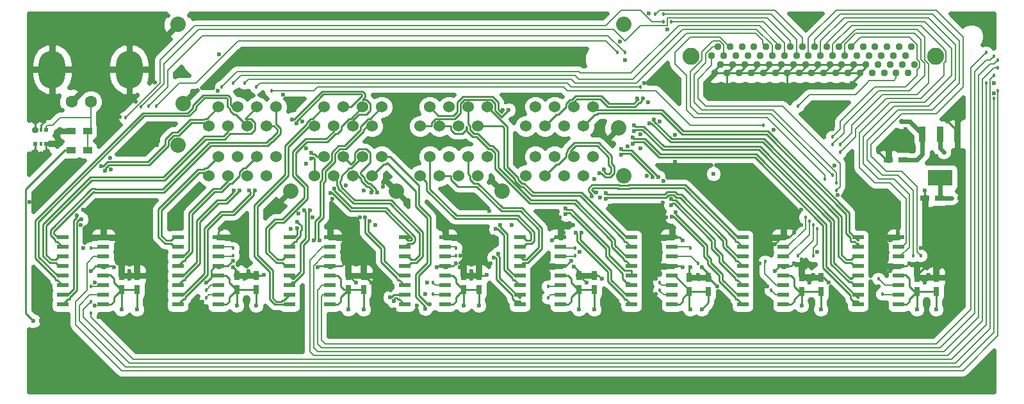
<source format=gtl>
G04 #@! TF.FileFunction,Copper,L1,Top,Signal*
%FSLAX46Y46*%
G04 Gerber Fmt 4.6, Leading zero omitted, Abs format (unit mm)*
G04 Created by KiCad (PCBNEW 4.0.1-3.201512221402+6198~38~ubuntu14.04.1-stable) date Fri 12 Feb 2016 10:18:42 AM MST*
%MOMM*%
G01*
G04 APERTURE LIST*
%ADD10C,0.100000*%
%ADD11C,0.955040*%
%ADD12C,2.250000*%
%ADD13C,1.524000*%
%ADD14C,2.032000*%
%ADD15R,1.500000X0.600000*%
%ADD16R,3.250000X2.150000*%
%ADD17R,0.950000X2.150000*%
%ADD18O,3.500120X5.001260*%
%ADD19C,1.600200*%
%ADD20R,0.600000X0.600000*%
%ADD21R,0.400000X0.600000*%
%ADD22R,0.750000X1.200000*%
%ADD23R,1.200000X0.750000*%
%ADD24R,1.200000X0.900000*%
%ADD25C,0.600000*%
%ADD26C,0.711200*%
%ADD27C,0.457200*%
%ADD28C,0.250000*%
%ADD29C,0.609600*%
%ADD30C,0.177800*%
%ADD31C,0.233341*%
%ADD32C,0.600000*%
G04 APERTURE END LIST*
D10*
D11*
X188168000Y-72354000D03*
X187768000Y-70004000D03*
X188968000Y-71204000D03*
X189768000Y-72354000D03*
X190568000Y-71204000D03*
X191368000Y-72354000D03*
X192168000Y-71204000D03*
X192968000Y-72354000D03*
X193768000Y-71204000D03*
X194568000Y-72354000D03*
X195368000Y-71204000D03*
X196168000Y-72354000D03*
X196968000Y-71204000D03*
X197768000Y-72354000D03*
X198568000Y-71204000D03*
X199368000Y-72354000D03*
X200168000Y-71204000D03*
X200968000Y-72354000D03*
X201768000Y-71204000D03*
X202568000Y-72354000D03*
X203368000Y-71204000D03*
X204168000Y-72354000D03*
X204968000Y-71204000D03*
X205768000Y-72354000D03*
X206568000Y-71204000D03*
X207368000Y-72354000D03*
X208168000Y-71204000D03*
X208968000Y-72354000D03*
X209768000Y-71204000D03*
X210568000Y-72354000D03*
X211368000Y-71204000D03*
X212168000Y-72354000D03*
X212968000Y-71204000D03*
X213768000Y-72354000D03*
X214568000Y-71204000D03*
X188568000Y-68854000D03*
X189368000Y-70004000D03*
X190168000Y-68854000D03*
X190968000Y-70004000D03*
X191768000Y-68854000D03*
X192568000Y-70004000D03*
X193368000Y-68854000D03*
X194168000Y-70004000D03*
X194968000Y-68854000D03*
X195768000Y-70004000D03*
X196568000Y-68854000D03*
X197368000Y-70004000D03*
X198168000Y-68854000D03*
X198968000Y-70004000D03*
X199768000Y-68854000D03*
X200568000Y-70004000D03*
X201368000Y-68854000D03*
X202168000Y-70004000D03*
X202968000Y-68854000D03*
X203768000Y-70004000D03*
X204568000Y-68854000D03*
X205368000Y-70004000D03*
X206168000Y-68854000D03*
X206968000Y-70004000D03*
X207768000Y-68854000D03*
X208568000Y-70004000D03*
X209368000Y-68854000D03*
X210168000Y-70004000D03*
X210968000Y-68854000D03*
X211768000Y-70004000D03*
X212568000Y-68854000D03*
X213368000Y-70004000D03*
X214168000Y-68854000D03*
D12*
X217348000Y-70104000D03*
X184998000Y-70104000D03*
D13*
X163195000Y-85953600D03*
X164465000Y-83413600D03*
X165735000Y-85953600D03*
X167005000Y-83413600D03*
X168275000Y-85953600D03*
X169545000Y-83413600D03*
X170815000Y-85953600D03*
X172085000Y-83413600D03*
X172085000Y-76835000D03*
X158115000Y-83413600D03*
X158115000Y-76835000D03*
X144145000Y-83413600D03*
X144145000Y-76835000D03*
X130175000Y-83413600D03*
X130175000Y-76835000D03*
X167005000Y-76835000D03*
X153035000Y-83413600D03*
X153035000Y-76835000D03*
X139065000Y-83413600D03*
X139065000Y-76835000D03*
X125095000Y-83413600D03*
X125095000Y-76835000D03*
X168275000Y-79375000D03*
X154305000Y-85953600D03*
X154305000Y-79375000D03*
X140335000Y-85953600D03*
X140335000Y-79375000D03*
X126365000Y-85953600D03*
X126365000Y-79375000D03*
X169545000Y-76835000D03*
X155575000Y-83413600D03*
X155575000Y-76835000D03*
X141605000Y-83413600D03*
X141605000Y-76835000D03*
X127635000Y-83413600D03*
X127635000Y-76835000D03*
X170815000Y-79375000D03*
X156845000Y-85953600D03*
X156845000Y-79375000D03*
X142875000Y-85953600D03*
X142875000Y-79375000D03*
X128905000Y-85953600D03*
X128905000Y-79375000D03*
X165735000Y-79375000D03*
X151765000Y-85953600D03*
X151765000Y-79375000D03*
X137795000Y-85953600D03*
X137795000Y-79375000D03*
X123825000Y-85953600D03*
X123825000Y-79375000D03*
X163195000Y-79375000D03*
X149225000Y-85953600D03*
X149225000Y-79375000D03*
X135255000Y-85953600D03*
X135255000Y-79375000D03*
X121285000Y-85953600D03*
X121285000Y-79375000D03*
X164465000Y-76835000D03*
X150495000Y-83413600D03*
X150495000Y-76835000D03*
X136525000Y-83413600D03*
X136525000Y-76835000D03*
X122555000Y-83413600D03*
X122555000Y-76835000D03*
D14*
X176149000Y-85953600D03*
X160020000Y-87960200D03*
X146050000Y-87960200D03*
X132080000Y-87960200D03*
X176149000Y-65913000D03*
X175488600Y-79629000D03*
X117221000Y-81864200D03*
X117221000Y-65913000D03*
X117881400Y-76352400D03*
D15*
X137320000Y-102997000D03*
X137320000Y-101727000D03*
X137320000Y-100457000D03*
X137320000Y-99187000D03*
X137320000Y-97917000D03*
X137320000Y-96647000D03*
X137320000Y-95377000D03*
X137320000Y-94107000D03*
X131920000Y-94107000D03*
X131920000Y-95377000D03*
X131920000Y-96647000D03*
X131920000Y-97917000D03*
X131920000Y-99187000D03*
X131920000Y-100457000D03*
X131920000Y-101727000D03*
X131920000Y-102997000D03*
X152560000Y-102997000D03*
X152560000Y-101727000D03*
X152560000Y-100457000D03*
X152560000Y-99187000D03*
X152560000Y-97917000D03*
X152560000Y-96647000D03*
X152560000Y-95377000D03*
X152560000Y-94107000D03*
X147160000Y-94107000D03*
X147160000Y-95377000D03*
X147160000Y-96647000D03*
X147160000Y-97917000D03*
X147160000Y-99187000D03*
X147160000Y-100457000D03*
X147160000Y-101727000D03*
X147160000Y-102997000D03*
D16*
X217932000Y-86212000D03*
D17*
X220232000Y-80412000D03*
X217932000Y-80412000D03*
X215632000Y-80412000D03*
D15*
X197264000Y-102997000D03*
X197264000Y-101727000D03*
X197264000Y-100457000D03*
X197264000Y-99187000D03*
X197264000Y-97917000D03*
X197264000Y-96647000D03*
X197264000Y-95377000D03*
X197264000Y-94107000D03*
X191864000Y-94107000D03*
X191864000Y-95377000D03*
X191864000Y-96647000D03*
X191864000Y-97917000D03*
X191864000Y-99187000D03*
X191864000Y-100457000D03*
X191864000Y-101727000D03*
X191864000Y-102997000D03*
X182532000Y-102997000D03*
X182532000Y-101727000D03*
X182532000Y-100457000D03*
X182532000Y-99187000D03*
X182532000Y-97917000D03*
X182532000Y-96647000D03*
X182532000Y-95377000D03*
X182532000Y-94107000D03*
X177132000Y-94107000D03*
X177132000Y-95377000D03*
X177132000Y-96647000D03*
X177132000Y-97917000D03*
X177132000Y-99187000D03*
X177132000Y-100457000D03*
X177132000Y-101727000D03*
X177132000Y-102997000D03*
X167800000Y-102997000D03*
X167800000Y-101727000D03*
X167800000Y-100457000D03*
X167800000Y-99187000D03*
X167800000Y-97917000D03*
X167800000Y-96647000D03*
X167800000Y-95377000D03*
X167800000Y-94107000D03*
X162400000Y-94107000D03*
X162400000Y-95377000D03*
X162400000Y-96647000D03*
X162400000Y-97917000D03*
X162400000Y-99187000D03*
X162400000Y-100457000D03*
X162400000Y-101727000D03*
X162400000Y-102997000D03*
X107348000Y-102997000D03*
X107348000Y-101727000D03*
X107348000Y-100457000D03*
X107348000Y-99187000D03*
X107348000Y-97917000D03*
X107348000Y-96647000D03*
X107348000Y-95377000D03*
X107348000Y-94107000D03*
X101948000Y-94107000D03*
X101948000Y-95377000D03*
X101948000Y-96647000D03*
X101948000Y-97917000D03*
X101948000Y-99187000D03*
X101948000Y-100457000D03*
X101948000Y-101727000D03*
X101948000Y-102997000D03*
X122588000Y-102997000D03*
X122588000Y-101727000D03*
X122588000Y-100457000D03*
X122588000Y-99187000D03*
X122588000Y-97917000D03*
X122588000Y-96647000D03*
X122588000Y-95377000D03*
X122588000Y-94107000D03*
X117188000Y-94107000D03*
X117188000Y-95377000D03*
X117188000Y-96647000D03*
X117188000Y-97917000D03*
X117188000Y-99187000D03*
X117188000Y-100457000D03*
X117188000Y-101727000D03*
X117188000Y-102997000D03*
D18*
X100566220Y-71856600D03*
X110764320Y-71856600D03*
D19*
X105664000Y-76121260D03*
X103164640Y-76121260D03*
D20*
X99810000Y-79872000D03*
D21*
X99060000Y-79872000D03*
D20*
X98310000Y-79872000D03*
X98310000Y-81672000D03*
D21*
X99060000Y-81672000D03*
D20*
X99810000Y-81672000D03*
D15*
X212504000Y-102997000D03*
X212504000Y-101727000D03*
X212504000Y-100457000D03*
X212504000Y-99187000D03*
X212504000Y-97917000D03*
X212504000Y-96647000D03*
X212504000Y-95377000D03*
X212504000Y-94107000D03*
X207104000Y-94107000D03*
X207104000Y-95377000D03*
X207104000Y-96647000D03*
X207104000Y-97917000D03*
X207104000Y-99187000D03*
X207104000Y-100457000D03*
X207104000Y-101727000D03*
X207104000Y-102997000D03*
D22*
X156972000Y-101026000D03*
X156972000Y-99126000D03*
X172212000Y-101026000D03*
X172212000Y-99126000D03*
X187325000Y-101300000D03*
X187325000Y-99400000D03*
X141732000Y-101026000D03*
X141732000Y-99126000D03*
X127508000Y-101026000D03*
X127508000Y-99126000D03*
X111760000Y-101026000D03*
X111760000Y-99126000D03*
X217424000Y-101280000D03*
X217424000Y-99380000D03*
X202184000Y-101300000D03*
X202184000Y-99400000D03*
X214884000Y-101280000D03*
X214884000Y-99380000D03*
X109728000Y-101026000D03*
X109728000Y-99126000D03*
X199644000Y-101260000D03*
X199644000Y-99360000D03*
X139700000Y-101026000D03*
X139700000Y-99126000D03*
X170180000Y-101026000D03*
X170180000Y-99126000D03*
X184785000Y-101300000D03*
X184785000Y-99400000D03*
X124968000Y-101026000D03*
X124968000Y-99126000D03*
X154940000Y-101026000D03*
X154940000Y-99126000D03*
D23*
X213040000Y-83820000D03*
X211140000Y-83820000D03*
X217866000Y-88900000D03*
X215966000Y-88900000D03*
D24*
X103040000Y-82550000D03*
X105240000Y-82550000D03*
X105240000Y-80010000D03*
X103040000Y-80010000D03*
D25*
X188017075Y-85687469D03*
X98044000Y-105156000D03*
X218440000Y-82804000D03*
X111760000Y-103632000D03*
X109728000Y-103632000D03*
X127508000Y-103124000D03*
X124968000Y-103124000D03*
X139700000Y-103632000D03*
X141732000Y-103632000D03*
X156972000Y-103124000D03*
X154940000Y-103124000D03*
X219456000Y-88900000D03*
X170180000Y-103632000D03*
X172212000Y-103632000D03*
X217424000Y-103632000D03*
X214884000Y-103632000D03*
X202184000Y-103632000D03*
X199644000Y-103124000D03*
X186436000Y-103632000D03*
X184912000Y-103632000D03*
X98552000Y-84328000D03*
X122673305Y-69841305D03*
X114185242Y-73553152D03*
X117348000Y-72136000D03*
X182880000Y-84062385D03*
X182900231Y-80529615D03*
X181864000Y-66555910D03*
X161036000Y-106172000D03*
X205740000Y-106680000D03*
X124460000Y-107696000D03*
X133096000Y-75692000D03*
X131064000Y-75191910D03*
X162560000Y-75184000D03*
X160528000Y-76200000D03*
X183388000Y-74168000D03*
X162052000Y-82804000D03*
X154432000Y-88900000D03*
X117856000Y-89408000D03*
X112378803Y-80374803D03*
X103124000Y-84836000D03*
X97580010Y-89408000D03*
X97536000Y-70104000D03*
X105664000Y-65024000D03*
X220980000Y-65024000D03*
X200152000Y-65024000D03*
X224536000Y-109728000D03*
X215392000Y-113792000D03*
X192532000Y-113792000D03*
X168148000Y-113792000D03*
X143764000Y-113792000D03*
X120396000Y-113792000D03*
X102108000Y-113792000D03*
X120396000Y-102616000D03*
X106172000Y-100068090D03*
X106680000Y-104648000D03*
X99060000Y-105156000D03*
X106170998Y-103124000D03*
X104648000Y-95504000D03*
X104382385Y-92456000D03*
X104648000Y-90424000D03*
X108204000Y-83577615D03*
X108305412Y-85078381D03*
X114458318Y-81851289D03*
X109543395Y-78194998D03*
X111649197Y-76089197D03*
X145796000Y-103632000D03*
X145288000Y-101092000D03*
X148821398Y-103146602D03*
X149860000Y-101600000D03*
X150183395Y-100113002D03*
X132080000Y-92964000D03*
X133118601Y-90954601D03*
X134996585Y-91440000D03*
X141224000Y-91440000D03*
X143256000Y-92456000D03*
X144272000Y-87376000D03*
X141732000Y-87884000D03*
X139379293Y-87210849D03*
X137580949Y-88987051D03*
X134112000Y-84328000D03*
X134134601Y-82318601D03*
X133626602Y-78762602D03*
X132588000Y-77216000D03*
X122428000Y-74683910D03*
X124968000Y-74676000D03*
X126492000Y-74676000D03*
X128524000Y-75184000D03*
X147320000Y-76708000D03*
X120904000Y-65024000D03*
X141224000Y-65024000D03*
X163068000Y-65024000D03*
X128016000Y-69088000D03*
X152400000Y-69596000D03*
X173228000Y-65024000D03*
X170688000Y-69088000D03*
X158333859Y-90586140D03*
X161288548Y-92431620D03*
X154940000Y-94996000D03*
X154579603Y-96520000D03*
X158981399Y-93957399D03*
X158496000Y-97536000D03*
X165100000Y-102108000D03*
X165100000Y-100076000D03*
X169415214Y-92456000D03*
X170317055Y-96004090D03*
X167640000Y-91440000D03*
X174244000Y-89916000D03*
X173032857Y-88848735D03*
X172212000Y-86360000D03*
X179434803Y-64405197D03*
X175653242Y-68178848D03*
X176276000Y-70612000D03*
X178823910Y-73660000D03*
X180870602Y-78717398D03*
X179324000Y-76200000D03*
X178308000Y-80407518D03*
X176660827Y-82030801D03*
X178308000Y-82296000D03*
X179189027Y-85921103D03*
X181356000Y-86625615D03*
X181284543Y-89479457D03*
X181749464Y-91432096D03*
X180340000Y-101600000D03*
X180340000Y-99568000D03*
X220472000Y-88900000D03*
X217424000Y-83312000D03*
X203980449Y-84563554D03*
X204386296Y-88517098D03*
X195072000Y-100584000D03*
X194056000Y-97536000D03*
X199644000Y-97028000D03*
X201683910Y-96012000D03*
X199621399Y-90446601D03*
X199636090Y-92456000D03*
X209804000Y-100584000D03*
X215399910Y-95504000D03*
X225044000Y-69088000D03*
X225051910Y-75036397D03*
X225051910Y-73652090D03*
X213360000Y-79756000D03*
X195977197Y-79866803D03*
X199644000Y-77724000D03*
X205740000Y-83312000D03*
X203708000Y-79756000D03*
X220980000Y-75692000D03*
X206248000Y-73660000D03*
X189992000Y-74168000D03*
X197612000Y-74168000D03*
X99560090Y-78740000D03*
X98552000Y-78740000D03*
X98044000Y-82804000D03*
X99568000Y-82804000D03*
X101600000Y-79756000D03*
X212344000Y-93472000D03*
X211328000Y-94488000D03*
X211328000Y-98552000D03*
X213868000Y-97536000D03*
X196088000Y-94996000D03*
X198628000Y-93472000D03*
X196088000Y-98552000D03*
X198628000Y-97536000D03*
X183896000Y-94488000D03*
X181356000Y-93987910D03*
X181356000Y-98044000D03*
X183896000Y-98044000D03*
X184912000Y-98044000D03*
X168148000Y-93472000D03*
X166624000Y-94488000D03*
X166624000Y-98044000D03*
X169164000Y-97162910D03*
X153924000Y-93980000D03*
X151892000Y-92964000D03*
X151384000Y-98044000D03*
X153924000Y-97536000D03*
X138684000Y-93980000D03*
X137160000Y-92964000D03*
X139192000Y-97536000D03*
X135680403Y-98088403D03*
X122936000Y-92964000D03*
X124459978Y-94488000D03*
X120904000Y-100076000D03*
X124460000Y-97175603D03*
X108712000Y-93980000D03*
X105664000Y-93980000D03*
X105671910Y-98552000D03*
X108712000Y-98044000D03*
X112776000Y-99060000D03*
X110744000Y-98552000D03*
X110744000Y-99568000D03*
X110236000Y-97536000D03*
X128524000Y-99060000D03*
X126492000Y-98552000D03*
X125984000Y-99568000D03*
X124460000Y-98044000D03*
X142748000Y-100076000D03*
X142748000Y-99067910D03*
X140716000Y-99067910D03*
X140716000Y-100076000D03*
X157988000Y-99060000D03*
X155956000Y-98552000D03*
X155956000Y-99568000D03*
X154432000Y-98044000D03*
X173228000Y-99568000D03*
X171196000Y-99060000D03*
X171196000Y-100076000D03*
X169561197Y-97933197D03*
X188468000Y-100576090D03*
X185928000Y-99059990D03*
X186436000Y-98044000D03*
X203200000Y-100076000D03*
X201168000Y-99060000D03*
X200660000Y-100076000D03*
X200152000Y-98044000D03*
X216408000Y-99060000D03*
X215900000Y-100076000D03*
X217932000Y-98044000D03*
X215900000Y-98044000D03*
X215900000Y-87884000D03*
X215900000Y-89916000D03*
X209804000Y-82804000D03*
X211836000Y-82296000D03*
X220472000Y-82804000D03*
X220980000Y-78232000D03*
X218948000Y-78740000D03*
D26*
X212852000Y-78740000D03*
D27*
X201168000Y-96520000D03*
X204216000Y-87884000D03*
X201676000Y-92964000D03*
X195580000Y-101092000D03*
X225044000Y-75692000D03*
X225628213Y-74676000D03*
X199136000Y-76708000D03*
X194564000Y-79248000D03*
X129540000Y-74676000D03*
X194818000Y-97282000D03*
X204216000Y-86868000D03*
X201168000Y-92456000D03*
X199136000Y-96520000D03*
X203708000Y-85851984D03*
X200660000Y-91948000D03*
X202692000Y-86360000D03*
X200152000Y-91440000D03*
X166116000Y-102108000D03*
X166116000Y-100584000D03*
X169672000Y-96520000D03*
X169672000Y-95504000D03*
X150876000Y-101600000D03*
X127508000Y-74168000D03*
X178308000Y-74168000D03*
X125984000Y-73660000D03*
X150876000Y-100076000D03*
X124460000Y-73660000D03*
X153924000Y-96520000D03*
X122936000Y-74168000D03*
X153924000Y-95504000D03*
X182372000Y-65532000D03*
X181356000Y-65532000D03*
X110236000Y-78232000D03*
X120904000Y-102108000D03*
X112328316Y-76768316D03*
X120904000Y-101092000D03*
X124460000Y-96520000D03*
X113284000Y-76708000D03*
X176276000Y-69596000D03*
X181356000Y-64515996D03*
X175260000Y-69596000D03*
X180263787Y-64516000D03*
X114300000Y-76708000D03*
X124460000Y-95504000D03*
X215392000Y-96520000D03*
X210312000Y-101600000D03*
X214376000Y-96520000D03*
X209804000Y-99568000D03*
X180848006Y-101092000D03*
X204724000Y-82804000D03*
X180848000Y-100075994D03*
X204724000Y-81788000D03*
X185928010Y-97536000D03*
X203708000Y-81788000D03*
X203708000Y-80772000D03*
X184912000Y-95504000D03*
X224028000Y-69596000D03*
X225044000Y-70104000D03*
X225552000Y-70612000D03*
X225552000Y-71628000D03*
X105664000Y-100584000D03*
X105664000Y-102616000D03*
X225044000Y-72644000D03*
X105664000Y-95504000D03*
X105664000Y-104140000D03*
X224028000Y-73660000D03*
D25*
X171946068Y-88657932D03*
X172497660Y-88106340D03*
X172952204Y-85619796D03*
X173736000Y-88253385D03*
X175768000Y-82391146D03*
X180730035Y-86108580D03*
X182372000Y-89017965D03*
X175768000Y-83171216D03*
X179949965Y-86108580D03*
X182372000Y-89798035D03*
X173503796Y-85068204D03*
X173736000Y-89033455D03*
X182470983Y-91342976D03*
X183022575Y-90791384D03*
X159536376Y-96244204D03*
X150489364Y-102990494D03*
X145230668Y-102024751D03*
X132978782Y-92846035D03*
X135123585Y-94488000D03*
X126609965Y-87884000D03*
X177458599Y-80047169D03*
X159787796Y-92431624D03*
X168455808Y-91065455D03*
X142515796Y-91967216D03*
X143561183Y-88140587D03*
X134636236Y-90558201D03*
X132863796Y-79015796D03*
X124577965Y-87884000D03*
X177458599Y-79267099D03*
X159236204Y-92983216D03*
X168455808Y-90285385D03*
X141964204Y-91415624D03*
X142781113Y-88140587D03*
X133856166Y-90558201D03*
X132312204Y-78464204D03*
X125358035Y-87884000D03*
X178698035Y-75692000D03*
X180107796Y-78464204D03*
X158984784Y-96795796D03*
X149937772Y-103542086D03*
X145782260Y-102576343D03*
X132978782Y-92065965D03*
X135903655Y-94488000D03*
X127390035Y-87884000D03*
X177917965Y-75692000D03*
X179556204Y-79015796D03*
X177292000Y-80889965D03*
X160918035Y-77216000D03*
X170555633Y-93486402D03*
X137327755Y-88224244D03*
X134823457Y-83679887D03*
X107597997Y-85245997D03*
X103864204Y-91164204D03*
X177292000Y-81670035D03*
X160137965Y-77216000D03*
X169775563Y-93486402D03*
X137879347Y-87672652D03*
X134823457Y-82899817D03*
X107046405Y-84694405D03*
X104415796Y-91715796D03*
D28*
X97028000Y-87712000D02*
X97028000Y-104140000D01*
X97028000Y-104140000D02*
X98044000Y-105156000D01*
X103040000Y-82550000D02*
X102190000Y-82550000D01*
X102190000Y-82550000D02*
X97028000Y-87712000D01*
X182897000Y-99187000D02*
X182532000Y-99187000D01*
X184785000Y-101075000D02*
X182897000Y-99187000D01*
X184785000Y-101300000D02*
X184785000Y-101075000D01*
D29*
X218140001Y-82504001D02*
X218440000Y-82804000D01*
X217932000Y-82296000D02*
X218140001Y-82504001D01*
X217932000Y-80412000D02*
X217932000Y-82296000D01*
D28*
X109728000Y-101026000D02*
X109662000Y-101026000D01*
X109662000Y-101026000D02*
X108712000Y-100076000D01*
X108204000Y-99060000D02*
X107475000Y-99060000D01*
X108712000Y-99568000D02*
X108204000Y-99060000D01*
X108712000Y-100076000D02*
X108712000Y-99568000D01*
X107475000Y-99060000D02*
X107348000Y-99187000D01*
X111760000Y-101026000D02*
X109728000Y-101026000D01*
X109728000Y-101026000D02*
X108712000Y-102042000D01*
X108331000Y-102997000D02*
X107348000Y-102997000D01*
X108712000Y-102616000D02*
X108331000Y-102997000D01*
X108712000Y-102042000D02*
X108712000Y-102616000D01*
X111760000Y-101026000D02*
X111760000Y-103632000D01*
X109728000Y-101026000D02*
X109728000Y-103632000D01*
X124968000Y-101026000D02*
X124902000Y-101026000D01*
X124902000Y-101026000D02*
X123952000Y-100076000D01*
X123571000Y-99187000D02*
X122588000Y-99187000D01*
X123952000Y-99568000D02*
X123571000Y-99187000D01*
X123952000Y-100076000D02*
X123952000Y-99568000D01*
X127508000Y-101026000D02*
X124968000Y-101026000D01*
X124968000Y-101026000D02*
X123952000Y-102042000D01*
X123571000Y-102997000D02*
X122588000Y-102997000D01*
X123952000Y-102616000D02*
X123571000Y-102997000D01*
X123952000Y-102042000D02*
X123952000Y-102616000D01*
X127508000Y-101026000D02*
X127508000Y-103124000D01*
X124968000Y-101026000D02*
X124968000Y-103124000D01*
X139700000Y-101026000D02*
X139126000Y-101026000D01*
X138303000Y-99187000D02*
X137320000Y-99187000D01*
X138684000Y-99568000D02*
X138303000Y-99187000D01*
X138684000Y-100584000D02*
X138684000Y-99568000D01*
X139126000Y-101026000D02*
X138684000Y-100584000D01*
X141732000Y-101026000D02*
X139700000Y-101026000D01*
X139700000Y-101026000D02*
X138684000Y-102042000D01*
X138303000Y-102997000D02*
X137320000Y-102997000D01*
X138684000Y-102616000D02*
X138303000Y-102997000D01*
X138684000Y-102042000D02*
X138684000Y-102616000D01*
X139700000Y-101026000D02*
X139700000Y-103632000D01*
X141732000Y-101026000D02*
X141732000Y-103632000D01*
X154940000Y-101026000D02*
X154874000Y-101026000D01*
X154874000Y-101026000D02*
X153924000Y-100076000D01*
X153543000Y-99187000D02*
X152560000Y-99187000D01*
X153924000Y-99568000D02*
X153543000Y-99187000D01*
X153924000Y-100076000D02*
X153924000Y-99568000D01*
X156972000Y-101026000D02*
X154940000Y-101026000D01*
X154940000Y-101026000D02*
X153924000Y-102042000D01*
X153543000Y-102997000D02*
X152560000Y-102997000D01*
X153924000Y-102616000D02*
X153543000Y-102997000D01*
X153924000Y-102042000D02*
X153924000Y-102616000D01*
X156972000Y-101026000D02*
X156972000Y-103124000D01*
X154940000Y-101026000D02*
X154940000Y-103124000D01*
D29*
X217932000Y-86212000D02*
X217932000Y-88834000D01*
X217932000Y-88834000D02*
X217998000Y-88900000D01*
X217998000Y-88900000D02*
X219456000Y-88900000D01*
D28*
X170180000Y-101026000D02*
X170114000Y-101026000D01*
X170114000Y-101026000D02*
X169164000Y-100076000D01*
X168783000Y-99187000D02*
X167800000Y-99187000D01*
X169164000Y-99568000D02*
X168783000Y-99187000D01*
X169164000Y-100076000D02*
X169164000Y-99568000D01*
X172212000Y-101026000D02*
X170180000Y-101026000D01*
X170180000Y-101026000D02*
X169164000Y-102042000D01*
X168783000Y-102997000D02*
X167800000Y-102997000D01*
X169164000Y-102616000D02*
X168783000Y-102997000D01*
X169164000Y-102042000D02*
X169164000Y-102616000D01*
X170180000Y-101026000D02*
X170180000Y-103632000D01*
X172212000Y-101026000D02*
X172212000Y-103632000D01*
X170180000Y-101026000D02*
X170180000Y-100965000D01*
X214884000Y-101280000D02*
X214564000Y-101280000D01*
X214564000Y-101280000D02*
X213868000Y-100584000D01*
X213360000Y-99060000D02*
X212631000Y-99060000D01*
X213868000Y-99568000D02*
X213360000Y-99060000D01*
X213868000Y-100584000D02*
X213868000Y-99568000D01*
X212631000Y-99060000D02*
X212504000Y-99187000D01*
X217424000Y-101280000D02*
X214884000Y-101280000D01*
X214884000Y-101280000D02*
X213868000Y-102296000D01*
X213487000Y-102997000D02*
X212504000Y-102997000D01*
X213868000Y-102616000D02*
X213487000Y-102997000D01*
X213868000Y-102296000D02*
X213868000Y-102616000D01*
X217424000Y-101280000D02*
X217424000Y-103632000D01*
X214884000Y-101280000D02*
X214884000Y-103632000D01*
X199644000Y-101260000D02*
X199304000Y-101260000D01*
X199304000Y-101260000D02*
X198628000Y-100584000D01*
X198247000Y-99187000D02*
X197264000Y-99187000D01*
X198628000Y-99568000D02*
X198247000Y-99187000D01*
X198628000Y-100584000D02*
X198628000Y-99568000D01*
X202184000Y-101300000D02*
X199684000Y-101300000D01*
X199684000Y-101300000D02*
X198628000Y-102356000D01*
X198247000Y-102997000D02*
X197264000Y-102997000D01*
X198628000Y-102616000D02*
X198247000Y-102997000D01*
X198628000Y-102356000D02*
X198628000Y-102616000D01*
X202184000Y-101300000D02*
X202184000Y-103632000D01*
X199644000Y-101260000D02*
X199644000Y-103124000D01*
X187325000Y-101300000D02*
X184785000Y-101300000D01*
X184785000Y-101300000D02*
X183896000Y-102189000D01*
X183515000Y-102997000D02*
X182532000Y-102997000D01*
X183896000Y-102616000D02*
X183515000Y-102997000D01*
X183896000Y-102189000D02*
X183896000Y-102616000D01*
X187325000Y-101300000D02*
X187325000Y-102743000D01*
X187325000Y-102743000D02*
X186436000Y-103632000D01*
X184785000Y-101300000D02*
X184785000Y-103505000D01*
X184785000Y-103505000D02*
X184912000Y-103632000D01*
X220980000Y-78232000D02*
X220980000Y-75692000D01*
X207368000Y-72354000D02*
X207368000Y-72540000D01*
X207368000Y-72540000D02*
X206248000Y-73660000D01*
X189768000Y-72354000D02*
X189768000Y-73944000D01*
X189768000Y-73944000D02*
X189992000Y-74168000D01*
X190568000Y-71204000D02*
X190568000Y-71554000D01*
X190568000Y-71554000D02*
X189768000Y-72354000D01*
X192168000Y-71204000D02*
X192168000Y-71554000D01*
X192168000Y-71554000D02*
X191368000Y-72354000D01*
X193768000Y-71204000D02*
X193768000Y-71554000D01*
X193768000Y-71554000D02*
X192968000Y-72354000D01*
X195368000Y-71204000D02*
X195368000Y-71554000D01*
X195368000Y-71554000D02*
X194568000Y-72354000D01*
X196968000Y-71204000D02*
X196968000Y-71554000D01*
X196968000Y-71554000D02*
X196168000Y-72354000D01*
X198568000Y-71204000D02*
X198568000Y-71554000D01*
X198568000Y-71554000D02*
X197768000Y-72354000D01*
X200168000Y-71204000D02*
X200168000Y-71554000D01*
X200168000Y-71554000D02*
X199368000Y-72354000D01*
X201768000Y-71204000D02*
X201768000Y-71554000D01*
X201768000Y-71554000D02*
X200968000Y-72354000D01*
X203368000Y-71204000D02*
X203368000Y-71554000D01*
X203368000Y-71554000D02*
X202568000Y-72354000D01*
X204968000Y-71204000D02*
X204968000Y-71554000D01*
X204968000Y-71554000D02*
X204168000Y-72354000D01*
X206568000Y-71204000D02*
X206568000Y-71554000D01*
X206568000Y-71554000D02*
X205768000Y-72354000D01*
X208168000Y-71204000D02*
X208168000Y-71554000D01*
X208168000Y-71554000D02*
X207368000Y-72354000D01*
X208168000Y-71204000D02*
X188968000Y-71204000D01*
X188168000Y-72354000D02*
X188168000Y-72004000D01*
X188168000Y-72004000D02*
X188968000Y-71204000D01*
X207368000Y-72354000D02*
X188168000Y-72354000D01*
X197768000Y-72354000D02*
X197768000Y-74012000D01*
X197768000Y-74012000D02*
X197612000Y-74168000D01*
X99060000Y-79872000D02*
X99060000Y-79240090D01*
X99060000Y-79240090D02*
X99560090Y-78740000D01*
X98310000Y-79872000D02*
X98310000Y-78982000D01*
X98310000Y-78982000D02*
X98552000Y-78740000D01*
X98310000Y-81672000D02*
X98310000Y-82538000D01*
X98310000Y-82538000D02*
X98044000Y-82804000D01*
X99810000Y-81672000D02*
X99810000Y-82562000D01*
X99810000Y-82562000D02*
X99568000Y-82804000D01*
X103040000Y-80010000D02*
X101854000Y-80010000D01*
X101854000Y-80010000D02*
X101600000Y-79756000D01*
X212504000Y-94107000D02*
X212504000Y-93632000D01*
X212504000Y-93632000D02*
X212344000Y-93472000D01*
X212504000Y-94107000D02*
X211709000Y-94107000D01*
X211709000Y-94107000D02*
X211328000Y-94488000D01*
X212504000Y-97917000D02*
X211963000Y-97917000D01*
X211963000Y-97917000D02*
X211328000Y-98552000D01*
X212504000Y-97917000D02*
X213487000Y-97917000D01*
X213487000Y-97917000D02*
X213868000Y-97536000D01*
X197264000Y-94107000D02*
X196977000Y-94107000D01*
X196977000Y-94107000D02*
X196088000Y-94996000D01*
X197264000Y-94107000D02*
X197993000Y-94107000D01*
X197993000Y-94107000D02*
X198628000Y-93472000D01*
X197264000Y-97917000D02*
X196723000Y-97917000D01*
X196723000Y-97917000D02*
X196088000Y-98552000D01*
X197264000Y-97917000D02*
X198247000Y-97917000D01*
X198247000Y-97917000D02*
X198628000Y-97536000D01*
X182532000Y-94107000D02*
X183515000Y-94107000D01*
X183515000Y-94107000D02*
X183896000Y-94488000D01*
X182532000Y-94107000D02*
X181475090Y-94107000D01*
X181475090Y-94107000D02*
X181356000Y-93987910D01*
X182532000Y-97917000D02*
X181483000Y-97917000D01*
X181483000Y-97917000D02*
X181356000Y-98044000D01*
X182532000Y-97917000D02*
X183769000Y-97917000D01*
X183769000Y-97917000D02*
X183896000Y-98044000D01*
X184785000Y-98171000D02*
X184912000Y-98044000D01*
X184785000Y-99400000D02*
X184785000Y-98171000D01*
X167800000Y-94107000D02*
X167800000Y-93820000D01*
X167800000Y-93820000D02*
X168148000Y-93472000D01*
X167800000Y-94107000D02*
X167005000Y-94107000D01*
X167005000Y-94107000D02*
X166624000Y-94488000D01*
X167800000Y-97917000D02*
X166751000Y-97917000D01*
X166751000Y-97917000D02*
X166624000Y-98044000D01*
X167800000Y-97917000D02*
X168409910Y-97917000D01*
X168409910Y-97917000D02*
X169164000Y-97162910D01*
X152560000Y-94107000D02*
X153797000Y-94107000D01*
X153797000Y-94107000D02*
X153924000Y-93980000D01*
X152560000Y-94107000D02*
X152560000Y-93632000D01*
X152560000Y-93632000D02*
X151892000Y-92964000D01*
X152560000Y-97917000D02*
X151511000Y-97917000D01*
X151511000Y-97917000D02*
X151384000Y-98044000D01*
X152560000Y-97917000D02*
X153543000Y-97917000D01*
X153543000Y-97917000D02*
X153924000Y-97536000D01*
X137320000Y-94107000D02*
X138557000Y-94107000D01*
X138557000Y-94107000D02*
X138684000Y-93980000D01*
X137320000Y-94107000D02*
X137320000Y-93124000D01*
X137320000Y-93124000D02*
X137160000Y-92964000D01*
X137320000Y-97917000D02*
X138811000Y-97917000D01*
X138811000Y-97917000D02*
X139192000Y-97536000D01*
X137320000Y-97917000D02*
X135851806Y-97917000D01*
X135851806Y-97917000D02*
X135680403Y-98088403D01*
X122588000Y-94107000D02*
X122588000Y-93312000D01*
X122588000Y-93312000D02*
X122936000Y-92964000D01*
X124159979Y-94188001D02*
X124459978Y-94488000D01*
X124078978Y-94107000D02*
X124159979Y-94188001D01*
X122588000Y-94107000D02*
X124078978Y-94107000D01*
X122588000Y-97917000D02*
X122138000Y-97917000D01*
X122138000Y-97917000D02*
X121585999Y-98469001D01*
X121585999Y-98469001D02*
X121585999Y-99394001D01*
X121585999Y-99394001D02*
X120904000Y-100076000D01*
X122588000Y-97917000D02*
X123718603Y-97917000D01*
X123718603Y-97917000D02*
X124460000Y-97175603D01*
X107348000Y-94107000D02*
X108585000Y-94107000D01*
X108585000Y-94107000D02*
X108712000Y-93980000D01*
X107348000Y-94107000D02*
X105791000Y-94107000D01*
X105791000Y-94107000D02*
X105664000Y-93980000D01*
X107348000Y-97917000D02*
X106306910Y-97917000D01*
X106306910Y-97917000D02*
X105671910Y-98552000D01*
X107348000Y-97917000D02*
X108585000Y-97917000D01*
X108585000Y-97917000D02*
X108712000Y-98044000D01*
X111760000Y-99126000D02*
X112710000Y-99126000D01*
X112710000Y-99126000D02*
X112776000Y-99060000D01*
X111760000Y-99126000D02*
X111318000Y-99126000D01*
X111318000Y-99126000D02*
X110744000Y-98552000D01*
X109728000Y-99126000D02*
X110302000Y-99126000D01*
X110302000Y-99126000D02*
X110744000Y-99568000D01*
X109728000Y-99126000D02*
X109728000Y-98044000D01*
X109728000Y-98044000D02*
X110236000Y-97536000D01*
X127508000Y-99126000D02*
X128458000Y-99126000D01*
X128458000Y-99126000D02*
X128524000Y-99060000D01*
X127508000Y-99126000D02*
X127066000Y-99126000D01*
X127066000Y-99126000D02*
X126492000Y-98552000D01*
X124968000Y-99126000D02*
X125542000Y-99126000D01*
X125542000Y-99126000D02*
X125984000Y-99568000D01*
X124968000Y-99126000D02*
X124968000Y-98552000D01*
X124968000Y-98552000D02*
X124460000Y-98044000D01*
X141732000Y-99568000D02*
X142240000Y-99568000D01*
X142240000Y-99568000D02*
X142748000Y-100076000D01*
X141732000Y-99126000D02*
X141732000Y-99568000D01*
X141732000Y-99126000D02*
X142689910Y-99126000D01*
X142689910Y-99126000D02*
X142748000Y-99067910D01*
X139700000Y-99126000D02*
X140657910Y-99126000D01*
X140657910Y-99126000D02*
X140716000Y-99067910D01*
X139700000Y-99126000D02*
X139766000Y-99126000D01*
X139766000Y-99126000D02*
X140716000Y-100076000D01*
X156972000Y-99126000D02*
X157922000Y-99126000D01*
X157922000Y-99126000D02*
X157988000Y-99060000D01*
X156972000Y-99126000D02*
X156530000Y-99126000D01*
X156530000Y-99126000D02*
X155956000Y-98552000D01*
X154940000Y-99126000D02*
X155514000Y-99126000D01*
X155514000Y-99126000D02*
X155956000Y-99568000D01*
X154940000Y-99126000D02*
X154940000Y-98552000D01*
X154940000Y-98552000D02*
X154432000Y-98044000D01*
X172212000Y-99126000D02*
X172786000Y-99126000D01*
X172786000Y-99126000D02*
X173228000Y-99568000D01*
X172212000Y-99126000D02*
X171262000Y-99126000D01*
X171262000Y-99126000D02*
X171196000Y-99060000D01*
X170180000Y-99126000D02*
X170246000Y-99126000D01*
X170246000Y-99126000D02*
X171196000Y-100076000D01*
X170180000Y-99126000D02*
X170180000Y-98552000D01*
X170180000Y-98552000D02*
X169561197Y-97933197D01*
X187325000Y-99400000D02*
X187325000Y-99433090D01*
X187325000Y-99433090D02*
X188468000Y-100576090D01*
X184785000Y-99400000D02*
X185587990Y-99400000D01*
X185628001Y-99359989D02*
X185928000Y-99059990D01*
X185587990Y-99400000D02*
X185628001Y-99359989D01*
X187325000Y-99400000D02*
X187325000Y-98933000D01*
X187325000Y-98933000D02*
X186436000Y-98044000D01*
X202184000Y-99400000D02*
X202524000Y-99400000D01*
X202524000Y-99400000D02*
X203200000Y-100076000D01*
X202184000Y-99400000D02*
X201508000Y-99400000D01*
X201508000Y-99400000D02*
X201168000Y-99060000D01*
X199644000Y-99360000D02*
X199944000Y-99360000D01*
X199944000Y-99360000D02*
X200660000Y-100076000D01*
X199644000Y-99360000D02*
X199644000Y-98552000D01*
X199644000Y-98552000D02*
X200152000Y-98044000D01*
X217424000Y-99380000D02*
X216728000Y-99380000D01*
X216728000Y-99380000D02*
X216408000Y-99060000D01*
X214884000Y-99380000D02*
X215204000Y-99380000D01*
X215204000Y-99380000D02*
X215900000Y-100076000D01*
X217424000Y-99380000D02*
X217424000Y-98552000D01*
X217424000Y-98552000D02*
X217932000Y-98044000D01*
X214884000Y-99380000D02*
X214884000Y-99060000D01*
X214884000Y-99060000D02*
X215900000Y-98044000D01*
X215966000Y-88900000D02*
X215966000Y-87950000D01*
X215966000Y-87950000D02*
X215900000Y-87884000D01*
X215966000Y-88900000D02*
X215966000Y-89850000D01*
X215966000Y-89850000D02*
X215900000Y-89916000D01*
X211140000Y-83820000D02*
X210820000Y-83820000D01*
X210820000Y-83820000D02*
X209804000Y-82804000D01*
X211140000Y-83820000D02*
X211140000Y-82992000D01*
X211140000Y-82992000D02*
X211836000Y-82296000D01*
X220232000Y-80412000D02*
X220232000Y-82564000D01*
X220232000Y-82564000D02*
X220472000Y-82804000D01*
X220232000Y-80412000D02*
X220232000Y-78980000D01*
X220232000Y-78980000D02*
X220980000Y-78232000D01*
X220232000Y-80412000D02*
X220232000Y-80024000D01*
X220232000Y-80024000D02*
X218948000Y-78740000D01*
D29*
X212852000Y-78740000D02*
X213960000Y-78740000D01*
X213960000Y-78740000D02*
X215632000Y-80412000D01*
X213040000Y-83820000D02*
X214884000Y-83820000D01*
X215632000Y-83072000D02*
X215632000Y-80412000D01*
X214884000Y-83820000D02*
X215632000Y-83072000D01*
D30*
X201168000Y-96520000D02*
X201168000Y-95504000D01*
X201168000Y-95504000D02*
X201676000Y-94996000D01*
X204724000Y-87376000D02*
X204216000Y-87884000D01*
X204724000Y-85852000D02*
X204724000Y-87376000D01*
X204724000Y-84328000D02*
X197104000Y-76708000D01*
X204724000Y-85852000D02*
X204724000Y-84328000D01*
X185928000Y-73152000D02*
X187768000Y-71312000D01*
X197104000Y-76708000D02*
X186944000Y-76708000D01*
X186944000Y-76708000D02*
X185928000Y-75692000D01*
X185928000Y-75692000D02*
X185928000Y-73152000D01*
X187768000Y-71312000D02*
X187768000Y-70004000D01*
X201676000Y-94996000D02*
X201676000Y-92964000D01*
X197264000Y-101727000D02*
X196215000Y-101727000D01*
X196215000Y-101727000D02*
X195580000Y-101092000D01*
X225044000Y-75692000D02*
X225044000Y-106680000D01*
X225044000Y-106680000D02*
X220472000Y-111252000D01*
X220472000Y-111252000D02*
X110236000Y-111252000D01*
X104140000Y-103124000D02*
X105537000Y-101727000D01*
X110236000Y-111252000D02*
X104140000Y-105156000D01*
X104140000Y-105156000D02*
X104140000Y-103124000D01*
X105537000Y-101727000D02*
X107348000Y-101727000D01*
X225628213Y-74676000D02*
X225628213Y-107111787D01*
X225628213Y-107111787D02*
X220980000Y-111760000D01*
X220980000Y-111760000D02*
X109728000Y-111760000D01*
X109728000Y-111760000D02*
X103632000Y-105664000D01*
X103632000Y-105664000D02*
X103632000Y-102616000D01*
X103632000Y-102616000D02*
X105156000Y-101092000D01*
X105156000Y-101092000D02*
X105156000Y-97536000D01*
X105156000Y-97536000D02*
X106045000Y-96647000D01*
X106045000Y-96647000D02*
X107348000Y-96647000D01*
X129540000Y-74676000D02*
X135128000Y-74676000D01*
X135128000Y-74676000D02*
X135636000Y-74168000D01*
X135636000Y-74168000D02*
X168148000Y-74168000D01*
X180340000Y-74676000D02*
X184912000Y-79248000D01*
X168148000Y-74168000D02*
X168656000Y-74676000D01*
X168656000Y-74676000D02*
X180340000Y-74676000D01*
X184912000Y-79248000D02*
X194564000Y-79248000D01*
X99810000Y-79872000D02*
X99810000Y-79394200D01*
X101600000Y-78232000D02*
X105664000Y-78232000D01*
X99810000Y-79394200D02*
X99956200Y-79248000D01*
X99956200Y-79248000D02*
X100584000Y-79248000D01*
X100584000Y-79248000D02*
X101600000Y-78232000D01*
X206756000Y-75184000D02*
X208280000Y-73660000D01*
X200660000Y-75184000D02*
X206756000Y-75184000D01*
X199136000Y-76708000D02*
X200660000Y-75184000D01*
X105664000Y-76121260D02*
X105664000Y-78232000D01*
X105664000Y-78232000D02*
X105664000Y-79586000D01*
X105240000Y-80010000D02*
X105240000Y-82550000D01*
X105664000Y-79586000D02*
X105240000Y-80010000D01*
X208578685Y-73361315D02*
X208280000Y-73660000D01*
X211836000Y-73361315D02*
X208578685Y-73361315D01*
X212168000Y-72354000D02*
X212168000Y-73029315D01*
X212168000Y-73029315D02*
X211836000Y-73361315D01*
X212168000Y-72354000D02*
X212168000Y-72468000D01*
X194751600Y-98872400D02*
X194751600Y-97348400D01*
X194751600Y-97348400D02*
X194818000Y-97282000D01*
X197264000Y-100457000D02*
X196336200Y-100457000D01*
X196336200Y-100457000D02*
X194751600Y-98872400D01*
X204216000Y-86544711D02*
X204216000Y-86868000D01*
X195903289Y-77216000D02*
X204216000Y-85528711D01*
X186436000Y-77216000D02*
X195903289Y-77216000D01*
X185420000Y-72528666D02*
X185420000Y-76200000D01*
X186948522Y-71000144D02*
X185420000Y-72528666D01*
X187892685Y-68854000D02*
X186948522Y-69798163D01*
X185420000Y-76200000D02*
X186436000Y-77216000D01*
X186948522Y-69798163D02*
X186948522Y-71000144D01*
X188568000Y-68854000D02*
X187892685Y-68854000D01*
X204216000Y-85528711D02*
X204216000Y-86544711D01*
X201168000Y-94488000D02*
X201168000Y-92456000D01*
X199136000Y-96520000D02*
X201168000Y-94488000D01*
X189368000Y-70004000D02*
X189368000Y-68627736D01*
X189368000Y-68627736D02*
X188812264Y-68072000D01*
X188812264Y-68072000D02*
X187905823Y-68072000D01*
X184912000Y-72136000D02*
X184912000Y-76708000D01*
X187905823Y-68072000D02*
X186436000Y-69541823D01*
X186436000Y-69541823D02*
X186436000Y-70612000D01*
X186436000Y-70612000D02*
X184912000Y-72136000D01*
X184912000Y-76708000D02*
X185928000Y-77724000D01*
X185928000Y-77724000D02*
X195580016Y-77724000D01*
X195580016Y-77724000D02*
X203479401Y-85623385D01*
X203479401Y-85623385D02*
X203708000Y-85851984D01*
X197264000Y-96647000D02*
X197714000Y-96647000D01*
X197714000Y-96647000D02*
X200660000Y-93701000D01*
X200660000Y-93701000D02*
X200660000Y-93419622D01*
X200660000Y-93419622D02*
X200660000Y-91948000D01*
X182880000Y-71120000D02*
X184404000Y-72644000D01*
X182880000Y-69596000D02*
X182880000Y-71120000D01*
X184912000Y-67564000D02*
X182880000Y-69596000D01*
X184912000Y-67564000D02*
X188878000Y-67564000D01*
X188878000Y-67564000D02*
X189690481Y-68376481D01*
X189690481Y-68376481D02*
X190168000Y-68854000D01*
X202692000Y-86360000D02*
X202692000Y-85852000D01*
X195072000Y-78232000D02*
X185420000Y-78232000D01*
X202692000Y-85852000D02*
X195072000Y-78232000D01*
X185420000Y-78232000D02*
X184404000Y-77216000D01*
X184404000Y-77216000D02*
X184404000Y-72682534D01*
X197264000Y-95377000D02*
X197714000Y-95377000D01*
X197714000Y-95377000D02*
X200152000Y-92939000D01*
X200152000Y-92939000D02*
X200152000Y-91440000D01*
X167800000Y-101727000D02*
X166497000Y-101727000D01*
X166497000Y-101727000D02*
X166116000Y-102108000D01*
X166116000Y-100584000D02*
X167673000Y-100584000D01*
X167673000Y-100584000D02*
X167800000Y-100457000D01*
X167800000Y-96647000D02*
X169545000Y-96647000D01*
X169545000Y-96647000D02*
X169672000Y-96520000D01*
X169672000Y-95504000D02*
X167927000Y-95504000D01*
X167927000Y-95504000D02*
X167800000Y-95377000D01*
X151003000Y-101727000D02*
X150876000Y-101600000D01*
X152560000Y-101727000D02*
X151003000Y-101727000D01*
X127508000Y-74168000D02*
X128016000Y-73660000D01*
X128016000Y-73660000D02*
X144780000Y-73660000D01*
X144780000Y-73660000D02*
X168656000Y-73660000D01*
X168656000Y-73660000D02*
X169164000Y-74168000D01*
X169164000Y-74168000D02*
X178308000Y-74168000D01*
X169164000Y-73152000D02*
X126492000Y-73152000D01*
X126492000Y-73152000D02*
X125984000Y-73660000D01*
X169672000Y-73660000D02*
X169164000Y-73152000D01*
X170256934Y-73660000D02*
X169672000Y-73660000D01*
X177800000Y-73660000D02*
X170256934Y-73660000D01*
X184404000Y-67056000D02*
X177800000Y-73660000D01*
X193548000Y-67056000D02*
X184404000Y-67056000D01*
X194490481Y-67998481D02*
X193548000Y-67056000D01*
X194968000Y-68854000D02*
X194490481Y-68376481D01*
X194490481Y-68376481D02*
X194490481Y-67998481D01*
X152560000Y-100457000D02*
X151257000Y-100457000D01*
X151257000Y-100457000D02*
X150876000Y-100076000D01*
X124460000Y-73660000D02*
X125476000Y-72644000D01*
X195768000Y-68627736D02*
X195768000Y-69328685D01*
X125476000Y-72644000D02*
X169672000Y-72644000D01*
X193688264Y-66548000D02*
X195768000Y-68627736D01*
X169672000Y-72644000D02*
X170180000Y-73152000D01*
X170180000Y-73152000D02*
X177292000Y-73152000D01*
X177292000Y-73152000D02*
X183896000Y-66548000D01*
X183896000Y-66548000D02*
X193688264Y-66548000D01*
X195768000Y-69328685D02*
X195768000Y-70004000D01*
X152560000Y-96647000D02*
X153797000Y-96647000D01*
X153797000Y-96647000D02*
X153924000Y-96520000D01*
X196568000Y-68854000D02*
X196568000Y-68552000D01*
X196568000Y-68552000D02*
X194056000Y-66040000D01*
X194056000Y-66040000D02*
X183388000Y-66040000D01*
X183388000Y-66040000D02*
X177088799Y-72339201D01*
X177088799Y-72339201D02*
X170383201Y-72339201D01*
X170383201Y-72339201D02*
X170180000Y-72136000D01*
X170180000Y-72136000D02*
X124968000Y-72136000D01*
X124968000Y-72136000D02*
X122936000Y-74168000D01*
X152560000Y-95377000D02*
X153797000Y-95377000D01*
X153797000Y-95377000D02*
X153924000Y-95504000D01*
X194564000Y-65532000D02*
X197368000Y-68336000D01*
X197368000Y-68336000D02*
X197368000Y-70004000D01*
X182372000Y-65532000D02*
X194564000Y-65532000D01*
X179324000Y-65024000D02*
X179832000Y-65532000D01*
X179832000Y-65532000D02*
X181356000Y-65532000D01*
X178308000Y-64008000D02*
X179324000Y-65024000D01*
X177800000Y-64008000D02*
X178308000Y-64008000D01*
X175768000Y-64008000D02*
X177800000Y-64008000D01*
X173736000Y-66040000D02*
X175768000Y-64008000D01*
X173228000Y-66040000D02*
X173736000Y-66040000D01*
X119380000Y-66040000D02*
X173228000Y-66040000D01*
X114808000Y-70612000D02*
X119380000Y-66040000D01*
X114808000Y-73660000D02*
X114808000Y-70612000D01*
X110236000Y-78232000D02*
X114808000Y-73660000D01*
X122588000Y-101727000D02*
X121285000Y-101727000D01*
X121285000Y-101727000D02*
X120904000Y-102108000D01*
X198168000Y-68854000D02*
X198168000Y-68120000D01*
X198168000Y-68120000D02*
X195072000Y-65024000D01*
X119888000Y-66548000D02*
X115316000Y-71120000D01*
X115316000Y-73780632D02*
X112328316Y-76768316D01*
X195072000Y-65024000D02*
X181864000Y-65024000D01*
X181864000Y-65024000D02*
X181864000Y-66040000D01*
X174752000Y-66548000D02*
X119888000Y-66548000D01*
X115316000Y-71120000D02*
X115316000Y-73780632D01*
X181864000Y-66040000D02*
X178308000Y-66040000D01*
X178308000Y-66040000D02*
X176276000Y-68072000D01*
X176276000Y-68072000D02*
X174752000Y-66548000D01*
X122588000Y-100457000D02*
X121539000Y-100457000D01*
X121539000Y-100457000D02*
X120904000Y-101092000D01*
X124333000Y-96647000D02*
X124460000Y-96520000D01*
X122588000Y-96647000D02*
X124333000Y-96647000D01*
X174039782Y-67359782D02*
X176047401Y-69367401D01*
X113284000Y-76708000D02*
X115824000Y-74168000D01*
X115824000Y-74168000D02*
X115824000Y-71931782D01*
X115824000Y-71931782D02*
X120396000Y-67359782D01*
X120396000Y-67359782D02*
X174039782Y-67359782D01*
X176047401Y-69367401D02*
X176276000Y-69596000D01*
X198968000Y-67904000D02*
X198968000Y-70004000D01*
X194995066Y-64516000D02*
X195580000Y-64516000D01*
X181356000Y-64515996D02*
X194995062Y-64515996D01*
X194995062Y-64515996D02*
X194995066Y-64516000D01*
X195580000Y-64516000D02*
X198968000Y-67904000D01*
X199768000Y-68854000D02*
X199768000Y-67688000D01*
X199768000Y-67688000D02*
X196088000Y-64008000D01*
X196088000Y-64008000D02*
X180848000Y-64008000D01*
X180848000Y-64008000D02*
X180340000Y-64516000D01*
X180340000Y-64516000D02*
X180263787Y-64516000D01*
X175031401Y-69367401D02*
X175260000Y-69596000D01*
X173736000Y-68072000D02*
X175031401Y-69367401D01*
X119584218Y-73660000D02*
X125172218Y-68072000D01*
X114300000Y-76708000D02*
X117348000Y-73660000D01*
X117348000Y-73660000D02*
X119584218Y-73660000D01*
X125172218Y-68072000D02*
X173736000Y-68072000D01*
X174752000Y-69088000D02*
X175260000Y-69596000D01*
X122588000Y-95377000D02*
X124333000Y-95377000D01*
X124333000Y-95377000D02*
X124460000Y-95504000D01*
X215392000Y-96520000D02*
X214884000Y-96012000D01*
X212852000Y-85344000D02*
X210820000Y-85344000D01*
X210820000Y-85344000D02*
X208788000Y-83312000D01*
X214884000Y-96012000D02*
X214884000Y-87376000D01*
X214884000Y-87376000D02*
X212852000Y-85344000D01*
X200568000Y-69328685D02*
X200568000Y-70004000D01*
X208788000Y-83312000D02*
X208788000Y-81788000D01*
X208788000Y-81788000D02*
X212864710Y-77711290D01*
X212864710Y-77711290D02*
X217436710Y-77711290D01*
X217436710Y-77711290D02*
X220980000Y-74168000D01*
X220980000Y-74168000D02*
X220980000Y-67564000D01*
X220980000Y-67564000D02*
X217424000Y-64008000D01*
X217424000Y-64008000D02*
X204216000Y-64008000D01*
X204216000Y-64008000D02*
X200568000Y-67656000D01*
X200568000Y-67656000D02*
X200568000Y-69328685D01*
X212504000Y-101727000D02*
X210439000Y-101727000D01*
X210439000Y-101727000D02*
X210312000Y-101600000D01*
X212504000Y-101727000D02*
X212054000Y-101727000D01*
X212054000Y-101727000D02*
X211927000Y-101600000D01*
X214376000Y-96520000D02*
X214376000Y-87884000D01*
X208280000Y-83820000D02*
X208280000Y-81280000D01*
X208280000Y-81280000D02*
X212344000Y-77216000D01*
X220472000Y-73660000D02*
X220472000Y-68072000D01*
X214376000Y-87884000D02*
X212344000Y-85852000D01*
X212344000Y-85852000D02*
X210312000Y-85852000D01*
X212344000Y-77216000D02*
X216916000Y-77216000D01*
X216916000Y-64516000D02*
X204724000Y-64516000D01*
X210312000Y-85852000D02*
X208280000Y-83820000D01*
X216916000Y-77216000D02*
X220472000Y-73660000D01*
X220472000Y-68072000D02*
X216916000Y-64516000D01*
X204724000Y-64516000D02*
X201368000Y-67872000D01*
X201368000Y-67872000D02*
X201368000Y-68854000D01*
X210693000Y-100457000D02*
X209804000Y-99568000D01*
X212504000Y-100457000D02*
X210693000Y-100457000D01*
X212504000Y-96647000D02*
X212672622Y-96647000D01*
X205232000Y-65024000D02*
X202168000Y-68088000D01*
X212672622Y-96647000D02*
X213868000Y-95451622D01*
X213868000Y-95451622D02*
X213868000Y-88392000D01*
X211836000Y-86360000D02*
X209804000Y-86360000D01*
X219964000Y-73152000D02*
X219964000Y-68580000D01*
X213868000Y-88392000D02*
X211836000Y-86360000D01*
X209804000Y-86360000D02*
X207772000Y-84328000D01*
X207772000Y-84328000D02*
X207772000Y-80772000D01*
X207772000Y-80772000D02*
X211836000Y-76708000D01*
X202168000Y-68088000D02*
X202168000Y-70004000D01*
X211836000Y-76708000D02*
X216408000Y-76708000D01*
X216408000Y-76708000D02*
X219964000Y-73152000D01*
X219964000Y-68580000D02*
X216408000Y-65024000D01*
X216408000Y-65024000D02*
X205232000Y-65024000D01*
X212504000Y-96647000D02*
X212954000Y-96647000D01*
X212504000Y-95377000D02*
X212954000Y-95377000D01*
X212954000Y-95377000D02*
X213469901Y-94861099D01*
X213469901Y-94861099D02*
X213469901Y-89009901D01*
X213469901Y-89009901D02*
X211328000Y-86868000D01*
X211328000Y-86868000D02*
X209296000Y-86868000D01*
X209296000Y-86868000D02*
X207264000Y-84836000D01*
X207264000Y-84836000D02*
X207264000Y-80264000D01*
X207264000Y-80264000D02*
X211328000Y-76200000D01*
X211328000Y-76200000D02*
X215900000Y-76200000D01*
X215900000Y-76200000D02*
X219456000Y-72644000D01*
X219456000Y-72644000D02*
X219456000Y-69088000D01*
X219456000Y-69088000D02*
X215900000Y-65532000D01*
X205740000Y-65532000D02*
X202968000Y-68304000D01*
X202968000Y-68304000D02*
X202968000Y-68854000D01*
X215900000Y-65532000D02*
X205740000Y-65532000D01*
X204724000Y-82804000D02*
X206756000Y-80772000D01*
X206756000Y-80772000D02*
X206756000Y-79756000D01*
X210820000Y-75692000D02*
X215392000Y-75692000D01*
X206756000Y-79756000D02*
X210820000Y-75692000D01*
X218440000Y-69088000D02*
X215392000Y-66040000D01*
X215392000Y-75692000D02*
X218440000Y-72644000D01*
X218440000Y-72644000D02*
X218440000Y-70996534D01*
X218440000Y-69211466D02*
X218440000Y-69088000D01*
X218440000Y-70996534D02*
X218688901Y-70747633D01*
X218688901Y-70747633D02*
X218688901Y-69460367D01*
X218688901Y-69460367D02*
X218440000Y-69211466D01*
X215392000Y-66040000D02*
X206248000Y-66040000D01*
X206248000Y-66040000D02*
X203768000Y-68520000D01*
X203768000Y-68520000D02*
X203768000Y-70004000D01*
X182532000Y-101727000D02*
X181483006Y-101727000D01*
X181076605Y-101320599D02*
X180848006Y-101092000D01*
X181483006Y-101727000D02*
X181076605Y-101320599D01*
X204724000Y-81788000D02*
X206248000Y-80264000D01*
X206248000Y-80264000D02*
X206248000Y-79248000D01*
X206248000Y-79248000D02*
X210312000Y-75184000D01*
X210312000Y-75184000D02*
X214884000Y-75184000D01*
X214884000Y-75184000D02*
X216408000Y-73660000D01*
X216408000Y-73660000D02*
X216408000Y-71148534D01*
X216408000Y-71148534D02*
X215900000Y-70640534D01*
X215900000Y-70640534D02*
X215900000Y-67564000D01*
X215900000Y-67564000D02*
X214884000Y-66548000D01*
X214884000Y-66548000D02*
X206756000Y-66548000D01*
X206756000Y-66548000D02*
X204568000Y-68736000D01*
X204568000Y-68736000D02*
X204568000Y-68854000D01*
X181076599Y-100304593D02*
X180848000Y-100075994D01*
X181229006Y-100457000D02*
X181076599Y-100304593D01*
X182532000Y-100457000D02*
X181229006Y-100457000D01*
X205368000Y-70004000D02*
X205368000Y-68485066D01*
X209804000Y-74676000D02*
X205232000Y-79248000D01*
X205368000Y-68485066D02*
X206797066Y-67056000D01*
X206797066Y-67056000D02*
X214554552Y-67056000D01*
X205232000Y-80264000D02*
X203936599Y-81559401D01*
X214554552Y-67056000D02*
X215392000Y-67893448D01*
X215392000Y-67893448D02*
X215392000Y-70570669D01*
X215900000Y-71078669D02*
X215900000Y-72644000D01*
X215392000Y-70570669D02*
X215900000Y-71078669D01*
X203936599Y-81559401D02*
X203708000Y-81788000D01*
X215900000Y-72644000D02*
X213868000Y-74676000D01*
X213868000Y-74676000D02*
X209804000Y-74676000D01*
X205232000Y-79248000D02*
X205232000Y-80264000D01*
X185039010Y-96647000D02*
X185699411Y-97307401D01*
X185699411Y-97307401D02*
X185928010Y-97536000D01*
X182532000Y-96647000D02*
X185039010Y-96647000D01*
X213868000Y-67564000D02*
X207458000Y-67564000D01*
X214884000Y-68580000D02*
X213868000Y-67564000D01*
X214884000Y-70510579D02*
X214884000Y-68580000D01*
X213360000Y-74168000D02*
X214900843Y-72627157D01*
X209296000Y-74168000D02*
X213360000Y-74168000D01*
X204724000Y-78740000D02*
X209296000Y-74168000D01*
X215261421Y-71536843D02*
X215261421Y-70888000D01*
X207458000Y-67564000D02*
X206645519Y-68376481D01*
X215261421Y-70888000D02*
X214884000Y-70510579D01*
X206645519Y-68376481D02*
X206168000Y-68854000D01*
X204724000Y-79756000D02*
X204724000Y-78740000D01*
X214900843Y-71897421D02*
X215261421Y-71536843D01*
X203708000Y-80772000D02*
X204724000Y-79756000D01*
X214900843Y-72627157D02*
X214900843Y-71897421D01*
X182532000Y-95377000D02*
X184785000Y-95377000D01*
X184785000Y-95377000D02*
X184912000Y-95504000D01*
X224028000Y-69596000D02*
X221996000Y-71628000D01*
X221996000Y-71628000D02*
X221996000Y-103632000D01*
X217424000Y-108204000D02*
X136652000Y-108204000D01*
X221996000Y-103632000D02*
X217424000Y-108204000D01*
X136652000Y-108204000D02*
X136144000Y-107696000D01*
X136392200Y-101727000D02*
X137320000Y-101727000D01*
X136144000Y-107696000D02*
X136144000Y-101975200D01*
X136144000Y-101975200D02*
X136392200Y-101727000D01*
X137320000Y-100457000D02*
X136271000Y-100457000D01*
X136271000Y-100457000D02*
X135636000Y-101092000D01*
X135636000Y-101092000D02*
X135636000Y-108204000D01*
X222504000Y-72136000D02*
X224028000Y-70612000D01*
X135636000Y-108204000D02*
X136144000Y-108712000D01*
X136144000Y-108712000D02*
X217932000Y-108712000D01*
X217932000Y-108712000D02*
X222504000Y-104140000D01*
X222504000Y-104140000D02*
X222504000Y-72136000D01*
X224028000Y-70612000D02*
X224536000Y-70612000D01*
X224536000Y-70612000D02*
X225044000Y-70104000D01*
X137320000Y-100457000D02*
X136870000Y-100457000D01*
X137320000Y-96647000D02*
X136392200Y-96647000D01*
X136392200Y-96647000D02*
X135128000Y-97911200D01*
X135128000Y-97911200D02*
X135128000Y-108712000D01*
X135128000Y-108712000D02*
X135636000Y-109220000D01*
X135636000Y-109220000D02*
X218440000Y-109220000D01*
X218440000Y-109220000D02*
X223012000Y-104648000D01*
X223012000Y-104648000D02*
X223012000Y-72644000D01*
X223012000Y-72644000D02*
X224536000Y-71120000D01*
X224536000Y-71120000D02*
X225044000Y-71120000D01*
X225044000Y-71120000D02*
X225552000Y-70612000D01*
X137320000Y-95377000D02*
X136392200Y-95377000D01*
X136392200Y-95377000D02*
X134620000Y-97149200D01*
X134620000Y-97149200D02*
X134620000Y-109220000D01*
X134620000Y-109220000D02*
X135128000Y-109728000D01*
X135128000Y-109728000D02*
X218948000Y-109728000D01*
X218948000Y-109728000D02*
X223520000Y-105156000D01*
X223520000Y-105156000D02*
X223520000Y-73152000D01*
X223520000Y-73152000D02*
X225044000Y-71628000D01*
X225044000Y-71628000D02*
X225552000Y-71628000D01*
X105664000Y-100584000D02*
X107221000Y-100584000D01*
X107221000Y-100584000D02*
X107348000Y-100457000D01*
X104648000Y-103632000D02*
X105664000Y-102616000D01*
X104648000Y-104648000D02*
X104648000Y-103632000D01*
X110744000Y-110744000D02*
X104648000Y-104648000D01*
X115316000Y-110744000D02*
X110744000Y-110744000D01*
X225044000Y-72644000D02*
X224536000Y-73152000D01*
X224536000Y-73152000D02*
X224536000Y-106172000D01*
X224536000Y-106172000D02*
X219964000Y-110744000D01*
X219964000Y-110744000D02*
X115316000Y-110744000D01*
X105664000Y-95504000D02*
X107221000Y-95504000D01*
X107221000Y-95504000D02*
X107348000Y-95377000D01*
X111252000Y-110236000D02*
X105664000Y-104648000D01*
X105664000Y-104648000D02*
X105664000Y-104140000D01*
X119888000Y-110236000D02*
X111252000Y-110236000D01*
X224028000Y-73660000D02*
X224028000Y-105664000D01*
X224028000Y-105664000D02*
X219456000Y-110236000D01*
X219456000Y-110236000D02*
X119888000Y-110236000D01*
D31*
X175500379Y-87169295D02*
X175544356Y-87213272D01*
X171923173Y-87169295D02*
X175500379Y-87169295D01*
X176753644Y-87213272D02*
X176797621Y-87169295D01*
X175544356Y-87213272D02*
X176753644Y-87213272D01*
X176797621Y-87169295D02*
X184240946Y-87169295D01*
X171497295Y-87595173D02*
X171923173Y-87169295D01*
X171497295Y-87949892D02*
X171497295Y-87595173D01*
X171946068Y-88657932D02*
X171946068Y-88398665D01*
X171946068Y-88398665D02*
X171497295Y-87949892D01*
X191178651Y-94107000D02*
X184240946Y-87169295D01*
X191864000Y-94107000D02*
X191178651Y-94107000D01*
X172094411Y-87582705D02*
X175329152Y-87582705D01*
X175329152Y-87582705D02*
X175373120Y-87626673D01*
X175373120Y-87626673D02*
X176924880Y-87626673D01*
X176924880Y-87626673D02*
X176968848Y-87582705D01*
X176968848Y-87582705D02*
X184069705Y-87582705D01*
X171910705Y-87766411D02*
X172094411Y-87582705D01*
X171910705Y-87778652D02*
X171910705Y-87766411D01*
X172497660Y-88106340D02*
X172238393Y-88106340D01*
X172238393Y-88106340D02*
X171910705Y-87778652D01*
X191864000Y-95377000D02*
X191137672Y-94650672D01*
X191137672Y-94650672D02*
X190919062Y-94650672D01*
X190870328Y-94601938D02*
X190870328Y-94383328D01*
X190919062Y-94650672D02*
X190870328Y-94601938D01*
X190870328Y-94383328D02*
X184069705Y-87582705D01*
X174365789Y-86100533D02*
X173692208Y-86100533D01*
X173692208Y-86100533D02*
X173211471Y-85619796D01*
X173211471Y-85619796D02*
X172952204Y-85619796D01*
X167269328Y-84419272D02*
X167487724Y-84419272D01*
X168703296Y-82766908D02*
X168703296Y-82464380D01*
X165735000Y-85953600D02*
X167269328Y-84419272D01*
X167487724Y-84419272D02*
X168539328Y-83367668D01*
X168539328Y-83367668D02*
X168539328Y-82930876D01*
X168539328Y-82930876D02*
X168703296Y-82766908D01*
X174880043Y-84671719D02*
X174880043Y-85586279D01*
X168703296Y-82464380D02*
X169586381Y-81581295D01*
X169586381Y-81581295D02*
X172805619Y-81581295D01*
X172805619Y-81581295D02*
X174548275Y-83323951D01*
X174548275Y-83323951D02*
X174548275Y-84339951D01*
X174548275Y-84339951D02*
X174880043Y-84671719D01*
X174880043Y-85586279D02*
X174365789Y-86100533D01*
X189690705Y-94402381D02*
X183725040Y-88436716D01*
X183725040Y-88436716D02*
X183295288Y-88436716D01*
X183295288Y-88436716D02*
X182919465Y-88060893D01*
X182919465Y-88060893D02*
X181939801Y-88060893D01*
X181939801Y-88060893D02*
X181563978Y-88436716D01*
X181563978Y-88436716D02*
X173919331Y-88436716D01*
X173919331Y-88436716D02*
X173736000Y-88253385D01*
X189690705Y-95159054D02*
X189690705Y-94402381D01*
X191864000Y-96647000D02*
X191178651Y-96647000D01*
X191178651Y-96647000D02*
X189690705Y-95159054D01*
X175768000Y-82391146D02*
X175951331Y-82574477D01*
X175951331Y-82574477D02*
X177195932Y-82574477D01*
X177195932Y-82574477D02*
X180242290Y-85620835D01*
X180242290Y-85620835D02*
X180730035Y-86108580D01*
X188166705Y-94402381D02*
X182965620Y-89201296D01*
X182965620Y-89201296D02*
X182555331Y-89201296D01*
X182555331Y-89201296D02*
X182372000Y-89017965D01*
X188166705Y-95418381D02*
X188166705Y-94402381D01*
X189182705Y-96434381D02*
X188166705Y-95418381D01*
X189182705Y-97191054D02*
X189182705Y-96434381D01*
X191864000Y-99187000D02*
X191178651Y-99187000D01*
X191178651Y-99187000D02*
X189182705Y-97191054D01*
X175768000Y-83171216D02*
X175951331Y-82987885D01*
X175951331Y-82987885D02*
X177024689Y-82987885D01*
X177024689Y-82987885D02*
X179949965Y-85913161D01*
X179949965Y-86108580D02*
X179949965Y-85913161D01*
X168703296Y-85525304D02*
X168275000Y-85953600D01*
X187753295Y-94573619D02*
X182794380Y-89614704D01*
X182794380Y-89614704D02*
X182555331Y-89614704D01*
X182555331Y-89614704D02*
X182372000Y-89798035D01*
X187753295Y-95589619D02*
X187753295Y-94573619D01*
X188769295Y-96605619D02*
X187753295Y-95589619D01*
X188769295Y-97362295D02*
X188769295Y-96605619D01*
X191864000Y-100457000D02*
X191137672Y-99730672D01*
X191137672Y-99730672D02*
X190919062Y-99730672D01*
X190919062Y-99730672D02*
X190870328Y-99681938D01*
X190870328Y-99681938D02*
X190870328Y-99463328D01*
X190870328Y-99463328D02*
X188769295Y-97362295D01*
X174194551Y-85687123D02*
X173863448Y-85687123D01*
X173863448Y-85687123D02*
X173503796Y-85327471D01*
X173503796Y-85327471D02*
X173503796Y-85068204D01*
X172634381Y-81994705D02*
X174134865Y-83495189D01*
X169116704Y-82635620D02*
X169757619Y-81994705D01*
X174466633Y-84842957D02*
X174466633Y-85415041D01*
X169116704Y-82985304D02*
X169116704Y-82635620D01*
X174134865Y-83495189D02*
X174134865Y-84511189D01*
X169545000Y-83413600D02*
X169116704Y-82985304D01*
X169757619Y-81994705D02*
X172634381Y-81994705D01*
X174134865Y-84511189D02*
X174466633Y-84842957D01*
X174466633Y-85415041D02*
X174194551Y-85687123D01*
X182748229Y-88474294D02*
X182111037Y-88474294D01*
X183553800Y-88850124D02*
X183124059Y-88850124D01*
X183124059Y-88850124D02*
X182748229Y-88474294D01*
X173919331Y-88850124D02*
X173736000Y-89033455D01*
X189277295Y-94573619D02*
X183553800Y-88850124D01*
X182111037Y-88474294D02*
X181735207Y-88850124D01*
X181735207Y-88850124D02*
X173919331Y-88850124D01*
X189277295Y-95330295D02*
X189277295Y-94573619D01*
X190870328Y-97141938D02*
X190870328Y-96923328D01*
X190870328Y-96923328D02*
X189277295Y-95330295D01*
X191864000Y-97917000D02*
X191137672Y-97190672D01*
X191137672Y-97190672D02*
X190919062Y-97190672D01*
X190919062Y-97190672D02*
X190870328Y-97141938D01*
X186737295Y-95350021D02*
X182730250Y-91342976D01*
X186737295Y-96605619D02*
X186737295Y-95350021D01*
X182730250Y-91342976D02*
X182470983Y-91342976D01*
X187245295Y-97113619D02*
X186737295Y-96605619D01*
X187245295Y-97621619D02*
X187245295Y-97113619D01*
X188758243Y-99134567D02*
X187245295Y-97621619D01*
X188758243Y-99891243D02*
X188758243Y-99134567D01*
X191864000Y-102997000D02*
X191137672Y-102270672D01*
X191137672Y-102270672D02*
X190919062Y-102270672D01*
X190870328Y-102221938D02*
X190870328Y-102003328D01*
X190919062Y-102270672D02*
X190870328Y-102221938D01*
X190870328Y-102003328D02*
X188758243Y-99891243D01*
X187150705Y-96434381D02*
X187150705Y-95178781D01*
X187150705Y-95178781D02*
X183022575Y-91050651D01*
X183022575Y-91050651D02*
X183022575Y-90791384D01*
X187658705Y-96942381D02*
X187150705Y-96434381D01*
X187658705Y-97450381D02*
X187658705Y-96942381D01*
X189171653Y-98963329D02*
X187658705Y-97450381D01*
X189171653Y-99720002D02*
X189171653Y-98963329D01*
X191864000Y-101727000D02*
X191178651Y-101727000D01*
X191178651Y-101727000D02*
X189171653Y-99720002D01*
X207095619Y-94535295D02*
X207104000Y-94535295D01*
X172085000Y-76835000D02*
X172513296Y-77263296D01*
X207104000Y-94535295D02*
X207104000Y-94107000D01*
X172513296Y-77263296D02*
X181187620Y-77263296D01*
X181187620Y-77263296D02*
X183981619Y-80057295D01*
X183981619Y-80057295D02*
X195157619Y-80057295D01*
X205946705Y-93386381D02*
X207095619Y-94535295D01*
X195157619Y-80057295D02*
X205946705Y-90846381D01*
X205946705Y-90846381D02*
X205946705Y-93386381D01*
X159718705Y-99482381D02*
X159718705Y-96685800D01*
X159718705Y-96685800D02*
X159536376Y-96503471D01*
X159536376Y-96503471D02*
X159536376Y-96244204D01*
X162391619Y-102155295D02*
X159718705Y-99482381D01*
X162400000Y-101727000D02*
X162400000Y-102155295D01*
X162400000Y-102155295D02*
X162391619Y-102155295D01*
X170524946Y-88185295D02*
X164169619Y-88185295D01*
X177132000Y-94107000D02*
X176446651Y-94107000D01*
X162189328Y-86436324D02*
X162189328Y-86205004D01*
X160362675Y-79082675D02*
X158115000Y-76835000D01*
X164169619Y-88185295D02*
X162943596Y-86959272D01*
X160734704Y-84750380D02*
X160734704Y-79454704D01*
X160734704Y-79454704D02*
X160362675Y-79082675D01*
X176446651Y-94107000D02*
X170524946Y-88185295D01*
X162943596Y-86959272D02*
X162712276Y-86959272D01*
X162712276Y-86959272D02*
X162189328Y-86436324D01*
X162189328Y-86205004D02*
X160734704Y-84750380D01*
X150489364Y-102990494D02*
X150230097Y-102990494D01*
X150230097Y-102990494D02*
X149050705Y-101811102D01*
X149050705Y-101811102D02*
X149050705Y-99145619D01*
X150574705Y-97621619D02*
X150574705Y-91354381D01*
X149050705Y-99145619D02*
X150574705Y-97621619D01*
X150574705Y-91354381D02*
X149050705Y-89830381D01*
X149050705Y-89830381D02*
X149050705Y-87241675D01*
X149050705Y-87241675D02*
X145222630Y-83413600D01*
X145222630Y-83413600D02*
X144145000Y-83413600D01*
X147160000Y-101727000D02*
X145787686Y-101727000D01*
X145787686Y-101727000D02*
X145535065Y-101979621D01*
X145535065Y-101979621D02*
X145495832Y-101979621D01*
X145495832Y-101979621D02*
X145450702Y-102024751D01*
X145450702Y-102024751D02*
X145230668Y-102024751D01*
X146474651Y-101727000D02*
X147160000Y-101727000D01*
X132605349Y-94107000D02*
X131920000Y-94107000D01*
X132978782Y-92846035D02*
X132978782Y-93733567D01*
X132978782Y-93733567D02*
X132605349Y-94107000D01*
X135306916Y-91984760D02*
X135306916Y-94304669D01*
X135993559Y-91298117D02*
X135306916Y-91984760D01*
X135306916Y-94304669D02*
X135123585Y-94488000D01*
X135993559Y-86703437D02*
X135993559Y-91298117D01*
X142392276Y-78369328D02*
X141340672Y-79420932D01*
X142610672Y-78369328D02*
X142392276Y-78369328D01*
X141340672Y-79857724D02*
X139203869Y-81994527D01*
X144145000Y-76835000D02*
X142610672Y-78369328D01*
X136260672Y-85166324D02*
X136260672Y-86436324D01*
X137530672Y-83896324D02*
X136260672Y-85166324D01*
X141340672Y-79420932D02*
X141340672Y-79857724D01*
X139203869Y-81994527D02*
X138411040Y-81994527D01*
X138411040Y-81994527D02*
X137530672Y-82874895D01*
X137530672Y-82874895D02*
X137530672Y-83896324D01*
X136260672Y-86436324D02*
X135993559Y-86703437D01*
X122850381Y-90725295D02*
X120697295Y-92878381D01*
X126793296Y-88306380D02*
X124374381Y-90725295D01*
X126609965Y-87884000D02*
X126793296Y-88067331D01*
X126793296Y-88067331D02*
X126793296Y-88306380D01*
X117873349Y-101727000D02*
X117188000Y-101727000D01*
X124374381Y-90725295D02*
X122850381Y-90725295D01*
X120697295Y-92878381D02*
X120697295Y-98903054D01*
X120697295Y-98903054D02*
X117873349Y-101727000D01*
X117638000Y-101727000D02*
X117188000Y-101727000D01*
X100770768Y-93615117D02*
X101262651Y-94107000D01*
X100770768Y-93285232D02*
X100770768Y-93615117D01*
X106025838Y-88030162D02*
X100770768Y-93285232D01*
X130175000Y-76835000D02*
X130175000Y-79082676D01*
X130762705Y-80349619D02*
X129625619Y-81486705D01*
X130175000Y-79082676D02*
X130762705Y-79670381D01*
X130762705Y-79670381D02*
X130762705Y-80349619D01*
X129625619Y-81486705D02*
X129605853Y-81486705D01*
X129605853Y-81486705D02*
X129097853Y-81994705D01*
X129097853Y-81994705D02*
X121497619Y-81994705D01*
X121497619Y-81994705D02*
X115341078Y-88151246D01*
X115341078Y-88151246D02*
X106146922Y-88151246D01*
X106146922Y-88151246D02*
X106025838Y-88030162D01*
X101262651Y-94107000D02*
X101948000Y-94107000D01*
X178631514Y-79863838D02*
X177641930Y-79863838D01*
X205908382Y-100028706D02*
X203501295Y-97621619D01*
X203501295Y-97621619D02*
X203501295Y-92033619D01*
X207104000Y-100457000D02*
X206654000Y-100457000D01*
X206654000Y-100457000D02*
X206225706Y-100028706D01*
X206225706Y-100028706D02*
X205908382Y-100028706D01*
X203501295Y-92033619D02*
X193970381Y-82502705D01*
X193970381Y-82502705D02*
X181270381Y-82502705D01*
X181270381Y-82502705D02*
X178631514Y-79863838D01*
X177641930Y-79863838D02*
X177458599Y-80047169D01*
X160734705Y-98207054D02*
X160734705Y-93637800D01*
X160734705Y-93637800D02*
X159787796Y-92690891D01*
X159787796Y-92690891D02*
X159787796Y-92431624D01*
X162400000Y-99187000D02*
X161714651Y-99187000D01*
X161714651Y-99187000D02*
X160734705Y-98207054D01*
X176718589Y-100043589D02*
X176499979Y-100043589D01*
X169022165Y-90882124D02*
X168639139Y-90882124D01*
X169448155Y-91268881D02*
X169408922Y-91268881D01*
X173771546Y-96629793D02*
X173771546Y-95592272D01*
X169408922Y-91268881D02*
X169022165Y-90882124D01*
X176015826Y-99559436D02*
X176015826Y-98874073D01*
X177132000Y-100457000D02*
X176718589Y-100043589D01*
X176499979Y-100043589D02*
X176015826Y-99559436D01*
X176015826Y-98874073D02*
X173771546Y-96629793D01*
X173771546Y-95592272D02*
X169448155Y-91268881D01*
X168639139Y-90882124D02*
X168455808Y-91065455D01*
X146474651Y-99187000D02*
X147160000Y-99187000D01*
X144478705Y-95418381D02*
X144478705Y-97191054D01*
X144478705Y-97191054D02*
X146474651Y-99187000D01*
X142515796Y-91967216D02*
X142377614Y-92105398D01*
X142377614Y-92105398D02*
X142377614Y-93317290D01*
X142377614Y-93317290D02*
X144478705Y-95418381D01*
X142610672Y-86959272D02*
X143377852Y-87726452D01*
X143377852Y-87726452D02*
X143377852Y-87957256D01*
X143377852Y-87957256D02*
X143561183Y-88140587D01*
X141340672Y-85689272D02*
X141869328Y-86217928D01*
X141122276Y-82407928D02*
X142087724Y-82407928D01*
X142087724Y-82407928D02*
X142610672Y-82930876D01*
X139065000Y-83413600D02*
X140080195Y-84428795D01*
X141869328Y-86436324D02*
X142392276Y-86959272D01*
X140599328Y-83909662D02*
X140599328Y-82930876D01*
X140080195Y-84428795D02*
X140599328Y-83909662D01*
X140599328Y-82930876D02*
X141122276Y-82407928D01*
X142610672Y-82930876D02*
X142610672Y-84200876D01*
X142610672Y-84200876D02*
X141340672Y-85470876D01*
X141869328Y-86217928D02*
X141869328Y-86436324D01*
X141340672Y-85470876D02*
X141340672Y-85689272D01*
X142392276Y-86959272D02*
X142610672Y-86959272D01*
X133810705Y-98837277D02*
X133810705Y-95081619D01*
X133810705Y-95081619D02*
X134452905Y-94439419D01*
X131920000Y-100457000D02*
X132348296Y-100028704D01*
X132348296Y-100028704D02*
X132619278Y-100028704D01*
X132619278Y-100028704D02*
X133810705Y-98837277D01*
X134452905Y-94439419D02*
X134452905Y-90741532D01*
X134452905Y-90741532D02*
X134636236Y-90558201D01*
X132863796Y-78756529D02*
X132863796Y-79015796D01*
X141402557Y-75146881D02*
X136473444Y-75146881D01*
X136473444Y-75146881D02*
X132863796Y-78756529D01*
X141525295Y-75269619D02*
X141402557Y-75146881D01*
X141525295Y-75352380D02*
X141525295Y-75269619D01*
X139065000Y-76835000D02*
X140042675Y-76835000D01*
X140042675Y-76835000D02*
X141525295Y-75352380D01*
X119681295Y-91862381D02*
X119681295Y-97379054D01*
X119681295Y-97379054D02*
X117873349Y-99187000D01*
X117873349Y-99187000D02*
X117188000Y-99187000D01*
X122342381Y-89201295D02*
X119681295Y-91862381D01*
X123456089Y-89201295D02*
X122342381Y-89201295D01*
X124577965Y-87884000D02*
X124577965Y-88079419D01*
X124577965Y-88079419D02*
X123456089Y-89201295D01*
X98345295Y-91862381D02*
X112595604Y-77612072D01*
X119141072Y-76957044D02*
X119141072Y-76654604D01*
X118486044Y-77612072D02*
X119141072Y-76957044D01*
X101948000Y-100457000D02*
X101221672Y-99730672D01*
X101221672Y-99730672D02*
X101003062Y-99730672D01*
X101003062Y-99730672D02*
X100954328Y-99681938D01*
X100954328Y-99681938D02*
X100954328Y-99463328D01*
X100954328Y-99463328D02*
X98345295Y-96854295D01*
X98345295Y-96854295D02*
X98345295Y-91862381D01*
X112595604Y-77612072D02*
X118486044Y-77612072D01*
X124409651Y-76835000D02*
X125095000Y-76835000D01*
X120554205Y-75241471D02*
X123793795Y-75241471D01*
X119141072Y-76654604D02*
X120554205Y-75241471D01*
X123793795Y-75241471D02*
X124158705Y-75606381D01*
X124158705Y-75606381D02*
X124158705Y-76584054D01*
X124158705Y-76584054D02*
X124409651Y-76835000D01*
X125095000Y-76835000D02*
X124666704Y-77263296D01*
X206225706Y-99615294D02*
X206079618Y-99615294D01*
X206079618Y-99615294D02*
X203914705Y-97450381D01*
X203914705Y-97450381D02*
X203914705Y-91862381D01*
X206654000Y-99187000D02*
X206225706Y-99615294D01*
X203914705Y-91862381D02*
X194141619Y-82089295D01*
X181441619Y-82089295D02*
X178802754Y-79450430D01*
X207104000Y-99187000D02*
X206654000Y-99187000D01*
X194141619Y-82089295D02*
X181441619Y-82089295D01*
X178802754Y-79450430D02*
X177641930Y-79450430D01*
X177641930Y-79450430D02*
X177458599Y-79267099D01*
X160321295Y-98378295D02*
X160321295Y-93809040D01*
X160321295Y-93809040D02*
X159495471Y-92983216D01*
X159495471Y-92983216D02*
X159236204Y-92983216D01*
X162400000Y-100457000D02*
X161673672Y-99730672D01*
X161673672Y-99730672D02*
X161455062Y-99730672D01*
X161406328Y-99681938D02*
X161406328Y-99463328D01*
X161455062Y-99730672D02*
X161406328Y-99681938D01*
X161406328Y-99463328D02*
X160321295Y-98378295D01*
X168639139Y-90468716D02*
X168455808Y-90285385D01*
X176187062Y-98460672D02*
X174184947Y-96458557D01*
X177132000Y-99187000D02*
X177132000Y-98460672D01*
X174184947Y-96458557D02*
X174184947Y-95421023D01*
X177132000Y-98460672D02*
X176187062Y-98460672D01*
X174184947Y-95421023D02*
X169740480Y-90976556D01*
X169740480Y-90976556D02*
X169740480Y-90937323D01*
X169740480Y-90937323D02*
X169271873Y-90468716D01*
X169271873Y-90468716D02*
X168639139Y-90468716D01*
X144065295Y-95589619D02*
X144065295Y-97362295D01*
X146166328Y-99681938D02*
X146215062Y-99730672D01*
X144065295Y-97362295D02*
X146166328Y-99463328D01*
X146166328Y-99463328D02*
X146166328Y-99681938D01*
X146215062Y-99730672D02*
X146433672Y-99730672D01*
X146433672Y-99730672D02*
X147160000Y-100457000D01*
X141964204Y-91415624D02*
X141964204Y-93488528D01*
X141964204Y-93488528D02*
X144065295Y-95589619D01*
X142439422Y-87372673D02*
X142964444Y-87897695D01*
X142964444Y-87897695D02*
X142964444Y-87957256D01*
X142964444Y-87957256D02*
X142781113Y-88140587D01*
X140335000Y-85953600D02*
X141020349Y-85953600D01*
X141020349Y-85953600D02*
X141455927Y-86389178D01*
X141455927Y-86607560D02*
X142221040Y-87372673D01*
X141455927Y-86389178D02*
X141455927Y-86607560D01*
X142221040Y-87372673D02*
X142439422Y-87372673D01*
X131920000Y-99187000D02*
X132348296Y-99615296D01*
X132348296Y-99615296D02*
X132448038Y-99615296D01*
X132448038Y-99615296D02*
X133397295Y-98666039D01*
X133397295Y-98666039D02*
X133397295Y-94910381D01*
X133397295Y-94910381D02*
X134039497Y-94268179D01*
X134039497Y-94268179D02*
X134039497Y-90741532D01*
X134039497Y-90741532D02*
X133856166Y-90558201D01*
X132605349Y-99187000D02*
X131920000Y-99187000D01*
X141573795Y-74733471D02*
X136302204Y-74733471D01*
X136302204Y-74733471D02*
X132571471Y-78464204D01*
X132571471Y-78464204D02*
X132312204Y-78464204D01*
X141938705Y-75098381D02*
X141573795Y-74733471D01*
X141938705Y-75523620D02*
X141938705Y-75098381D01*
X140335000Y-79375000D02*
X140335000Y-78614611D01*
X140335000Y-78614611D02*
X141108939Y-77840672D01*
X141108939Y-77840672D02*
X142087724Y-77840672D01*
X142610672Y-77317724D02*
X142610672Y-76352276D01*
X142087724Y-77840672D02*
X142610672Y-77317724D01*
X142610672Y-76352276D02*
X142087724Y-75829328D01*
X142087724Y-75829328D02*
X141632997Y-75829328D01*
X141632997Y-75829328D02*
X141938705Y-75523620D01*
X120094705Y-92033619D02*
X120094705Y-97550295D01*
X120094705Y-97550295D02*
X118181672Y-99463328D01*
X117914328Y-99730672D02*
X117188000Y-100457000D01*
X118181672Y-99463328D02*
X118181672Y-99681938D01*
X118181672Y-99681938D02*
X118132938Y-99730672D01*
X118132938Y-99730672D02*
X117914328Y-99730672D01*
X122513619Y-89614705D02*
X120094705Y-92033619D01*
X125358035Y-87884000D02*
X123627330Y-89614705D01*
X123627330Y-89614705D02*
X122513619Y-89614705D01*
X126365000Y-85953600D02*
X127050349Y-85953600D01*
X101262651Y-99187000D02*
X98758705Y-96683054D01*
X124089328Y-77099328D02*
X124089328Y-77317724D01*
X124612276Y-77840672D02*
X124830672Y-77840672D01*
X119554473Y-76825851D02*
X120725443Y-75654881D01*
X98758705Y-92033619D02*
X112766851Y-78025473D01*
X123622557Y-75654881D02*
X123745295Y-75777619D01*
X120725443Y-75654881D02*
X123622557Y-75654881D01*
X112766851Y-78025473D02*
X118657280Y-78025473D01*
X124089328Y-77317724D02*
X124612276Y-77840672D01*
X101948000Y-99187000D02*
X101262651Y-99187000D01*
X119554473Y-77128280D02*
X119554473Y-76825851D01*
X98758705Y-96683054D02*
X98758705Y-92033619D01*
X118657280Y-78025473D02*
X119554473Y-77128280D01*
X123745295Y-75777619D02*
X123745295Y-76755295D01*
X123745295Y-76755295D02*
X124089328Y-77099328D01*
X124830672Y-77840672D02*
X126365000Y-79375000D01*
X178514694Y-75875341D02*
X178698035Y-75692000D01*
X169545000Y-76835000D02*
X169545000Y-76149651D01*
X172998931Y-75755255D02*
X174002962Y-76759286D01*
X169545000Y-76149651D02*
X169939396Y-75755255D01*
X169939396Y-75755255D02*
X172998931Y-75755255D01*
X174002962Y-76759286D02*
X177630749Y-76759286D01*
X177630749Y-76759286D02*
X178101306Y-76288729D01*
X178272532Y-76288729D02*
X178514694Y-76046567D01*
X178101306Y-76288729D02*
X178272532Y-76288729D01*
X178514694Y-76046567D02*
X178514694Y-75875341D01*
X178698035Y-75692000D02*
X178514704Y-75875331D01*
X204930705Y-91354381D02*
X194649619Y-81073295D01*
X205571618Y-97075294D02*
X204930705Y-96434381D01*
X207104000Y-96647000D02*
X206654000Y-96647000D01*
X206654000Y-96647000D02*
X206225706Y-97075294D01*
X204930705Y-96434381D02*
X204930705Y-91354381D01*
X206225706Y-97075294D02*
X205571618Y-97075294D01*
X194649619Y-81073295D02*
X182457619Y-81073294D01*
X182457619Y-81073294D02*
X180107796Y-78723471D01*
X180107796Y-78723471D02*
X180107796Y-78464204D01*
X169545000Y-76835000D02*
X169116704Y-76406704D01*
X162645619Y-90217295D02*
X160131020Y-90217295D01*
X156872997Y-86959272D02*
X156362276Y-86959272D01*
X160131020Y-90217295D02*
X156872997Y-86959272D01*
X156362276Y-86959272D02*
X155839328Y-86436324D01*
X155575000Y-85661275D02*
X155575000Y-83413600D01*
X155839328Y-86436324D02*
X155839328Y-85925603D01*
X155839328Y-85925603D02*
X155575000Y-85661275D01*
X165306705Y-92878381D02*
X162645619Y-90217295D01*
X165306705Y-95589619D02*
X165306705Y-92878381D01*
X163407620Y-97488704D02*
X165306705Y-95589619D01*
X162400000Y-97917000D02*
X162828296Y-97488704D01*
X162828296Y-97488704D02*
X163407620Y-97488704D01*
X174958705Y-94402381D02*
X174958705Y-95159054D01*
X174958705Y-95159054D02*
X176446651Y-96647000D01*
X176446651Y-96647000D02*
X177132000Y-96647000D01*
X169757619Y-89201295D02*
X174958705Y-94402381D01*
X155575000Y-76835000D02*
X155575000Y-79082676D01*
X156362276Y-80380672D02*
X156872996Y-80380672D01*
X156872996Y-80380672D02*
X158486851Y-81994527D01*
X155575000Y-79082676D02*
X155839328Y-79347004D01*
X155839328Y-79347004D02*
X155839328Y-79857724D01*
X155839328Y-79857724D02*
X156362276Y-80380672D01*
X159534073Y-82759640D02*
X159534073Y-84875316D01*
X158486851Y-81994527D02*
X158768960Y-81994527D01*
X159534073Y-84875316D02*
X163860052Y-89201295D01*
X158768960Y-81994527D02*
X159534073Y-82759640D01*
X163860052Y-89201295D02*
X169757619Y-89201295D01*
X148038294Y-97488706D02*
X148675618Y-97488706D01*
X148675618Y-97488706D02*
X149558705Y-96605619D01*
X147610000Y-97917000D02*
X148038294Y-97488706D01*
X140070672Y-84947928D02*
X141605000Y-83413600D01*
X149558705Y-93386381D02*
X145373619Y-89201295D01*
X138800672Y-86436324D02*
X138800672Y-85999532D01*
X138636704Y-86600292D02*
X138800672Y-86436324D01*
X147160000Y-97917000D02*
X147610000Y-97917000D01*
X145373619Y-89201295D02*
X140576165Y-89201295D01*
X149558705Y-96605619D02*
X149558705Y-93386381D01*
X140576165Y-89201295D02*
X138836419Y-87461549D01*
X138836419Y-87461549D02*
X138836419Y-87240453D01*
X138836419Y-87240453D02*
X138636704Y-87040738D01*
X138636704Y-87040738D02*
X138636704Y-86600292D01*
X138800672Y-85999532D02*
X139852276Y-84947928D01*
X139852276Y-84947928D02*
X140070672Y-84947928D01*
X129238705Y-95926381D02*
X130387618Y-97075294D01*
X130387618Y-97075294D02*
X131041706Y-97075294D01*
X131041706Y-97075294D02*
X131470000Y-96647000D01*
X131470000Y-96647000D02*
X131920000Y-96647000D01*
X129238705Y-93049619D02*
X129238705Y-95926381D01*
X130133619Y-92154705D02*
X129238705Y-93049619D01*
X131149619Y-92154705D02*
X130133619Y-92154705D01*
X134318705Y-88985619D02*
X131149619Y-92154705D01*
X134318705Y-87290381D02*
X134318705Y-88985619D01*
X132794705Y-85766381D02*
X134318705Y-87290381D01*
X132794705Y-82889619D02*
X132794705Y-85766381D01*
X134197619Y-81486705D02*
X132794705Y-82889619D01*
X136953295Y-81486705D02*
X134197619Y-81486705D01*
X141605000Y-76835000D02*
X140070672Y-78369328D01*
X138800672Y-79857724D02*
X138277724Y-80380672D01*
X140070672Y-78369328D02*
X139852276Y-78369328D01*
X139852276Y-78369328D02*
X138800672Y-79420932D01*
X138277724Y-80380672D02*
X138059328Y-80380672D01*
X138800672Y-79420932D02*
X138800672Y-79857724D01*
X138059328Y-80380672D02*
X136953295Y-81486705D01*
X122957895Y-88090705D02*
X124089328Y-86959272D01*
X122005619Y-88090705D02*
X122957895Y-88090705D01*
X125359328Y-85470876D02*
X125882276Y-84947928D01*
X124089328Y-86959272D02*
X124307724Y-86959272D01*
X124307724Y-86959272D02*
X125359328Y-85907668D01*
X125359328Y-85907668D02*
X125359328Y-85470876D01*
X125882276Y-84947928D02*
X126100672Y-84947928D01*
X126100672Y-84947928D02*
X127635000Y-83413600D01*
X119078705Y-91017619D02*
X122005619Y-88090705D01*
X119078705Y-96026295D02*
X119078705Y-91017619D01*
X117188000Y-97917000D02*
X117914328Y-97190672D01*
X117914328Y-97190672D02*
X118132938Y-97190672D01*
X118132938Y-97190672D02*
X118181672Y-97141938D01*
X118181672Y-96923328D02*
X119078705Y-96026295D01*
X118181672Y-97141938D02*
X118181672Y-96923328D01*
X124089328Y-80380672D02*
X126847724Y-80380672D01*
X101948000Y-96647000D02*
X101498000Y-96647000D01*
X115401619Y-86566705D02*
X120891039Y-81077285D01*
X101498000Y-96647000D02*
X101069706Y-97075294D01*
X126100672Y-78369328D02*
X127635000Y-76835000D01*
X123392715Y-81077285D02*
X124089328Y-80380672D01*
X100448372Y-97075294D02*
X99774705Y-96401627D01*
X101069706Y-97075294D02*
X100448372Y-97075294D01*
X99774705Y-96401627D02*
X99774705Y-92541619D01*
X120891039Y-81077285D02*
X123392715Y-81077285D01*
X99774705Y-92541619D02*
X105749619Y-86566705D01*
X126847724Y-80380672D02*
X127370672Y-79857724D01*
X105749619Y-86566705D02*
X115401619Y-86566705D01*
X127370672Y-79857724D02*
X127370672Y-78892276D01*
X127370672Y-78892276D02*
X126847724Y-78369328D01*
X126847724Y-78369328D02*
X126100672Y-78369328D01*
X102398000Y-96647000D02*
X101948000Y-96647000D01*
X206159062Y-94650672D02*
X206626348Y-94650672D01*
X172349328Y-77840672D02*
X172567724Y-77840672D01*
X205533295Y-93557619D02*
X206110328Y-94134652D01*
X170815000Y-79375000D02*
X172349328Y-77840672D01*
X172567724Y-77840672D02*
X172731692Y-77676704D01*
X172731692Y-77676704D02*
X181016380Y-77676704D01*
X181016380Y-77676704D02*
X183810381Y-80470705D01*
X206924381Y-94948705D02*
X207104000Y-94948705D01*
X183810381Y-80470705D02*
X194986381Y-80470705D01*
X194986381Y-80470705D02*
X205533295Y-91017619D01*
X206626348Y-94650672D02*
X206924381Y-94948705D01*
X205533295Y-91017619D02*
X205533295Y-93557619D01*
X206110328Y-94134652D02*
X206110328Y-94601938D01*
X206110328Y-94601938D02*
X206159062Y-94650672D01*
X207104000Y-94948705D02*
X207104000Y-95377000D01*
X159305295Y-99653619D02*
X159305295Y-96857040D01*
X159244051Y-96795796D02*
X158984784Y-96795796D01*
X159305295Y-96857040D02*
X159244051Y-96795796D01*
X161406328Y-101754652D02*
X159305295Y-99653619D01*
X162400000Y-102997000D02*
X162400000Y-102568705D01*
X162400000Y-102568705D02*
X161753095Y-102568705D01*
X161753095Y-102568705D02*
X161406328Y-102221938D01*
X161406328Y-102221938D02*
X161406328Y-101754652D01*
X162541040Y-87372673D02*
X161775927Y-86607560D01*
X177132000Y-95377000D02*
X176405672Y-94650672D01*
X161775927Y-86376251D02*
X160321296Y-84921620D01*
X176405672Y-94650672D02*
X176187062Y-94650672D01*
X160070349Y-79375000D02*
X156845000Y-79375000D01*
X176187062Y-94650672D02*
X176138328Y-94601938D01*
X176138328Y-94601938D02*
X176138328Y-94383328D01*
X160321296Y-79625947D02*
X160070349Y-79375000D01*
X176138328Y-94383328D02*
X170353705Y-88598705D01*
X170353705Y-88598705D02*
X163998381Y-88598705D01*
X161775927Y-86607560D02*
X161775927Y-86376251D01*
X163998381Y-88598705D02*
X162772349Y-87372673D01*
X162772349Y-87372673D02*
X162541040Y-87372673D01*
X160321296Y-84921620D02*
X160321296Y-79625947D01*
X148637295Y-87969619D02*
X144922980Y-84255304D01*
X149937772Y-103282819D02*
X148637295Y-101982342D01*
X144627724Y-84419272D02*
X144409328Y-84419272D01*
X149937772Y-103542086D02*
X149937772Y-103282819D01*
X150161295Y-97450381D02*
X150161295Y-91525619D01*
X148637295Y-98974381D02*
X150161295Y-97450381D01*
X148637295Y-101982342D02*
X148637295Y-98974381D01*
X144791692Y-84255304D02*
X144627724Y-84419272D01*
X150161295Y-91525619D02*
X148637295Y-90001619D01*
X148637295Y-90001619D02*
X148637295Y-87969619D01*
X144922980Y-84255304D02*
X144791692Y-84255304D01*
X144409328Y-84419272D02*
X142875000Y-85953600D01*
X146433672Y-102270672D02*
X146215062Y-102270672D01*
X147160000Y-102997000D02*
X146433672Y-102270672D01*
X145782260Y-102317076D02*
X145782260Y-102576343D01*
X146215062Y-102270672D02*
X146166328Y-102221938D01*
X145958926Y-102140410D02*
X145782260Y-102317076D01*
X146166328Y-102221938D02*
X146166328Y-102140410D01*
X146166328Y-102140410D02*
X145958926Y-102140410D01*
X132978782Y-92065965D02*
X133215181Y-92302364D01*
X133215181Y-92302364D02*
X133239745Y-92302364D01*
X132913672Y-94383328D02*
X132913672Y-94601938D01*
X133239745Y-92302364D02*
X133522453Y-92585072D01*
X133392193Y-93904807D02*
X132913672Y-94383328D01*
X132646328Y-94650672D02*
X131920000Y-95377000D01*
X133522453Y-92585072D02*
X133522453Y-93106998D01*
X133522453Y-93106998D02*
X133392193Y-93237258D01*
X133392193Y-93237258D02*
X133392193Y-93904807D01*
X132913672Y-94601938D02*
X132864938Y-94650672D01*
X132864938Y-94650672D02*
X132646328Y-94650672D01*
X135720324Y-94304669D02*
X135903655Y-94488000D01*
X136406969Y-91469355D02*
X135720324Y-92156000D01*
X135720324Y-92156000D02*
X135720324Y-94304669D01*
X136406969Y-86874663D02*
X136406969Y-91469355D01*
X142875000Y-79375000D02*
X142189651Y-79375000D01*
X142189651Y-79375000D02*
X141754073Y-79810578D01*
X141754073Y-79810578D02*
X141754073Y-80028960D01*
X141754073Y-80028960D02*
X139375105Y-82407928D01*
X136674073Y-85337560D02*
X136674073Y-86607560D01*
X139375105Y-82407928D02*
X138582276Y-82407928D01*
X138582276Y-82407928D02*
X137944073Y-83046131D01*
X137944073Y-83046131D02*
X137944073Y-84067560D01*
X137944073Y-84067560D02*
X136674073Y-85337560D01*
X136674073Y-86607560D02*
X136406969Y-86874663D01*
X121110705Y-93049619D02*
X121110705Y-99074295D01*
X123021619Y-91138705D02*
X121110705Y-93049619D01*
X127390035Y-87884000D02*
X127206704Y-88067331D01*
X118181672Y-102003328D02*
X118181672Y-102221938D01*
X127206704Y-88067331D02*
X127206704Y-88477620D01*
X124545619Y-91138705D02*
X123021619Y-91138705D01*
X117914328Y-102270672D02*
X117188000Y-102997000D01*
X127206704Y-88477620D02*
X124545619Y-91138705D01*
X121110705Y-99074295D02*
X118181672Y-102003328D01*
X118181672Y-102221938D02*
X118132938Y-102270672D01*
X118132938Y-102270672D02*
X117914328Y-102270672D01*
X117638000Y-102997000D02*
X117188000Y-102997000D01*
X128905000Y-85953600D02*
X128219651Y-85953600D01*
X100357358Y-93113996D02*
X100357358Y-93786358D01*
X100954328Y-94601938D02*
X101003062Y-94650672D01*
X100357358Y-93786358D02*
X100954328Y-94383328D01*
X101003062Y-94650672D02*
X101221672Y-94650672D01*
X100954328Y-94383328D02*
X100954328Y-94601938D01*
X101221672Y-94650672D02*
X101948000Y-95377000D01*
X128905000Y-79375000D02*
X129882676Y-79375000D01*
X106318148Y-87737838D02*
X106197074Y-87616764D01*
X129882676Y-79375000D02*
X130349295Y-79841619D01*
X130349295Y-79841619D02*
X130349295Y-80178381D01*
X130349295Y-80178381D02*
X129454381Y-81073295D01*
X129454381Y-81073295D02*
X129434615Y-81073295D01*
X129434615Y-81073295D02*
X128926615Y-81581295D01*
X128926615Y-81581295D02*
X121326381Y-81581295D01*
X121326381Y-81581295D02*
X115169838Y-87737838D01*
X105854602Y-87616764D02*
X105733528Y-87737838D01*
X115169838Y-87737838D02*
X106318148Y-87737838D01*
X106197074Y-87616764D02*
X105854602Y-87616764D01*
X105733528Y-87737838D02*
X105733515Y-87737839D01*
X105733515Y-87737839D02*
X100357358Y-93113996D01*
X169062276Y-75829328D02*
X169280672Y-75829328D01*
X168539328Y-76352276D02*
X169062276Y-75829328D01*
X169280672Y-75829328D02*
X169768155Y-75341845D01*
X177917965Y-75887419D02*
X177917965Y-75692000D01*
X167487724Y-77840672D02*
X168539328Y-76789068D01*
X173170169Y-75341845D02*
X174174200Y-76345876D01*
X165735000Y-79375000D02*
X167269328Y-77840672D01*
X167269328Y-77840672D02*
X167487724Y-77840672D01*
X168539328Y-76789068D02*
X168539328Y-76352276D01*
X177459508Y-76345876D02*
X177917965Y-75887419D01*
X169768155Y-75341845D02*
X173170169Y-75341845D01*
X174174200Y-76345876D02*
X177459508Y-76345876D01*
X177917965Y-75692000D02*
X178101296Y-75875331D01*
X182286380Y-81486705D02*
X179815471Y-79015796D01*
X207104000Y-97917000D02*
X206654000Y-97917000D01*
X204517295Y-96605619D02*
X204517295Y-91525619D01*
X206654000Y-97917000D02*
X206225706Y-97488706D01*
X205400382Y-97488706D02*
X204517295Y-96605619D01*
X206225706Y-97488706D02*
X205400382Y-97488706D01*
X204517295Y-91525619D02*
X194478381Y-81486705D01*
X194478381Y-81486705D02*
X182286380Y-81486705D01*
X179815471Y-79015796D02*
X179556204Y-79015796D01*
X162474381Y-90630705D02*
X159959780Y-90630705D01*
X156701748Y-87372673D02*
X154235677Y-87372673D01*
X159959780Y-90630705D02*
X156701748Y-87372673D01*
X154235677Y-87372673D02*
X153299328Y-86436324D01*
X153299328Y-85953600D02*
X151765000Y-85953600D01*
X153299328Y-86436324D02*
X153299328Y-85953600D01*
X164893295Y-93049619D02*
X162474381Y-90630705D01*
X164893295Y-95418381D02*
X164893295Y-93049619D01*
X163236380Y-97075296D02*
X164893295Y-95418381D01*
X162400000Y-96647000D02*
X162828296Y-97075296D01*
X162828296Y-97075296D02*
X163236380Y-97075296D01*
X174545295Y-94573619D02*
X174545295Y-95330295D01*
X174545295Y-95330295D02*
X176138328Y-96923328D01*
X176138328Y-96923328D02*
X176138328Y-97141938D01*
X176138328Y-97141938D02*
X176187062Y-97190672D01*
X176187062Y-97190672D02*
X176405672Y-97190672D01*
X176405672Y-97190672D02*
X177132000Y-97917000D01*
X169586381Y-89614705D02*
X174545295Y-94573619D01*
X155310672Y-79857724D02*
X155310672Y-79402996D01*
X151765000Y-79375000D02*
X153299328Y-79375000D01*
X163688824Y-89614705D02*
X169586381Y-89614705D01*
X153299328Y-79857724D02*
X153822276Y-80380672D01*
X153299328Y-79375000D02*
X153299328Y-79857724D01*
X156191040Y-80794073D02*
X156701751Y-80794073D01*
X153822276Y-80380672D02*
X154787724Y-80380672D01*
X159120672Y-82930876D02*
X159120672Y-85046553D01*
X154787724Y-80380672D02*
X155310672Y-79857724D01*
X155310672Y-79402996D02*
X155425927Y-79518251D01*
X155425927Y-79518251D02*
X155425927Y-80028960D01*
X156701751Y-80794073D02*
X158315606Y-82407928D01*
X155425927Y-80028960D02*
X156191040Y-80794073D01*
X158315606Y-82407928D02*
X158597724Y-82407928D01*
X158597724Y-82407928D02*
X159120672Y-82930876D01*
X159120672Y-85046553D02*
X163688824Y-89614705D01*
X147160000Y-96647000D02*
X147610000Y-96647000D01*
X138223296Y-86381896D02*
X137795000Y-85953600D01*
X147610000Y-96647000D02*
X148038294Y-97075294D01*
X148038294Y-97075294D02*
X148504382Y-97075294D01*
X148504382Y-97075294D02*
X149145295Y-96434381D01*
X138423018Y-87632796D02*
X138423018Y-87411689D01*
X149145295Y-96434381D02*
X149145295Y-93557619D01*
X138223296Y-87211967D02*
X138223296Y-86381896D01*
X145202381Y-89614705D02*
X140404927Y-89614705D01*
X149145295Y-93557619D02*
X145202381Y-89614705D01*
X140404927Y-89614705D02*
X138423018Y-87632796D01*
X138423018Y-87411689D02*
X138223296Y-87211967D01*
X128825295Y-96097619D02*
X130216382Y-97488706D01*
X131041706Y-97488706D02*
X131470000Y-97917000D01*
X130216382Y-97488706D02*
X131041706Y-97488706D01*
X131470000Y-97917000D02*
X131920000Y-97917000D01*
X128825295Y-92878381D02*
X128825295Y-96097619D01*
X129962381Y-91741295D02*
X128825295Y-92878381D01*
X130978381Y-91741295D02*
X129962381Y-91741295D01*
X133905295Y-88814381D02*
X130978381Y-91741295D01*
X133905295Y-87461619D02*
X133905295Y-88814381D01*
X132381295Y-85937619D02*
X133905295Y-87461619D01*
X132381295Y-82718381D02*
X132381295Y-85937619D01*
X134026381Y-81073295D02*
X132381295Y-82718381D01*
X136782054Y-81073295D02*
X134026381Y-81073295D01*
X137795000Y-79375000D02*
X137795000Y-80060349D01*
X137795000Y-80060349D02*
X136782054Y-81073295D01*
X121834381Y-87677295D02*
X122786654Y-87677295D01*
X123825000Y-86638949D02*
X123825000Y-85953600D01*
X122786654Y-87677295D02*
X123825000Y-86638949D01*
X118665295Y-90846381D02*
X121834381Y-87677295D01*
X118665295Y-95855054D02*
X118665295Y-90846381D01*
X117873349Y-96647000D02*
X118665295Y-95855054D01*
X117873349Y-96647000D02*
X117188000Y-96647000D01*
X123825000Y-85953600D02*
X124253296Y-86381896D01*
X101948000Y-97917000D02*
X101498000Y-97917000D01*
X101498000Y-97917000D02*
X101069706Y-97488706D01*
X120719801Y-80663875D02*
X123221474Y-80663875D01*
X101069706Y-97488706D02*
X100277136Y-97488706D01*
X105578381Y-86153295D02*
X115230381Y-86153295D01*
X100277136Y-97488706D02*
X99361295Y-96572865D01*
X99361295Y-96572865D02*
X99361295Y-92370381D01*
X99361295Y-92370381D02*
X105578381Y-86153295D01*
X123221474Y-80663875D02*
X123825000Y-80060349D01*
X115230381Y-86153295D02*
X120719801Y-80663875D01*
X123825000Y-80060349D02*
X123825000Y-79375000D01*
X180933619Y-83105295D02*
X178901620Y-81073296D01*
X178901620Y-81073296D02*
X177475331Y-81073296D01*
X177475331Y-81073296D02*
X177292000Y-80889965D01*
X193633619Y-83105295D02*
X180933619Y-83105295D01*
X202898705Y-92370381D02*
X193633619Y-83105295D01*
X202898705Y-97958381D02*
X202898705Y-92370381D01*
X207095619Y-102155295D02*
X202898705Y-97958381D01*
X207104000Y-101727000D02*
X207104000Y-102155295D01*
X207104000Y-102155295D02*
X207095619Y-102155295D01*
X150081590Y-87889914D02*
X150081590Y-86810190D01*
X153838381Y-91646705D02*
X150081590Y-87889914D01*
X150081590Y-86810190D02*
X149225000Y-85953600D01*
X161966381Y-91646705D02*
X153838381Y-91646705D01*
X163877295Y-93557619D02*
X161966381Y-91646705D01*
X163877295Y-94402381D02*
X163877295Y-93557619D01*
X163744382Y-94535294D02*
X163877295Y-94402381D01*
X162850000Y-94107000D02*
X163278294Y-94535294D01*
X162400000Y-94107000D02*
X162850000Y-94107000D01*
X163278294Y-94535294D02*
X163744382Y-94535294D01*
X160918035Y-77216000D02*
X159961822Y-78172212D01*
X150759328Y-78892276D02*
X150759328Y-79375000D01*
X159961822Y-78172212D02*
X159120672Y-77331062D01*
X159120672Y-77331062D02*
X159120672Y-76352276D01*
X153822276Y-78369328D02*
X151282276Y-78369328D01*
X159120672Y-76352276D02*
X158597724Y-75829328D01*
X158597724Y-75829328D02*
X155092276Y-75829328D01*
X155092276Y-75829328D02*
X154569328Y-76352276D01*
X154569328Y-76352276D02*
X154569328Y-77622276D01*
X154569328Y-77622276D02*
X153822276Y-78369328D01*
X151282276Y-78369328D02*
X150759328Y-78892276D01*
X150759328Y-79375000D02*
X149225000Y-79375000D01*
X174450705Y-98466381D02*
X170372302Y-94387978D01*
X170372302Y-93669733D02*
X170555633Y-93486402D01*
X170372302Y-94387978D02*
X170372302Y-93669733D01*
X174450705Y-99731054D02*
X174450705Y-98466381D01*
X177132000Y-101727000D02*
X176446651Y-101727000D01*
X176446651Y-101727000D02*
X174450705Y-99731054D01*
X148129295Y-94228798D02*
X144531202Y-90630705D01*
X144531202Y-90630705D02*
X139993483Y-90630705D01*
X148129295Y-94402381D02*
X148129295Y-94228798D01*
X147996380Y-94535296D02*
X148129295Y-94402381D01*
X147160000Y-94107000D02*
X147588296Y-94535296D01*
X147588296Y-94535296D02*
X147996380Y-94535296D01*
X137327755Y-88224244D02*
X137587022Y-88224244D01*
X137587022Y-88224244D02*
X139993483Y-90630705D01*
X135255000Y-83705925D02*
X135045631Y-83496556D01*
X135255000Y-85953600D02*
X135255000Y-83705925D01*
X135045631Y-83496556D02*
X135006788Y-83496556D01*
X135006788Y-83496556D02*
X134823457Y-83679887D01*
X131778705Y-85937619D02*
X131778705Y-82165946D01*
X130975062Y-102453328D02*
X130844800Y-102583590D01*
X131920000Y-101727000D02*
X131193672Y-102453328D01*
X131193672Y-102453328D02*
X130975062Y-102453328D01*
X130844800Y-102583590D02*
X130210206Y-102583590D01*
X130210206Y-102583590D02*
X129746705Y-102120089D01*
X127730658Y-89985666D02*
X131778705Y-85937619D01*
X129746705Y-102120089D02*
X129746705Y-98466381D01*
X129746705Y-98466381D02*
X127730658Y-96450334D01*
X134569651Y-79375000D02*
X135255000Y-79375000D01*
X127730658Y-96450334D02*
X127730658Y-89985666D01*
X131778705Y-82165946D02*
X134569651Y-79375000D01*
X115014705Y-93894381D02*
X115655618Y-94535294D01*
X115655618Y-94535294D02*
X116309706Y-94535294D01*
X116309706Y-94535294D02*
X116738000Y-94107000D01*
X116738000Y-94107000D02*
X117188000Y-94107000D01*
X115014705Y-90509619D02*
X115014705Y-93894381D01*
X119999020Y-85525304D02*
X115014705Y-90509619D01*
X121285000Y-85953600D02*
X120856704Y-85525304D01*
X120856704Y-85525304D02*
X119999020Y-85525304D01*
X117873349Y-94107000D02*
X117188000Y-94107000D01*
X108050022Y-84534705D02*
X113369619Y-84534705D01*
X113369619Y-84534705D02*
X115961328Y-81942996D01*
X107597997Y-85245997D02*
X107597997Y-84986730D01*
X107597997Y-84986730D02*
X108050022Y-84534705D01*
X101948000Y-101727000D02*
X102633349Y-101727000D01*
X102633349Y-101727000D02*
X103425295Y-100935054D01*
X103425295Y-100935054D02*
X103425295Y-91862380D01*
X103425295Y-91862380D02*
X103864204Y-91423471D01*
X103864204Y-91423471D02*
X103864204Y-91164204D01*
X117299796Y-80604528D02*
X118957620Y-78946704D01*
X118957620Y-78946704D02*
X120856704Y-78946704D01*
X115961328Y-81942996D02*
X115961328Y-81259556D01*
X116616356Y-80604528D02*
X117299796Y-80604528D01*
X115961328Y-81259556D02*
X116616356Y-80604528D01*
X121285000Y-79375000D02*
X120856704Y-78946704D01*
X180762381Y-83518705D02*
X178730380Y-81486704D01*
X178730380Y-81486704D02*
X177475331Y-81486704D01*
X177475331Y-81486704D02*
X177292000Y-81670035D01*
X193462381Y-83518705D02*
X180762381Y-83518705D01*
X202485295Y-92541619D02*
X193462381Y-83518705D01*
X202485295Y-98129619D02*
X202485295Y-92541619D01*
X206110328Y-101754652D02*
X202485295Y-98129619D01*
X207104000Y-102997000D02*
X207104000Y-102568705D01*
X207104000Y-102568705D02*
X206457095Y-102568705D01*
X206457095Y-102568705D02*
X206110328Y-102221938D01*
X206110328Y-102221938D02*
X206110328Y-101754652D01*
X154009619Y-91233295D02*
X150495000Y-87718676D01*
X150495000Y-87718676D02*
X150495000Y-86810189D01*
X150495000Y-86810189D02*
X150495000Y-83413600D01*
X162137619Y-91233295D02*
X154009619Y-91233295D01*
X164290705Y-93386381D02*
X162137619Y-91233295D01*
X164290705Y-94573619D02*
X164290705Y-93386381D01*
X163915618Y-94948706D02*
X164290705Y-94573619D01*
X162400000Y-95377000D02*
X162850000Y-95377000D01*
X162850000Y-95377000D02*
X163278294Y-94948706D01*
X163278294Y-94948706D02*
X163915618Y-94948706D01*
X158768960Y-75415927D02*
X154921040Y-75415927D01*
X154155927Y-76181040D02*
X154155927Y-77451040D01*
X153651040Y-77955927D02*
X151615927Y-77955927D01*
X159534073Y-77159827D02*
X159534073Y-76181040D01*
X159961815Y-77587569D02*
X159534073Y-77159827D01*
X160137965Y-77411419D02*
X159961815Y-77587569D01*
X160137965Y-77216000D02*
X160137965Y-77411419D01*
X159534073Y-76181040D02*
X158768960Y-75415927D01*
X154921040Y-75415927D02*
X154155927Y-76181040D01*
X154155927Y-77451040D02*
X153651040Y-77955927D01*
X151615927Y-77955927D02*
X150495000Y-76835000D01*
X169958894Y-94559218D02*
X169958894Y-93669733D01*
X174037295Y-98637619D02*
X169958894Y-94559218D01*
X169958894Y-93669733D02*
X169775563Y-93486402D01*
X174037295Y-99902295D02*
X174037295Y-98637619D01*
X177132000Y-102997000D02*
X176405672Y-102270672D01*
X176405672Y-102270672D02*
X176187062Y-102270672D01*
X176187062Y-102270672D02*
X176138328Y-102221938D01*
X176138328Y-102221938D02*
X176138328Y-102003328D01*
X176138328Y-102003328D02*
X174037295Y-99902295D01*
X148542705Y-94057560D02*
X144702440Y-90217295D01*
X144702440Y-90217295D02*
X140164723Y-90217295D01*
X148542705Y-94573619D02*
X148542705Y-94057560D01*
X148167620Y-94948704D02*
X148542705Y-94573619D01*
X147160000Y-95377000D02*
X147588296Y-94948704D01*
X147588296Y-94948704D02*
X148167620Y-94948704D01*
X137879347Y-87672652D02*
X137879347Y-87931919D01*
X137879347Y-87931919D02*
X140164723Y-90217295D01*
X136525000Y-83413600D02*
X135547325Y-83413600D01*
X135547325Y-83413600D02*
X135216873Y-83083148D01*
X135216873Y-83083148D02*
X135006788Y-83083148D01*
X135006788Y-83083148D02*
X134823457Y-82899817D01*
X127283186Y-96587510D02*
X127283186Y-89848490D01*
X127283186Y-89848490D02*
X131365295Y-85766381D01*
X131920000Y-102997000D02*
X130038965Y-102997000D01*
X130038965Y-102997000D02*
X129333295Y-102291330D01*
X129333295Y-102291330D02*
X129333295Y-98637619D01*
X131365295Y-81994705D02*
X134249328Y-79110672D01*
X134249328Y-79110672D02*
X134249328Y-78892276D01*
X129333295Y-98637619D02*
X127283186Y-96587510D01*
X131365295Y-85766381D02*
X131365295Y-81994705D01*
X134249328Y-78892276D02*
X134772276Y-78369328D01*
X134772276Y-78369328D02*
X134990672Y-78369328D01*
X134990672Y-78369328D02*
X136525000Y-76835000D01*
X114601295Y-94065619D02*
X115484382Y-94948706D01*
X115484382Y-94948706D02*
X116309706Y-94948706D01*
X116309706Y-94948706D02*
X116738000Y-95377000D01*
X116738000Y-95377000D02*
X117188000Y-95377000D01*
X114601295Y-90338381D02*
X114601295Y-94065619D01*
X119827780Y-85111896D02*
X114601295Y-90338381D01*
X122555000Y-83413600D02*
X121020672Y-84947928D01*
X121020672Y-84947928D02*
X120802276Y-84947928D01*
X120802276Y-84947928D02*
X120638308Y-85111896D01*
X120638308Y-85111896D02*
X119827780Y-85111896D01*
X107878782Y-84121295D02*
X113198381Y-84121295D01*
X113198381Y-84121295D02*
X115547927Y-81771749D01*
X107046405Y-84694405D02*
X107305672Y-84694405D01*
X107305672Y-84694405D02*
X107878782Y-84121295D01*
X103838705Y-101106295D02*
X103838705Y-92033620D01*
X103838705Y-92033620D02*
X104156529Y-91715796D01*
X102941672Y-102221938D02*
X102941672Y-102003328D01*
X101948000Y-102997000D02*
X102674328Y-102270672D01*
X102892938Y-102270672D02*
X102941672Y-102221938D01*
X102674328Y-102270672D02*
X102892938Y-102270672D01*
X102941672Y-102003328D02*
X103838705Y-101106295D01*
X104156529Y-91715796D02*
X104415796Y-91715796D01*
X117128549Y-80191127D02*
X118786380Y-78533296D01*
X118786380Y-78533296D02*
X120638308Y-78533296D01*
X120638308Y-78533296D02*
X120802276Y-78369328D01*
X120802276Y-78369328D02*
X121020672Y-78369328D01*
X121020672Y-78369328D02*
X122555000Y-76835000D01*
X116445120Y-80191127D02*
X117128549Y-80191127D01*
X115547927Y-81771749D02*
X115547927Y-81088320D01*
X115547927Y-81088320D02*
X116445120Y-80191127D01*
D32*
G36*
X99987941Y-99934729D02*
X100015047Y-100071001D01*
X100235434Y-100400832D01*
X100280368Y-100445766D01*
X100280368Y-100757000D01*
X100343124Y-101090520D01*
X100347218Y-101096883D01*
X100280368Y-101427000D01*
X100280368Y-102027000D01*
X100343124Y-102360520D01*
X100347218Y-102366883D01*
X100280368Y-102697000D01*
X100280368Y-103297000D01*
X100343124Y-103630520D01*
X100540234Y-103936838D01*
X100840990Y-104142336D01*
X101198000Y-104214632D01*
X102643100Y-104214632D01*
X102643100Y-105664000D01*
X102718376Y-106042436D01*
X102891520Y-106301565D01*
X102932742Y-106363258D01*
X109028742Y-112459258D01*
X109349564Y-112673624D01*
X109728000Y-112748900D01*
X220980000Y-112748900D01*
X221358436Y-112673624D01*
X221679258Y-112459258D01*
X225085000Y-109053516D01*
X225085000Y-114595000D01*
X97495000Y-114595000D01*
X97495000Y-106227376D01*
X97804258Y-106355791D01*
X98281647Y-106356207D01*
X98722857Y-106173903D01*
X99060717Y-105836633D01*
X99243791Y-105395742D01*
X99244207Y-104918353D01*
X99061903Y-104477143D01*
X98724633Y-104139283D01*
X98300903Y-103963335D01*
X98053000Y-103715432D01*
X98053000Y-97999788D01*
X99987941Y-99934729D01*
X99987941Y-99934729D01*
G37*
X99987941Y-99934729D02*
X100015047Y-100071001D01*
X100235434Y-100400832D01*
X100280368Y-100445766D01*
X100280368Y-100757000D01*
X100343124Y-101090520D01*
X100347218Y-101096883D01*
X100280368Y-101427000D01*
X100280368Y-102027000D01*
X100343124Y-102360520D01*
X100347218Y-102366883D01*
X100280368Y-102697000D01*
X100280368Y-103297000D01*
X100343124Y-103630520D01*
X100540234Y-103936838D01*
X100840990Y-104142336D01*
X101198000Y-104214632D01*
X102643100Y-104214632D01*
X102643100Y-105664000D01*
X102718376Y-106042436D01*
X102891520Y-106301565D01*
X102932742Y-106363258D01*
X109028742Y-112459258D01*
X109349564Y-112673624D01*
X109728000Y-112748900D01*
X220980000Y-112748900D01*
X221358436Y-112673624D01*
X221679258Y-112459258D01*
X225085000Y-109053516D01*
X225085000Y-114595000D01*
X97495000Y-114595000D01*
X97495000Y-106227376D01*
X97804258Y-106355791D01*
X98281647Y-106356207D01*
X98722857Y-106173903D01*
X99060717Y-105836633D01*
X99243791Y-105395742D01*
X99244207Y-104918353D01*
X99061903Y-104477143D01*
X98724633Y-104139283D01*
X98300903Y-103963335D01*
X98053000Y-103715432D01*
X98053000Y-97999788D01*
X99987941Y-99934729D01*
G36*
X113882401Y-89619487D02*
X113662014Y-89949318D01*
X113584625Y-90338381D01*
X113584625Y-94065619D01*
X113662014Y-94454682D01*
X113882401Y-94784513D01*
X114765488Y-95667601D01*
X115095319Y-95887987D01*
X115484382Y-95965376D01*
X115574630Y-95965376D01*
X115583124Y-96010520D01*
X115587218Y-96016883D01*
X115520368Y-96347000D01*
X115520368Y-96947000D01*
X115583124Y-97280520D01*
X115587218Y-97286883D01*
X115520368Y-97617000D01*
X115520368Y-98217000D01*
X115583124Y-98550520D01*
X115587218Y-98556883D01*
X115520368Y-98887000D01*
X115520368Y-99487000D01*
X115583124Y-99820520D01*
X115587218Y-99826883D01*
X115520368Y-100157000D01*
X115520368Y-100757000D01*
X115583124Y-101090520D01*
X115587218Y-101096883D01*
X115520368Y-101427000D01*
X115520368Y-102027000D01*
X115583124Y-102360520D01*
X115587218Y-102366883D01*
X115520368Y-102697000D01*
X115520368Y-103297000D01*
X115583124Y-103630520D01*
X115780234Y-103936838D01*
X116080990Y-104142336D01*
X116438000Y-104214632D01*
X117938000Y-104214632D01*
X118271520Y-104151876D01*
X118577838Y-103954766D01*
X118783336Y-103654010D01*
X118855632Y-103297000D01*
X118855632Y-102985766D01*
X118900566Y-102940832D01*
X119120953Y-102611001D01*
X119141212Y-102509152D01*
X119148059Y-102474729D01*
X119800684Y-101822104D01*
X119775596Y-101882523D01*
X119775204Y-102331508D01*
X119946661Y-102746466D01*
X120263865Y-103064223D01*
X120678523Y-103236404D01*
X120920368Y-103236615D01*
X120920368Y-103297000D01*
X120983124Y-103630520D01*
X121180234Y-103936838D01*
X121480990Y-104142336D01*
X121838000Y-104214632D01*
X123338000Y-104214632D01*
X123671520Y-104151876D01*
X123977838Y-103954766D01*
X124003657Y-103916978D01*
X124039867Y-103892784D01*
X124287367Y-104140717D01*
X124728258Y-104323791D01*
X125205647Y-104324207D01*
X125646857Y-104141903D01*
X125984717Y-103804633D01*
X126167791Y-103363742D01*
X126168207Y-102886353D01*
X125993000Y-102462319D01*
X125993000Y-102268893D01*
X126141880Y-102051000D01*
X126336990Y-102051000D01*
X126475234Y-102265838D01*
X126483000Y-102271144D01*
X126483000Y-102463315D01*
X126308209Y-102884258D01*
X126307793Y-103361647D01*
X126490097Y-103802857D01*
X126827367Y-104140717D01*
X127268258Y-104323791D01*
X127745647Y-104324207D01*
X128186857Y-104141903D01*
X128524717Y-103804633D01*
X128707791Y-103363742D01*
X128708017Y-103103840D01*
X129320071Y-103715894D01*
X129649902Y-103936281D01*
X130038965Y-104013670D01*
X130624681Y-104013670D01*
X130812990Y-104142336D01*
X131170000Y-104214632D01*
X132670000Y-104214632D01*
X133003520Y-104151876D01*
X133309838Y-103954766D01*
X133515336Y-103654010D01*
X133587632Y-103297000D01*
X133587632Y-102697000D01*
X133524876Y-102363480D01*
X133520782Y-102357117D01*
X133587632Y-102027000D01*
X133587632Y-101427000D01*
X133524876Y-101093480D01*
X133520782Y-101087117D01*
X133587632Y-100757000D01*
X133587632Y-100498138D01*
X133631100Y-100454670D01*
X133631100Y-109220000D01*
X133636491Y-109247100D01*
X111661616Y-109247100D01*
X106788763Y-104374247D01*
X106792404Y-104365477D01*
X106792536Y-104214632D01*
X108098000Y-104214632D01*
X108431520Y-104151876D01*
X108599693Y-104043660D01*
X108710097Y-104310857D01*
X109047367Y-104648717D01*
X109488258Y-104831791D01*
X109965647Y-104832207D01*
X110406857Y-104649903D01*
X110744293Y-104313057D01*
X111079367Y-104648717D01*
X111520258Y-104831791D01*
X111997647Y-104832207D01*
X112438857Y-104649903D01*
X112776717Y-104312633D01*
X112959791Y-103871742D01*
X112960207Y-103394353D01*
X112785000Y-102970319D01*
X112785000Y-102268893D01*
X112980336Y-101983010D01*
X113052632Y-101626000D01*
X113052632Y-100426000D01*
X113042814Y-100373821D01*
X113067535Y-100349100D01*
X113235000Y-99944804D01*
X113235000Y-99501000D01*
X112960000Y-99226000D01*
X111860000Y-99226000D01*
X111860000Y-99246000D01*
X111660000Y-99246000D01*
X111660000Y-99226000D01*
X109828000Y-99226000D01*
X109828000Y-99246000D01*
X109672951Y-99246000D01*
X109658977Y-99175749D01*
X109631460Y-99134567D01*
X109608000Y-99099457D01*
X109608000Y-99026000D01*
X109628000Y-99026000D01*
X109628000Y-97701000D01*
X109828000Y-97701000D01*
X109828000Y-99026000D01*
X111660000Y-99026000D01*
X111660000Y-97701000D01*
X111860000Y-97701000D01*
X111860000Y-99026000D01*
X112960000Y-99026000D01*
X113235000Y-98751000D01*
X113235000Y-98307196D01*
X113067535Y-97902900D01*
X112758100Y-97593465D01*
X112353803Y-97426000D01*
X112135000Y-97426000D01*
X111860000Y-97701000D01*
X111660000Y-97701000D01*
X111385000Y-97426000D01*
X111166197Y-97426000D01*
X110761900Y-97593465D01*
X110744000Y-97611365D01*
X110726100Y-97593465D01*
X110321803Y-97426000D01*
X110103000Y-97426000D01*
X109828000Y-97701000D01*
X109628000Y-97701000D01*
X109353000Y-97426000D01*
X109198000Y-97426000D01*
X109198000Y-97398197D01*
X109030535Y-96993900D01*
X109010244Y-96973609D01*
X109015632Y-96947000D01*
X109015632Y-96347000D01*
X108952876Y-96013480D01*
X108948782Y-96007117D01*
X109015632Y-95677000D01*
X109015632Y-95077000D01*
X109010565Y-95050070D01*
X109030535Y-95030100D01*
X109198000Y-94625803D01*
X109198000Y-94482000D01*
X108923000Y-94207000D01*
X108333215Y-94207000D01*
X108098000Y-94159368D01*
X106598000Y-94159368D01*
X106344857Y-94207000D01*
X105773000Y-94207000D01*
X105604653Y-94375347D01*
X105440492Y-94375204D01*
X105025534Y-94546661D01*
X104855375Y-94716524D01*
X104855375Y-93588197D01*
X105498000Y-93588197D01*
X105498000Y-93732000D01*
X105773000Y-94007000D01*
X107248000Y-94007000D01*
X107248000Y-92982000D01*
X107448000Y-92982000D01*
X107448000Y-94007000D01*
X108923000Y-94007000D01*
X109198000Y-93732000D01*
X109198000Y-93588197D01*
X109030535Y-93183900D01*
X108721100Y-92874465D01*
X108316804Y-92707000D01*
X107723000Y-92707000D01*
X107448000Y-92982000D01*
X107248000Y-92982000D01*
X106973000Y-92707000D01*
X106379196Y-92707000D01*
X105974900Y-92874465D01*
X105665465Y-93183900D01*
X105498000Y-93588197D01*
X104855375Y-93588197D01*
X104855375Y-92832567D01*
X105094653Y-92733699D01*
X105432513Y-92396429D01*
X105615587Y-91955538D01*
X105616003Y-91478149D01*
X105433699Y-91036939D01*
X105096429Y-90699079D01*
X104944322Y-90635919D01*
X104919045Y-90574743D01*
X106325872Y-89167916D01*
X114333972Y-89167916D01*
X113882401Y-89619487D01*
X113882401Y-89619487D01*
G37*
X113882401Y-89619487D02*
X113662014Y-89949318D01*
X113584625Y-90338381D01*
X113584625Y-94065619D01*
X113662014Y-94454682D01*
X113882401Y-94784513D01*
X114765488Y-95667601D01*
X115095319Y-95887987D01*
X115484382Y-95965376D01*
X115574630Y-95965376D01*
X115583124Y-96010520D01*
X115587218Y-96016883D01*
X115520368Y-96347000D01*
X115520368Y-96947000D01*
X115583124Y-97280520D01*
X115587218Y-97286883D01*
X115520368Y-97617000D01*
X115520368Y-98217000D01*
X115583124Y-98550520D01*
X115587218Y-98556883D01*
X115520368Y-98887000D01*
X115520368Y-99487000D01*
X115583124Y-99820520D01*
X115587218Y-99826883D01*
X115520368Y-100157000D01*
X115520368Y-100757000D01*
X115583124Y-101090520D01*
X115587218Y-101096883D01*
X115520368Y-101427000D01*
X115520368Y-102027000D01*
X115583124Y-102360520D01*
X115587218Y-102366883D01*
X115520368Y-102697000D01*
X115520368Y-103297000D01*
X115583124Y-103630520D01*
X115780234Y-103936838D01*
X116080990Y-104142336D01*
X116438000Y-104214632D01*
X117938000Y-104214632D01*
X118271520Y-104151876D01*
X118577838Y-103954766D01*
X118783336Y-103654010D01*
X118855632Y-103297000D01*
X118855632Y-102985766D01*
X118900566Y-102940832D01*
X119120953Y-102611001D01*
X119141212Y-102509152D01*
X119148059Y-102474729D01*
X119800684Y-101822104D01*
X119775596Y-101882523D01*
X119775204Y-102331508D01*
X119946661Y-102746466D01*
X120263865Y-103064223D01*
X120678523Y-103236404D01*
X120920368Y-103236615D01*
X120920368Y-103297000D01*
X120983124Y-103630520D01*
X121180234Y-103936838D01*
X121480990Y-104142336D01*
X121838000Y-104214632D01*
X123338000Y-104214632D01*
X123671520Y-104151876D01*
X123977838Y-103954766D01*
X124003657Y-103916978D01*
X124039867Y-103892784D01*
X124287367Y-104140717D01*
X124728258Y-104323791D01*
X125205647Y-104324207D01*
X125646857Y-104141903D01*
X125984717Y-103804633D01*
X126167791Y-103363742D01*
X126168207Y-102886353D01*
X125993000Y-102462319D01*
X125993000Y-102268893D01*
X126141880Y-102051000D01*
X126336990Y-102051000D01*
X126475234Y-102265838D01*
X126483000Y-102271144D01*
X126483000Y-102463315D01*
X126308209Y-102884258D01*
X126307793Y-103361647D01*
X126490097Y-103802857D01*
X126827367Y-104140717D01*
X127268258Y-104323791D01*
X127745647Y-104324207D01*
X128186857Y-104141903D01*
X128524717Y-103804633D01*
X128707791Y-103363742D01*
X128708017Y-103103840D01*
X129320071Y-103715894D01*
X129649902Y-103936281D01*
X130038965Y-104013670D01*
X130624681Y-104013670D01*
X130812990Y-104142336D01*
X131170000Y-104214632D01*
X132670000Y-104214632D01*
X133003520Y-104151876D01*
X133309838Y-103954766D01*
X133515336Y-103654010D01*
X133587632Y-103297000D01*
X133587632Y-102697000D01*
X133524876Y-102363480D01*
X133520782Y-102357117D01*
X133587632Y-102027000D01*
X133587632Y-101427000D01*
X133524876Y-101093480D01*
X133520782Y-101087117D01*
X133587632Y-100757000D01*
X133587632Y-100498138D01*
X133631100Y-100454670D01*
X133631100Y-109220000D01*
X133636491Y-109247100D01*
X111661616Y-109247100D01*
X106788763Y-104374247D01*
X106792404Y-104365477D01*
X106792536Y-104214632D01*
X108098000Y-104214632D01*
X108431520Y-104151876D01*
X108599693Y-104043660D01*
X108710097Y-104310857D01*
X109047367Y-104648717D01*
X109488258Y-104831791D01*
X109965647Y-104832207D01*
X110406857Y-104649903D01*
X110744293Y-104313057D01*
X111079367Y-104648717D01*
X111520258Y-104831791D01*
X111997647Y-104832207D01*
X112438857Y-104649903D01*
X112776717Y-104312633D01*
X112959791Y-103871742D01*
X112960207Y-103394353D01*
X112785000Y-102970319D01*
X112785000Y-102268893D01*
X112980336Y-101983010D01*
X113052632Y-101626000D01*
X113052632Y-100426000D01*
X113042814Y-100373821D01*
X113067535Y-100349100D01*
X113235000Y-99944804D01*
X113235000Y-99501000D01*
X112960000Y-99226000D01*
X111860000Y-99226000D01*
X111860000Y-99246000D01*
X111660000Y-99246000D01*
X111660000Y-99226000D01*
X109828000Y-99226000D01*
X109828000Y-99246000D01*
X109672951Y-99246000D01*
X109658977Y-99175749D01*
X109631460Y-99134567D01*
X109608000Y-99099457D01*
X109608000Y-99026000D01*
X109628000Y-99026000D01*
X109628000Y-97701000D01*
X109828000Y-97701000D01*
X109828000Y-99026000D01*
X111660000Y-99026000D01*
X111660000Y-97701000D01*
X111860000Y-97701000D01*
X111860000Y-99026000D01*
X112960000Y-99026000D01*
X113235000Y-98751000D01*
X113235000Y-98307196D01*
X113067535Y-97902900D01*
X112758100Y-97593465D01*
X112353803Y-97426000D01*
X112135000Y-97426000D01*
X111860000Y-97701000D01*
X111660000Y-97701000D01*
X111385000Y-97426000D01*
X111166197Y-97426000D01*
X110761900Y-97593465D01*
X110744000Y-97611365D01*
X110726100Y-97593465D01*
X110321803Y-97426000D01*
X110103000Y-97426000D01*
X109828000Y-97701000D01*
X109628000Y-97701000D01*
X109353000Y-97426000D01*
X109198000Y-97426000D01*
X109198000Y-97398197D01*
X109030535Y-96993900D01*
X109010244Y-96973609D01*
X109015632Y-96947000D01*
X109015632Y-96347000D01*
X108952876Y-96013480D01*
X108948782Y-96007117D01*
X109015632Y-95677000D01*
X109015632Y-95077000D01*
X109010565Y-95050070D01*
X109030535Y-95030100D01*
X109198000Y-94625803D01*
X109198000Y-94482000D01*
X108923000Y-94207000D01*
X108333215Y-94207000D01*
X108098000Y-94159368D01*
X106598000Y-94159368D01*
X106344857Y-94207000D01*
X105773000Y-94207000D01*
X105604653Y-94375347D01*
X105440492Y-94375204D01*
X105025534Y-94546661D01*
X104855375Y-94716524D01*
X104855375Y-93588197D01*
X105498000Y-93588197D01*
X105498000Y-93732000D01*
X105773000Y-94007000D01*
X107248000Y-94007000D01*
X107248000Y-92982000D01*
X107448000Y-92982000D01*
X107448000Y-94007000D01*
X108923000Y-94007000D01*
X109198000Y-93732000D01*
X109198000Y-93588197D01*
X109030535Y-93183900D01*
X108721100Y-92874465D01*
X108316804Y-92707000D01*
X107723000Y-92707000D01*
X107448000Y-92982000D01*
X107248000Y-92982000D01*
X106973000Y-92707000D01*
X106379196Y-92707000D01*
X105974900Y-92874465D01*
X105665465Y-93183900D01*
X105498000Y-93588197D01*
X104855375Y-93588197D01*
X104855375Y-92832567D01*
X105094653Y-92733699D01*
X105432513Y-92396429D01*
X105615587Y-91955538D01*
X105616003Y-91478149D01*
X105433699Y-91036939D01*
X105096429Y-90699079D01*
X104944322Y-90635919D01*
X104919045Y-90574743D01*
X106325872Y-89167916D01*
X114333972Y-89167916D01*
X113882401Y-89619487D01*
G36*
X221007100Y-78270674D02*
X220925804Y-78237000D01*
X220607000Y-78237000D01*
X220332000Y-78512000D01*
X220332000Y-80312000D01*
X220352000Y-80312000D01*
X220352000Y-80512000D01*
X220332000Y-80512000D01*
X220332000Y-82312000D01*
X220607000Y-82587000D01*
X220925804Y-82587000D01*
X221007100Y-82553326D01*
X221007100Y-103222384D01*
X217014384Y-107215100D01*
X137132900Y-107215100D01*
X137132900Y-104214632D01*
X138070000Y-104214632D01*
X138403520Y-104151876D01*
X138571693Y-104043660D01*
X138682097Y-104310857D01*
X139019367Y-104648717D01*
X139460258Y-104831791D01*
X139937647Y-104832207D01*
X140378857Y-104649903D01*
X140716293Y-104313057D01*
X141051367Y-104648717D01*
X141492258Y-104831791D01*
X141969647Y-104832207D01*
X142410857Y-104649903D01*
X142748717Y-104312633D01*
X142931791Y-103871742D01*
X142932207Y-103394353D01*
X142757000Y-102970319D01*
X142757000Y-102268893D01*
X142952336Y-101983010D01*
X143024632Y-101626000D01*
X143024632Y-100426000D01*
X143014814Y-100373821D01*
X143039535Y-100349100D01*
X143207000Y-99944804D01*
X143207000Y-99501000D01*
X142932000Y-99226000D01*
X141832000Y-99226000D01*
X141832000Y-99246000D01*
X141632000Y-99246000D01*
X141632000Y-99226000D01*
X139800000Y-99226000D01*
X139800000Y-99246000D01*
X139644951Y-99246000D01*
X139630977Y-99175749D01*
X139603460Y-99134567D01*
X139580000Y-99099457D01*
X139580000Y-99026000D01*
X139600000Y-99026000D01*
X139600000Y-97701000D01*
X139800000Y-97701000D01*
X139800000Y-99026000D01*
X141632000Y-99026000D01*
X141632000Y-97701000D01*
X141832000Y-97701000D01*
X141832000Y-99026000D01*
X142932000Y-99026000D01*
X143207000Y-98751000D01*
X143207000Y-98307196D01*
X143039535Y-97902900D01*
X142730100Y-97593465D01*
X142325803Y-97426000D01*
X142107000Y-97426000D01*
X141832000Y-97701000D01*
X141632000Y-97701000D01*
X141357000Y-97426000D01*
X141138197Y-97426000D01*
X140733900Y-97593465D01*
X140716000Y-97611365D01*
X140698100Y-97593465D01*
X140293803Y-97426000D01*
X140075000Y-97426000D01*
X139800000Y-97701000D01*
X139600000Y-97701000D01*
X139325000Y-97426000D01*
X139170000Y-97426000D01*
X139170000Y-97398197D01*
X139002535Y-96993900D01*
X138982244Y-96973609D01*
X138987632Y-96947000D01*
X138987632Y-96347000D01*
X138924876Y-96013480D01*
X138920782Y-96007117D01*
X138987632Y-95677000D01*
X138987632Y-95077000D01*
X138982565Y-95050070D01*
X139002535Y-95030100D01*
X139170000Y-94625803D01*
X139170000Y-94482000D01*
X138895000Y-94207000D01*
X138305215Y-94207000D01*
X138070000Y-94159368D01*
X137200000Y-94159368D01*
X137200000Y-94007000D01*
X137220000Y-94007000D01*
X137220000Y-92982000D01*
X137420000Y-92982000D01*
X137420000Y-94007000D01*
X138895000Y-94007000D01*
X139170000Y-93732000D01*
X139170000Y-93588197D01*
X139002535Y-93183900D01*
X138693100Y-92874465D01*
X138288804Y-92707000D01*
X137695000Y-92707000D01*
X137420000Y-92982000D01*
X137220000Y-92982000D01*
X136945000Y-92707000D01*
X136736994Y-92707000D01*
X136736994Y-92577118D01*
X137125863Y-92188249D01*
X137346250Y-91858418D01*
X137423639Y-91469355D01*
X137423639Y-89498649D01*
X139274589Y-91349599D01*
X139604420Y-91569986D01*
X139993483Y-91647375D01*
X140764002Y-91647375D01*
X140763997Y-91653271D01*
X140946301Y-92094481D01*
X140947534Y-92095716D01*
X140947534Y-93488528D01*
X141024923Y-93877591D01*
X141245310Y-94207422D01*
X143048625Y-96010738D01*
X143048625Y-97362295D01*
X143126014Y-97751358D01*
X143346401Y-98081189D01*
X145199941Y-99934730D01*
X145227047Y-100071001D01*
X145447434Y-100400832D01*
X145492368Y-100445766D01*
X145492368Y-100757000D01*
X145494558Y-100768637D01*
X145398623Y-100787719D01*
X145343054Y-100824849D01*
X144993021Y-100824544D01*
X144551811Y-101006848D01*
X144213951Y-101344118D01*
X144030877Y-101785009D01*
X144030461Y-102262398D01*
X144212765Y-102703608D01*
X144550035Y-103041468D01*
X144702142Y-103104628D01*
X144764357Y-103255200D01*
X145101627Y-103593060D01*
X145542518Y-103776134D01*
X145648884Y-103776227D01*
X145752234Y-103936838D01*
X146052990Y-104142336D01*
X146410000Y-104214632D01*
X147910000Y-104214632D01*
X148243520Y-104151876D01*
X148549838Y-103954766D01*
X148737652Y-103679891D01*
X148737565Y-103779733D01*
X148919869Y-104220943D01*
X149257139Y-104558803D01*
X149698030Y-104741877D01*
X150175419Y-104742293D01*
X150616629Y-104559989D01*
X150954489Y-104222719D01*
X151017649Y-104070612D01*
X151168221Y-104008397D01*
X151204281Y-103972400D01*
X151452990Y-104142336D01*
X151810000Y-104214632D01*
X153310000Y-104214632D01*
X153643520Y-104151876D01*
X153949838Y-103954766D01*
X153975657Y-103916978D01*
X154011867Y-103892784D01*
X154259367Y-104140717D01*
X154700258Y-104323791D01*
X155177647Y-104324207D01*
X155618857Y-104141903D01*
X155956293Y-103805057D01*
X156291367Y-104140717D01*
X156732258Y-104323791D01*
X157209647Y-104324207D01*
X157650857Y-104141903D01*
X157988717Y-103804633D01*
X158171791Y-103363742D01*
X158172207Y-102886353D01*
X157997000Y-102462319D01*
X157997000Y-102268893D01*
X158192336Y-101983010D01*
X158264632Y-101626000D01*
X158264632Y-100426000D01*
X158254814Y-100373821D01*
X158279535Y-100349100D01*
X158390981Y-100080047D01*
X158586401Y-100372513D01*
X160389658Y-102175771D01*
X160389658Y-102221938D01*
X160467047Y-102611001D01*
X160687434Y-102940832D01*
X160732368Y-102985766D01*
X160732368Y-103297000D01*
X160795124Y-103630520D01*
X160992234Y-103936838D01*
X161292990Y-104142336D01*
X161650000Y-104214632D01*
X163150000Y-104214632D01*
X163483520Y-104151876D01*
X163789838Y-103954766D01*
X163995336Y-103654010D01*
X164067632Y-103297000D01*
X164067632Y-102697000D01*
X164004876Y-102363480D01*
X164000782Y-102357117D01*
X164067632Y-102027000D01*
X164067632Y-101427000D01*
X164004876Y-101093480D01*
X164000782Y-101087117D01*
X164067632Y-100757000D01*
X164067632Y-100157000D01*
X164004876Y-99823480D01*
X164000782Y-99817117D01*
X164067632Y-99487000D01*
X164067632Y-98887000D01*
X164004876Y-98553480D01*
X164000782Y-98547117D01*
X164060620Y-98251627D01*
X164126514Y-98207598D01*
X166025599Y-96308513D01*
X166189980Y-96062500D01*
X166132368Y-96347000D01*
X166132368Y-96947000D01*
X166137435Y-96973930D01*
X166117465Y-96993900D01*
X165950000Y-97398197D01*
X165950000Y-97542000D01*
X166225000Y-97817000D01*
X166814785Y-97817000D01*
X167050000Y-97864632D01*
X167920000Y-97864632D01*
X167920000Y-97969368D01*
X167050000Y-97969368D01*
X166796857Y-98017000D01*
X166225000Y-98017000D01*
X165950000Y-98292000D01*
X165950000Y-98435803D01*
X166117465Y-98840100D01*
X166137756Y-98860391D01*
X166132368Y-98887000D01*
X166132368Y-99455413D01*
X165892492Y-99455204D01*
X165477534Y-99626661D01*
X165159777Y-99943865D01*
X164987596Y-100358523D01*
X164987204Y-100807508D01*
X165158661Y-101222466D01*
X165281917Y-101345937D01*
X165159777Y-101467865D01*
X164987596Y-101882523D01*
X164987204Y-102331508D01*
X165158661Y-102746466D01*
X165475865Y-103064223D01*
X165890523Y-103236404D01*
X166132368Y-103236615D01*
X166132368Y-103297000D01*
X166195124Y-103630520D01*
X166392234Y-103936838D01*
X166692990Y-104142336D01*
X167050000Y-104214632D01*
X168550000Y-104214632D01*
X168883520Y-104151876D01*
X169051693Y-104043660D01*
X169162097Y-104310857D01*
X169499367Y-104648717D01*
X169940258Y-104831791D01*
X170417647Y-104832207D01*
X170858857Y-104649903D01*
X171196293Y-104313057D01*
X171531367Y-104648717D01*
X171972258Y-104831791D01*
X172449647Y-104832207D01*
X172890857Y-104649903D01*
X173228717Y-104312633D01*
X173411791Y-103871742D01*
X173412207Y-103394353D01*
X173237000Y-102970319D01*
X173237000Y-102268893D01*
X173432336Y-101983010D01*
X173504632Y-101626000D01*
X173504632Y-100807420D01*
X175171941Y-102474730D01*
X175199047Y-102611001D01*
X175419434Y-102940832D01*
X175464368Y-102985766D01*
X175464368Y-103297000D01*
X175527124Y-103630520D01*
X175724234Y-103936838D01*
X176024990Y-104142336D01*
X176382000Y-104214632D01*
X177882000Y-104214632D01*
X178215520Y-104151876D01*
X178521838Y-103954766D01*
X178727336Y-103654010D01*
X178799632Y-103297000D01*
X178799632Y-102697000D01*
X178736876Y-102363480D01*
X178732782Y-102357117D01*
X178799632Y-102027000D01*
X178799632Y-101427000D01*
X178736876Y-101093480D01*
X178732782Y-101087117D01*
X178799632Y-100757000D01*
X178799632Y-100157000D01*
X178736876Y-99823480D01*
X178732782Y-99817117D01*
X178799632Y-99487000D01*
X178799632Y-98887000D01*
X178736876Y-98553480D01*
X178732782Y-98547117D01*
X178799632Y-98217000D01*
X178799632Y-97617000D01*
X178736876Y-97283480D01*
X178732782Y-97277117D01*
X178799632Y-96947000D01*
X178799632Y-96347000D01*
X178736876Y-96013480D01*
X178732782Y-96007117D01*
X178799632Y-95677000D01*
X178799632Y-95077000D01*
X178736876Y-94743480D01*
X178732782Y-94737117D01*
X178799632Y-94407000D01*
X178799632Y-93807000D01*
X178758462Y-93588197D01*
X180682000Y-93588197D01*
X180682000Y-93732000D01*
X180957000Y-94007000D01*
X182432000Y-94007000D01*
X182432000Y-92982000D01*
X182157000Y-92707000D01*
X181563196Y-92707000D01*
X181158900Y-92874465D01*
X180849465Y-93183900D01*
X180682000Y-93588197D01*
X178758462Y-93588197D01*
X178736876Y-93473480D01*
X178539766Y-93167162D01*
X178239010Y-92961664D01*
X177882000Y-92889368D01*
X176666808Y-92889368D01*
X174000150Y-90222711D01*
X174414857Y-90051358D01*
X174599744Y-89866794D01*
X181171940Y-89866794D01*
X181171793Y-90035682D01*
X181354097Y-90476892D01*
X181496819Y-90619864D01*
X181454266Y-90662343D01*
X181271192Y-91103234D01*
X181270776Y-91580623D01*
X181453080Y-92021833D01*
X181790350Y-92359693D01*
X182231241Y-92542767D01*
X182492481Y-92542995D01*
X182781743Y-92832257D01*
X182632000Y-92982000D01*
X182632000Y-94007000D01*
X182652000Y-94007000D01*
X182652000Y-94159368D01*
X181782000Y-94159368D01*
X181528857Y-94207000D01*
X180957000Y-94207000D01*
X180682000Y-94482000D01*
X180682000Y-94625803D01*
X180849465Y-95030100D01*
X180869756Y-95050391D01*
X180864368Y-95077000D01*
X180864368Y-95677000D01*
X180927124Y-96010520D01*
X180931218Y-96016883D01*
X180864368Y-96347000D01*
X180864368Y-96947000D01*
X180869435Y-96973930D01*
X180849465Y-96993900D01*
X180682000Y-97398197D01*
X180682000Y-97542000D01*
X180957000Y-97817000D01*
X181546785Y-97817000D01*
X181782000Y-97864632D01*
X182652000Y-97864632D01*
X182652000Y-97969368D01*
X181782000Y-97969368D01*
X181528857Y-98017000D01*
X180957000Y-98017000D01*
X180682000Y-98292000D01*
X180682000Y-98435803D01*
X180849465Y-98840100D01*
X180869756Y-98860391D01*
X180864368Y-98887000D01*
X180864368Y-98947407D01*
X180624492Y-98947198D01*
X180209534Y-99118655D01*
X179891777Y-99435859D01*
X179719596Y-99850517D01*
X179719204Y-100299502D01*
X179836836Y-100584193D01*
X179719602Y-100866523D01*
X179719210Y-101315508D01*
X179890667Y-101730466D01*
X180207871Y-102048223D01*
X180546199Y-102188709D01*
X180783748Y-102426258D01*
X180903052Y-102505974D01*
X180864368Y-102697000D01*
X180864368Y-103297000D01*
X180927124Y-103630520D01*
X181124234Y-103936838D01*
X181424990Y-104142336D01*
X181782000Y-104214632D01*
X183282000Y-104214632D01*
X183615520Y-104151876D01*
X183783693Y-104043660D01*
X183894097Y-104310857D01*
X184231367Y-104648717D01*
X184672258Y-104831791D01*
X185149647Y-104832207D01*
X185590857Y-104649903D01*
X185673849Y-104567056D01*
X185755367Y-104648717D01*
X186196258Y-104831791D01*
X186673647Y-104832207D01*
X187114857Y-104649903D01*
X187452717Y-104312633D01*
X187628665Y-103888904D01*
X188049785Y-103467784D01*
X188191829Y-103255200D01*
X188271977Y-103135251D01*
X188350000Y-102743000D01*
X188350000Y-102542893D01*
X188545336Y-102257010D01*
X188617632Y-101900000D01*
X188617632Y-101188420D01*
X189903941Y-102474729D01*
X189931047Y-102611001D01*
X190151434Y-102940832D01*
X190196368Y-102985766D01*
X190196368Y-103297000D01*
X190259124Y-103630520D01*
X190456234Y-103936838D01*
X190756990Y-104142336D01*
X191114000Y-104214632D01*
X192614000Y-104214632D01*
X192947520Y-104151876D01*
X193253838Y-103954766D01*
X193459336Y-103654010D01*
X193531632Y-103297000D01*
X193531632Y-102697000D01*
X193468876Y-102363480D01*
X193464782Y-102357117D01*
X193531632Y-102027000D01*
X193531632Y-101427000D01*
X193468876Y-101093480D01*
X193464782Y-101087117D01*
X193531632Y-100757000D01*
X193531632Y-100157000D01*
X193468876Y-99823480D01*
X193464782Y-99817117D01*
X193531632Y-99487000D01*
X193531632Y-98887000D01*
X193468876Y-98553480D01*
X193464782Y-98547117D01*
X193531632Y-98217000D01*
X193531632Y-97617000D01*
X193468876Y-97283480D01*
X193464782Y-97277117D01*
X193531632Y-96947000D01*
X193531632Y-96347000D01*
X193468876Y-96013480D01*
X193464782Y-96007117D01*
X193531632Y-95677000D01*
X193531632Y-95077000D01*
X193468876Y-94743480D01*
X193464782Y-94737117D01*
X193531632Y-94407000D01*
X193531632Y-93807000D01*
X193490462Y-93588197D01*
X195414000Y-93588197D01*
X195414000Y-93732000D01*
X195689000Y-94007000D01*
X197164000Y-94007000D01*
X197164000Y-92982000D01*
X196889000Y-92707000D01*
X196295196Y-92707000D01*
X195890900Y-92874465D01*
X195581465Y-93183900D01*
X195414000Y-93588197D01*
X193490462Y-93588197D01*
X193468876Y-93473480D01*
X193271766Y-93167162D01*
X192971010Y-92961664D01*
X192614000Y-92889368D01*
X191398808Y-92889368D01*
X184959840Y-86450401D01*
X184630009Y-86230014D01*
X184240946Y-86152625D01*
X181929997Y-86152625D01*
X181930242Y-85870933D01*
X181747938Y-85429723D01*
X181410668Y-85091863D01*
X180969777Y-84908789D01*
X180968030Y-84908787D01*
X180552962Y-84493719D01*
X180762381Y-84535375D01*
X187662985Y-84535375D01*
X187338218Y-84669566D01*
X187000358Y-85006836D01*
X186817284Y-85447727D01*
X186816868Y-85925116D01*
X186999172Y-86366326D01*
X187336442Y-86704186D01*
X187777333Y-86887260D01*
X188254722Y-86887676D01*
X188695932Y-86705372D01*
X189033792Y-86368102D01*
X189216866Y-85927211D01*
X189217282Y-85449822D01*
X189034978Y-85008612D01*
X188697708Y-84670752D01*
X188371684Y-84535375D01*
X193041263Y-84535375D01*
X199250813Y-90744925D01*
X199195777Y-90799865D01*
X199023596Y-91214523D01*
X199023204Y-91663508D01*
X199163100Y-92002082D01*
X199163100Y-92529384D01*
X198727560Y-92964925D01*
X198637100Y-92874465D01*
X198232804Y-92707000D01*
X197639000Y-92707000D01*
X197364000Y-92982000D01*
X197364000Y-94007000D01*
X197384000Y-94007000D01*
X197384000Y-94159368D01*
X196514000Y-94159368D01*
X196260857Y-94207000D01*
X195689000Y-94207000D01*
X195414000Y-94482000D01*
X195414000Y-94625803D01*
X195581465Y-95030100D01*
X195601756Y-95050391D01*
X195596368Y-95077000D01*
X195596368Y-95677000D01*
X195659124Y-96010520D01*
X195663218Y-96016883D01*
X195596368Y-96347000D01*
X195596368Y-96464251D01*
X195458135Y-96325777D01*
X195043477Y-96153596D01*
X194594492Y-96153204D01*
X194179534Y-96324661D01*
X193861777Y-96641865D01*
X193689596Y-97056523D01*
X193689204Y-97505508D01*
X193762700Y-97683382D01*
X193762700Y-98872400D01*
X193837976Y-99250836D01*
X194033444Y-99543375D01*
X194052342Y-99571658D01*
X194778297Y-100297613D01*
X194623777Y-100451865D01*
X194451596Y-100866523D01*
X194451204Y-101315508D01*
X194622661Y-101730466D01*
X194939865Y-102048223D01*
X195278193Y-102188709D01*
X195515742Y-102426258D01*
X195635051Y-102505978D01*
X195596368Y-102697000D01*
X195596368Y-103297000D01*
X195659124Y-103630520D01*
X195856234Y-103936838D01*
X196156990Y-104142336D01*
X196514000Y-104214632D01*
X198014000Y-104214632D01*
X198347520Y-104151876D01*
X198653838Y-103954766D01*
X198679657Y-103916978D01*
X198715867Y-103892784D01*
X198963367Y-104140717D01*
X199404258Y-104323791D01*
X199881647Y-104324207D01*
X200322857Y-104141903D01*
X200660717Y-103804633D01*
X200843791Y-103363742D01*
X200844207Y-102886353D01*
X200679447Y-102487603D01*
X200790550Y-102325000D01*
X201012990Y-102325000D01*
X201151234Y-102539838D01*
X201159000Y-102545144D01*
X201159000Y-102971315D01*
X200984209Y-103392258D01*
X200983793Y-103869647D01*
X201166097Y-104310857D01*
X201503367Y-104648717D01*
X201944258Y-104831791D01*
X202421647Y-104832207D01*
X202862857Y-104649903D01*
X203200717Y-104312633D01*
X203383791Y-103871742D01*
X203384207Y-103394353D01*
X203209000Y-102970319D01*
X203209000Y-102542893D01*
X203404336Y-102257010D01*
X203476632Y-101900000D01*
X203476632Y-100700000D01*
X203466814Y-100647821D01*
X203491535Y-100623100D01*
X203506019Y-100588131D01*
X205093658Y-102175770D01*
X205093658Y-102221938D01*
X205171047Y-102611001D01*
X205391434Y-102940832D01*
X205436368Y-102985766D01*
X205436368Y-103297000D01*
X205499124Y-103630520D01*
X205696234Y-103936838D01*
X205996990Y-104142336D01*
X206354000Y-104214632D01*
X207854000Y-104214632D01*
X208187520Y-104151876D01*
X208493838Y-103954766D01*
X208699336Y-103654010D01*
X208771632Y-103297000D01*
X208771632Y-102697000D01*
X208708876Y-102363480D01*
X208704782Y-102357117D01*
X208771632Y-102027000D01*
X208771632Y-101427000D01*
X208708876Y-101093480D01*
X208704782Y-101087117D01*
X208771632Y-100757000D01*
X208771632Y-100157000D01*
X208725985Y-99914408D01*
X208846661Y-100206466D01*
X209163865Y-100524223D01*
X209502193Y-100664709D01*
X209576755Y-100739271D01*
X209355777Y-100959865D01*
X209183596Y-101374523D01*
X209183204Y-101823508D01*
X209354661Y-102238466D01*
X209671865Y-102556223D01*
X210086523Y-102728404D01*
X210535508Y-102728796D01*
X210566719Y-102715900D01*
X210836368Y-102715900D01*
X210836368Y-103297000D01*
X210899124Y-103630520D01*
X211096234Y-103936838D01*
X211396990Y-104142336D01*
X211754000Y-104214632D01*
X213254000Y-104214632D01*
X213587520Y-104151876D01*
X213755693Y-104043660D01*
X213866097Y-104310857D01*
X214203367Y-104648717D01*
X214644258Y-104831791D01*
X215121647Y-104832207D01*
X215562857Y-104649903D01*
X215900717Y-104312633D01*
X216083791Y-103871742D01*
X216084207Y-103394353D01*
X215909000Y-102970319D01*
X215909000Y-102522893D01*
X216057880Y-102305000D01*
X216252990Y-102305000D01*
X216391234Y-102519838D01*
X216399000Y-102525144D01*
X216399000Y-102971315D01*
X216224209Y-103392258D01*
X216223793Y-103869647D01*
X216406097Y-104310857D01*
X216743367Y-104648717D01*
X217184258Y-104831791D01*
X217661647Y-104832207D01*
X218102857Y-104649903D01*
X218440717Y-104312633D01*
X218623791Y-103871742D01*
X218624207Y-103394353D01*
X218449000Y-102970319D01*
X218449000Y-102522893D01*
X218644336Y-102237010D01*
X218716632Y-101880000D01*
X218716632Y-100680000D01*
X218706814Y-100627821D01*
X218731535Y-100603100D01*
X218899000Y-100198804D01*
X218899000Y-99755000D01*
X218624000Y-99480000D01*
X217524000Y-99480000D01*
X217524000Y-99500000D01*
X217324000Y-99500000D01*
X217324000Y-99480000D01*
X216224000Y-99480000D01*
X216154000Y-99550000D01*
X216084000Y-99480000D01*
X214984000Y-99480000D01*
X214984000Y-99500000D01*
X214879474Y-99500000D01*
X214814977Y-99175749D01*
X214787460Y-99134567D01*
X214784000Y-99129389D01*
X214784000Y-97955000D01*
X214984000Y-97955000D01*
X214984000Y-99280000D01*
X216084000Y-99280000D01*
X216154000Y-99210000D01*
X216224000Y-99280000D01*
X217324000Y-99280000D01*
X217324000Y-97955000D01*
X217524000Y-97955000D01*
X217524000Y-99280000D01*
X218624000Y-99280000D01*
X218899000Y-99005000D01*
X218899000Y-98561196D01*
X218731535Y-98156900D01*
X218422100Y-97847465D01*
X218017803Y-97680000D01*
X217799000Y-97680000D01*
X217524000Y-97955000D01*
X217324000Y-97955000D01*
X217049000Y-97680000D01*
X216830197Y-97680000D01*
X216425900Y-97847465D01*
X216154000Y-98119365D01*
X215882100Y-97847465D01*
X215477803Y-97680000D01*
X215259000Y-97680000D01*
X214984000Y-97955000D01*
X214784000Y-97955000D01*
X214509000Y-97680000D01*
X214290197Y-97680000D01*
X214163535Y-97732465D01*
X214247511Y-97648489D01*
X214599508Y-97648796D01*
X214884189Y-97531169D01*
X215166523Y-97648404D01*
X215615508Y-97648796D01*
X216030466Y-97477339D01*
X216348223Y-97160135D01*
X216520404Y-96745477D01*
X216520796Y-96296492D01*
X216349339Y-95881534D01*
X216032135Y-95563777D01*
X215872900Y-95497657D01*
X215872900Y-88780000D01*
X216066000Y-88780000D01*
X216066000Y-88800000D01*
X216086000Y-88800000D01*
X216086000Y-89000000D01*
X216066000Y-89000000D01*
X216066000Y-90100000D01*
X216341000Y-90375000D01*
X216784804Y-90375000D01*
X217189100Y-90207535D01*
X217214443Y-90182192D01*
X217266000Y-90192632D01*
X218466000Y-90192632D01*
X218799520Y-90129876D01*
X218838489Y-90104800D01*
X219456000Y-90104800D01*
X219480026Y-90100021D01*
X219693647Y-90100207D01*
X219892818Y-90017912D01*
X219917057Y-90013090D01*
X219937427Y-89999479D01*
X220134857Y-89917903D01*
X220287376Y-89765651D01*
X220307922Y-89751922D01*
X220321530Y-89731556D01*
X220472717Y-89580633D01*
X220555361Y-89381603D01*
X220569090Y-89361057D01*
X220573869Y-89337033D01*
X220655791Y-89139742D01*
X220655979Y-88924238D01*
X220660800Y-88900000D01*
X220656021Y-88875974D01*
X220656207Y-88662353D01*
X220573912Y-88463182D01*
X220569090Y-88438943D01*
X220555479Y-88418573D01*
X220473903Y-88221143D01*
X220321651Y-88068624D01*
X220307922Y-88048078D01*
X220287556Y-88034470D01*
X220197314Y-87944070D01*
X220402336Y-87644010D01*
X220474632Y-87287000D01*
X220474632Y-85137000D01*
X220411876Y-84803480D01*
X220214766Y-84497162D01*
X219914010Y-84291664D01*
X219557000Y-84219368D01*
X216307000Y-84219368D01*
X216161005Y-84246839D01*
X216483922Y-83923922D01*
X216745090Y-83533057D01*
X216836800Y-83072000D01*
X216836800Y-82783831D01*
X217080078Y-83147922D01*
X217588078Y-83655922D01*
X217608444Y-83669530D01*
X217759367Y-83820717D01*
X217958397Y-83903361D01*
X217978943Y-83917090D01*
X218002967Y-83921869D01*
X218200258Y-84003791D01*
X218415762Y-84003979D01*
X218440000Y-84008800D01*
X218464026Y-84004021D01*
X218677647Y-84004207D01*
X218876818Y-83921912D01*
X218901057Y-83917090D01*
X218921427Y-83903479D01*
X219118857Y-83821903D01*
X219271376Y-83669651D01*
X219291922Y-83655922D01*
X219305530Y-83635556D01*
X219456717Y-83484633D01*
X219539361Y-83285603D01*
X219553090Y-83265057D01*
X219557869Y-83241033D01*
X219639791Y-83043742D01*
X219639979Y-82828238D01*
X219644800Y-82804000D01*
X219640021Y-82779974D01*
X219640189Y-82587000D01*
X219857000Y-82587000D01*
X220132000Y-82312000D01*
X220132000Y-80512000D01*
X220112000Y-80512000D01*
X220112000Y-80312000D01*
X220132000Y-80312000D01*
X220132000Y-78512000D01*
X219857000Y-78237000D01*
X219538196Y-78237000D01*
X219133900Y-78404465D01*
X218931951Y-78606414D01*
X218764010Y-78491664D01*
X218407000Y-78419368D01*
X218122768Y-78419368D01*
X218135968Y-78410548D01*
X221007100Y-75539416D01*
X221007100Y-78270674D01*
X221007100Y-78270674D01*
G37*
X221007100Y-78270674D02*
X220925804Y-78237000D01*
X220607000Y-78237000D01*
X220332000Y-78512000D01*
X220332000Y-80312000D01*
X220352000Y-80312000D01*
X220352000Y-80512000D01*
X220332000Y-80512000D01*
X220332000Y-82312000D01*
X220607000Y-82587000D01*
X220925804Y-82587000D01*
X221007100Y-82553326D01*
X221007100Y-103222384D01*
X217014384Y-107215100D01*
X137132900Y-107215100D01*
X137132900Y-104214632D01*
X138070000Y-104214632D01*
X138403520Y-104151876D01*
X138571693Y-104043660D01*
X138682097Y-104310857D01*
X139019367Y-104648717D01*
X139460258Y-104831791D01*
X139937647Y-104832207D01*
X140378857Y-104649903D01*
X140716293Y-104313057D01*
X141051367Y-104648717D01*
X141492258Y-104831791D01*
X141969647Y-104832207D01*
X142410857Y-104649903D01*
X142748717Y-104312633D01*
X142931791Y-103871742D01*
X142932207Y-103394353D01*
X142757000Y-102970319D01*
X142757000Y-102268893D01*
X142952336Y-101983010D01*
X143024632Y-101626000D01*
X143024632Y-100426000D01*
X143014814Y-100373821D01*
X143039535Y-100349100D01*
X143207000Y-99944804D01*
X143207000Y-99501000D01*
X142932000Y-99226000D01*
X141832000Y-99226000D01*
X141832000Y-99246000D01*
X141632000Y-99246000D01*
X141632000Y-99226000D01*
X139800000Y-99226000D01*
X139800000Y-99246000D01*
X139644951Y-99246000D01*
X139630977Y-99175749D01*
X139603460Y-99134567D01*
X139580000Y-99099457D01*
X139580000Y-99026000D01*
X139600000Y-99026000D01*
X139600000Y-97701000D01*
X139800000Y-97701000D01*
X139800000Y-99026000D01*
X141632000Y-99026000D01*
X141632000Y-97701000D01*
X141832000Y-97701000D01*
X141832000Y-99026000D01*
X142932000Y-99026000D01*
X143207000Y-98751000D01*
X143207000Y-98307196D01*
X143039535Y-97902900D01*
X142730100Y-97593465D01*
X142325803Y-97426000D01*
X142107000Y-97426000D01*
X141832000Y-97701000D01*
X141632000Y-97701000D01*
X141357000Y-97426000D01*
X141138197Y-97426000D01*
X140733900Y-97593465D01*
X140716000Y-97611365D01*
X140698100Y-97593465D01*
X140293803Y-97426000D01*
X140075000Y-97426000D01*
X139800000Y-97701000D01*
X139600000Y-97701000D01*
X139325000Y-97426000D01*
X139170000Y-97426000D01*
X139170000Y-97398197D01*
X139002535Y-96993900D01*
X138982244Y-96973609D01*
X138987632Y-96947000D01*
X138987632Y-96347000D01*
X138924876Y-96013480D01*
X138920782Y-96007117D01*
X138987632Y-95677000D01*
X138987632Y-95077000D01*
X138982565Y-95050070D01*
X139002535Y-95030100D01*
X139170000Y-94625803D01*
X139170000Y-94482000D01*
X138895000Y-94207000D01*
X138305215Y-94207000D01*
X138070000Y-94159368D01*
X137200000Y-94159368D01*
X137200000Y-94007000D01*
X137220000Y-94007000D01*
X137220000Y-92982000D01*
X137420000Y-92982000D01*
X137420000Y-94007000D01*
X138895000Y-94007000D01*
X139170000Y-93732000D01*
X139170000Y-93588197D01*
X139002535Y-93183900D01*
X138693100Y-92874465D01*
X138288804Y-92707000D01*
X137695000Y-92707000D01*
X137420000Y-92982000D01*
X137220000Y-92982000D01*
X136945000Y-92707000D01*
X136736994Y-92707000D01*
X136736994Y-92577118D01*
X137125863Y-92188249D01*
X137346250Y-91858418D01*
X137423639Y-91469355D01*
X137423639Y-89498649D01*
X139274589Y-91349599D01*
X139604420Y-91569986D01*
X139993483Y-91647375D01*
X140764002Y-91647375D01*
X140763997Y-91653271D01*
X140946301Y-92094481D01*
X140947534Y-92095716D01*
X140947534Y-93488528D01*
X141024923Y-93877591D01*
X141245310Y-94207422D01*
X143048625Y-96010738D01*
X143048625Y-97362295D01*
X143126014Y-97751358D01*
X143346401Y-98081189D01*
X145199941Y-99934730D01*
X145227047Y-100071001D01*
X145447434Y-100400832D01*
X145492368Y-100445766D01*
X145492368Y-100757000D01*
X145494558Y-100768637D01*
X145398623Y-100787719D01*
X145343054Y-100824849D01*
X144993021Y-100824544D01*
X144551811Y-101006848D01*
X144213951Y-101344118D01*
X144030877Y-101785009D01*
X144030461Y-102262398D01*
X144212765Y-102703608D01*
X144550035Y-103041468D01*
X144702142Y-103104628D01*
X144764357Y-103255200D01*
X145101627Y-103593060D01*
X145542518Y-103776134D01*
X145648884Y-103776227D01*
X145752234Y-103936838D01*
X146052990Y-104142336D01*
X146410000Y-104214632D01*
X147910000Y-104214632D01*
X148243520Y-104151876D01*
X148549838Y-103954766D01*
X148737652Y-103679891D01*
X148737565Y-103779733D01*
X148919869Y-104220943D01*
X149257139Y-104558803D01*
X149698030Y-104741877D01*
X150175419Y-104742293D01*
X150616629Y-104559989D01*
X150954489Y-104222719D01*
X151017649Y-104070612D01*
X151168221Y-104008397D01*
X151204281Y-103972400D01*
X151452990Y-104142336D01*
X151810000Y-104214632D01*
X153310000Y-104214632D01*
X153643520Y-104151876D01*
X153949838Y-103954766D01*
X153975657Y-103916978D01*
X154011867Y-103892784D01*
X154259367Y-104140717D01*
X154700258Y-104323791D01*
X155177647Y-104324207D01*
X155618857Y-104141903D01*
X155956293Y-103805057D01*
X156291367Y-104140717D01*
X156732258Y-104323791D01*
X157209647Y-104324207D01*
X157650857Y-104141903D01*
X157988717Y-103804633D01*
X158171791Y-103363742D01*
X158172207Y-102886353D01*
X157997000Y-102462319D01*
X157997000Y-102268893D01*
X158192336Y-101983010D01*
X158264632Y-101626000D01*
X158264632Y-100426000D01*
X158254814Y-100373821D01*
X158279535Y-100349100D01*
X158390981Y-100080047D01*
X158586401Y-100372513D01*
X160389658Y-102175771D01*
X160389658Y-102221938D01*
X160467047Y-102611001D01*
X160687434Y-102940832D01*
X160732368Y-102985766D01*
X160732368Y-103297000D01*
X160795124Y-103630520D01*
X160992234Y-103936838D01*
X161292990Y-104142336D01*
X161650000Y-104214632D01*
X163150000Y-104214632D01*
X163483520Y-104151876D01*
X163789838Y-103954766D01*
X163995336Y-103654010D01*
X164067632Y-103297000D01*
X164067632Y-102697000D01*
X164004876Y-102363480D01*
X164000782Y-102357117D01*
X164067632Y-102027000D01*
X164067632Y-101427000D01*
X164004876Y-101093480D01*
X164000782Y-101087117D01*
X164067632Y-100757000D01*
X164067632Y-100157000D01*
X164004876Y-99823480D01*
X164000782Y-99817117D01*
X164067632Y-99487000D01*
X164067632Y-98887000D01*
X164004876Y-98553480D01*
X164000782Y-98547117D01*
X164060620Y-98251627D01*
X164126514Y-98207598D01*
X166025599Y-96308513D01*
X166189980Y-96062500D01*
X166132368Y-96347000D01*
X166132368Y-96947000D01*
X166137435Y-96973930D01*
X166117465Y-96993900D01*
X165950000Y-97398197D01*
X165950000Y-97542000D01*
X166225000Y-97817000D01*
X166814785Y-97817000D01*
X167050000Y-97864632D01*
X167920000Y-97864632D01*
X167920000Y-97969368D01*
X167050000Y-97969368D01*
X166796857Y-98017000D01*
X166225000Y-98017000D01*
X165950000Y-98292000D01*
X165950000Y-98435803D01*
X166117465Y-98840100D01*
X166137756Y-98860391D01*
X166132368Y-98887000D01*
X166132368Y-99455413D01*
X165892492Y-99455204D01*
X165477534Y-99626661D01*
X165159777Y-99943865D01*
X164987596Y-100358523D01*
X164987204Y-100807508D01*
X165158661Y-101222466D01*
X165281917Y-101345937D01*
X165159777Y-101467865D01*
X164987596Y-101882523D01*
X164987204Y-102331508D01*
X165158661Y-102746466D01*
X165475865Y-103064223D01*
X165890523Y-103236404D01*
X166132368Y-103236615D01*
X166132368Y-103297000D01*
X166195124Y-103630520D01*
X166392234Y-103936838D01*
X166692990Y-104142336D01*
X167050000Y-104214632D01*
X168550000Y-104214632D01*
X168883520Y-104151876D01*
X169051693Y-104043660D01*
X169162097Y-104310857D01*
X169499367Y-104648717D01*
X169940258Y-104831791D01*
X170417647Y-104832207D01*
X170858857Y-104649903D01*
X171196293Y-104313057D01*
X171531367Y-104648717D01*
X171972258Y-104831791D01*
X172449647Y-104832207D01*
X172890857Y-104649903D01*
X173228717Y-104312633D01*
X173411791Y-103871742D01*
X173412207Y-103394353D01*
X173237000Y-102970319D01*
X173237000Y-102268893D01*
X173432336Y-101983010D01*
X173504632Y-101626000D01*
X173504632Y-100807420D01*
X175171941Y-102474730D01*
X175199047Y-102611001D01*
X175419434Y-102940832D01*
X175464368Y-102985766D01*
X175464368Y-103297000D01*
X175527124Y-103630520D01*
X175724234Y-103936838D01*
X176024990Y-104142336D01*
X176382000Y-104214632D01*
X177882000Y-104214632D01*
X178215520Y-104151876D01*
X178521838Y-103954766D01*
X178727336Y-103654010D01*
X178799632Y-103297000D01*
X178799632Y-102697000D01*
X178736876Y-102363480D01*
X178732782Y-102357117D01*
X178799632Y-102027000D01*
X178799632Y-101427000D01*
X178736876Y-101093480D01*
X178732782Y-101087117D01*
X178799632Y-100757000D01*
X178799632Y-100157000D01*
X178736876Y-99823480D01*
X178732782Y-99817117D01*
X178799632Y-99487000D01*
X178799632Y-98887000D01*
X178736876Y-98553480D01*
X178732782Y-98547117D01*
X178799632Y-98217000D01*
X178799632Y-97617000D01*
X178736876Y-97283480D01*
X178732782Y-97277117D01*
X178799632Y-96947000D01*
X178799632Y-96347000D01*
X178736876Y-96013480D01*
X178732782Y-96007117D01*
X178799632Y-95677000D01*
X178799632Y-95077000D01*
X178736876Y-94743480D01*
X178732782Y-94737117D01*
X178799632Y-94407000D01*
X178799632Y-93807000D01*
X178758462Y-93588197D01*
X180682000Y-93588197D01*
X180682000Y-93732000D01*
X180957000Y-94007000D01*
X182432000Y-94007000D01*
X182432000Y-92982000D01*
X182157000Y-92707000D01*
X181563196Y-92707000D01*
X181158900Y-92874465D01*
X180849465Y-93183900D01*
X180682000Y-93588197D01*
X178758462Y-93588197D01*
X178736876Y-93473480D01*
X178539766Y-93167162D01*
X178239010Y-92961664D01*
X177882000Y-92889368D01*
X176666808Y-92889368D01*
X174000150Y-90222711D01*
X174414857Y-90051358D01*
X174599744Y-89866794D01*
X181171940Y-89866794D01*
X181171793Y-90035682D01*
X181354097Y-90476892D01*
X181496819Y-90619864D01*
X181454266Y-90662343D01*
X181271192Y-91103234D01*
X181270776Y-91580623D01*
X181453080Y-92021833D01*
X181790350Y-92359693D01*
X182231241Y-92542767D01*
X182492481Y-92542995D01*
X182781743Y-92832257D01*
X182632000Y-92982000D01*
X182632000Y-94007000D01*
X182652000Y-94007000D01*
X182652000Y-94159368D01*
X181782000Y-94159368D01*
X181528857Y-94207000D01*
X180957000Y-94207000D01*
X180682000Y-94482000D01*
X180682000Y-94625803D01*
X180849465Y-95030100D01*
X180869756Y-95050391D01*
X180864368Y-95077000D01*
X180864368Y-95677000D01*
X180927124Y-96010520D01*
X180931218Y-96016883D01*
X180864368Y-96347000D01*
X180864368Y-96947000D01*
X180869435Y-96973930D01*
X180849465Y-96993900D01*
X180682000Y-97398197D01*
X180682000Y-97542000D01*
X180957000Y-97817000D01*
X181546785Y-97817000D01*
X181782000Y-97864632D01*
X182652000Y-97864632D01*
X182652000Y-97969368D01*
X181782000Y-97969368D01*
X181528857Y-98017000D01*
X180957000Y-98017000D01*
X180682000Y-98292000D01*
X180682000Y-98435803D01*
X180849465Y-98840100D01*
X180869756Y-98860391D01*
X180864368Y-98887000D01*
X180864368Y-98947407D01*
X180624492Y-98947198D01*
X180209534Y-99118655D01*
X179891777Y-99435859D01*
X179719596Y-99850517D01*
X179719204Y-100299502D01*
X179836836Y-100584193D01*
X179719602Y-100866523D01*
X179719210Y-101315508D01*
X179890667Y-101730466D01*
X180207871Y-102048223D01*
X180546199Y-102188709D01*
X180783748Y-102426258D01*
X180903052Y-102505974D01*
X180864368Y-102697000D01*
X180864368Y-103297000D01*
X180927124Y-103630520D01*
X181124234Y-103936838D01*
X181424990Y-104142336D01*
X181782000Y-104214632D01*
X183282000Y-104214632D01*
X183615520Y-104151876D01*
X183783693Y-104043660D01*
X183894097Y-104310857D01*
X184231367Y-104648717D01*
X184672258Y-104831791D01*
X185149647Y-104832207D01*
X185590857Y-104649903D01*
X185673849Y-104567056D01*
X185755367Y-104648717D01*
X186196258Y-104831791D01*
X186673647Y-104832207D01*
X187114857Y-104649903D01*
X187452717Y-104312633D01*
X187628665Y-103888904D01*
X188049785Y-103467784D01*
X188191829Y-103255200D01*
X188271977Y-103135251D01*
X188350000Y-102743000D01*
X188350000Y-102542893D01*
X188545336Y-102257010D01*
X188617632Y-101900000D01*
X188617632Y-101188420D01*
X189903941Y-102474729D01*
X189931047Y-102611001D01*
X190151434Y-102940832D01*
X190196368Y-102985766D01*
X190196368Y-103297000D01*
X190259124Y-103630520D01*
X190456234Y-103936838D01*
X190756990Y-104142336D01*
X191114000Y-104214632D01*
X192614000Y-104214632D01*
X192947520Y-104151876D01*
X193253838Y-103954766D01*
X193459336Y-103654010D01*
X193531632Y-103297000D01*
X193531632Y-102697000D01*
X193468876Y-102363480D01*
X193464782Y-102357117D01*
X193531632Y-102027000D01*
X193531632Y-101427000D01*
X193468876Y-101093480D01*
X193464782Y-101087117D01*
X193531632Y-100757000D01*
X193531632Y-100157000D01*
X193468876Y-99823480D01*
X193464782Y-99817117D01*
X193531632Y-99487000D01*
X193531632Y-98887000D01*
X193468876Y-98553480D01*
X193464782Y-98547117D01*
X193531632Y-98217000D01*
X193531632Y-97617000D01*
X193468876Y-97283480D01*
X193464782Y-97277117D01*
X193531632Y-96947000D01*
X193531632Y-96347000D01*
X193468876Y-96013480D01*
X193464782Y-96007117D01*
X193531632Y-95677000D01*
X193531632Y-95077000D01*
X193468876Y-94743480D01*
X193464782Y-94737117D01*
X193531632Y-94407000D01*
X193531632Y-93807000D01*
X193490462Y-93588197D01*
X195414000Y-93588197D01*
X195414000Y-93732000D01*
X195689000Y-94007000D01*
X197164000Y-94007000D01*
X197164000Y-92982000D01*
X196889000Y-92707000D01*
X196295196Y-92707000D01*
X195890900Y-92874465D01*
X195581465Y-93183900D01*
X195414000Y-93588197D01*
X193490462Y-93588197D01*
X193468876Y-93473480D01*
X193271766Y-93167162D01*
X192971010Y-92961664D01*
X192614000Y-92889368D01*
X191398808Y-92889368D01*
X184959840Y-86450401D01*
X184630009Y-86230014D01*
X184240946Y-86152625D01*
X181929997Y-86152625D01*
X181930242Y-85870933D01*
X181747938Y-85429723D01*
X181410668Y-85091863D01*
X180969777Y-84908789D01*
X180968030Y-84908787D01*
X180552962Y-84493719D01*
X180762381Y-84535375D01*
X187662985Y-84535375D01*
X187338218Y-84669566D01*
X187000358Y-85006836D01*
X186817284Y-85447727D01*
X186816868Y-85925116D01*
X186999172Y-86366326D01*
X187336442Y-86704186D01*
X187777333Y-86887260D01*
X188254722Y-86887676D01*
X188695932Y-86705372D01*
X189033792Y-86368102D01*
X189216866Y-85927211D01*
X189217282Y-85449822D01*
X189034978Y-85008612D01*
X188697708Y-84670752D01*
X188371684Y-84535375D01*
X193041263Y-84535375D01*
X199250813Y-90744925D01*
X199195777Y-90799865D01*
X199023596Y-91214523D01*
X199023204Y-91663508D01*
X199163100Y-92002082D01*
X199163100Y-92529384D01*
X198727560Y-92964925D01*
X198637100Y-92874465D01*
X198232804Y-92707000D01*
X197639000Y-92707000D01*
X197364000Y-92982000D01*
X197364000Y-94007000D01*
X197384000Y-94007000D01*
X197384000Y-94159368D01*
X196514000Y-94159368D01*
X196260857Y-94207000D01*
X195689000Y-94207000D01*
X195414000Y-94482000D01*
X195414000Y-94625803D01*
X195581465Y-95030100D01*
X195601756Y-95050391D01*
X195596368Y-95077000D01*
X195596368Y-95677000D01*
X195659124Y-96010520D01*
X195663218Y-96016883D01*
X195596368Y-96347000D01*
X195596368Y-96464251D01*
X195458135Y-96325777D01*
X195043477Y-96153596D01*
X194594492Y-96153204D01*
X194179534Y-96324661D01*
X193861777Y-96641865D01*
X193689596Y-97056523D01*
X193689204Y-97505508D01*
X193762700Y-97683382D01*
X193762700Y-98872400D01*
X193837976Y-99250836D01*
X194033444Y-99543375D01*
X194052342Y-99571658D01*
X194778297Y-100297613D01*
X194623777Y-100451865D01*
X194451596Y-100866523D01*
X194451204Y-101315508D01*
X194622661Y-101730466D01*
X194939865Y-102048223D01*
X195278193Y-102188709D01*
X195515742Y-102426258D01*
X195635051Y-102505978D01*
X195596368Y-102697000D01*
X195596368Y-103297000D01*
X195659124Y-103630520D01*
X195856234Y-103936838D01*
X196156990Y-104142336D01*
X196514000Y-104214632D01*
X198014000Y-104214632D01*
X198347520Y-104151876D01*
X198653838Y-103954766D01*
X198679657Y-103916978D01*
X198715867Y-103892784D01*
X198963367Y-104140717D01*
X199404258Y-104323791D01*
X199881647Y-104324207D01*
X200322857Y-104141903D01*
X200660717Y-103804633D01*
X200843791Y-103363742D01*
X200844207Y-102886353D01*
X200679447Y-102487603D01*
X200790550Y-102325000D01*
X201012990Y-102325000D01*
X201151234Y-102539838D01*
X201159000Y-102545144D01*
X201159000Y-102971315D01*
X200984209Y-103392258D01*
X200983793Y-103869647D01*
X201166097Y-104310857D01*
X201503367Y-104648717D01*
X201944258Y-104831791D01*
X202421647Y-104832207D01*
X202862857Y-104649903D01*
X203200717Y-104312633D01*
X203383791Y-103871742D01*
X203384207Y-103394353D01*
X203209000Y-102970319D01*
X203209000Y-102542893D01*
X203404336Y-102257010D01*
X203476632Y-101900000D01*
X203476632Y-100700000D01*
X203466814Y-100647821D01*
X203491535Y-100623100D01*
X203506019Y-100588131D01*
X205093658Y-102175770D01*
X205093658Y-102221938D01*
X205171047Y-102611001D01*
X205391434Y-102940832D01*
X205436368Y-102985766D01*
X205436368Y-103297000D01*
X205499124Y-103630520D01*
X205696234Y-103936838D01*
X205996990Y-104142336D01*
X206354000Y-104214632D01*
X207854000Y-104214632D01*
X208187520Y-104151876D01*
X208493838Y-103954766D01*
X208699336Y-103654010D01*
X208771632Y-103297000D01*
X208771632Y-102697000D01*
X208708876Y-102363480D01*
X208704782Y-102357117D01*
X208771632Y-102027000D01*
X208771632Y-101427000D01*
X208708876Y-101093480D01*
X208704782Y-101087117D01*
X208771632Y-100757000D01*
X208771632Y-100157000D01*
X208725985Y-99914408D01*
X208846661Y-100206466D01*
X209163865Y-100524223D01*
X209502193Y-100664709D01*
X209576755Y-100739271D01*
X209355777Y-100959865D01*
X209183596Y-101374523D01*
X209183204Y-101823508D01*
X209354661Y-102238466D01*
X209671865Y-102556223D01*
X210086523Y-102728404D01*
X210535508Y-102728796D01*
X210566719Y-102715900D01*
X210836368Y-102715900D01*
X210836368Y-103297000D01*
X210899124Y-103630520D01*
X211096234Y-103936838D01*
X211396990Y-104142336D01*
X211754000Y-104214632D01*
X213254000Y-104214632D01*
X213587520Y-104151876D01*
X213755693Y-104043660D01*
X213866097Y-104310857D01*
X214203367Y-104648717D01*
X214644258Y-104831791D01*
X215121647Y-104832207D01*
X215562857Y-104649903D01*
X215900717Y-104312633D01*
X216083791Y-103871742D01*
X216084207Y-103394353D01*
X215909000Y-102970319D01*
X215909000Y-102522893D01*
X216057880Y-102305000D01*
X216252990Y-102305000D01*
X216391234Y-102519838D01*
X216399000Y-102525144D01*
X216399000Y-102971315D01*
X216224209Y-103392258D01*
X216223793Y-103869647D01*
X216406097Y-104310857D01*
X216743367Y-104648717D01*
X217184258Y-104831791D01*
X217661647Y-104832207D01*
X218102857Y-104649903D01*
X218440717Y-104312633D01*
X218623791Y-103871742D01*
X218624207Y-103394353D01*
X218449000Y-102970319D01*
X218449000Y-102522893D01*
X218644336Y-102237010D01*
X218716632Y-101880000D01*
X218716632Y-100680000D01*
X218706814Y-100627821D01*
X218731535Y-100603100D01*
X218899000Y-100198804D01*
X218899000Y-99755000D01*
X218624000Y-99480000D01*
X217524000Y-99480000D01*
X217524000Y-99500000D01*
X217324000Y-99500000D01*
X217324000Y-99480000D01*
X216224000Y-99480000D01*
X216154000Y-99550000D01*
X216084000Y-99480000D01*
X214984000Y-99480000D01*
X214984000Y-99500000D01*
X214879474Y-99500000D01*
X214814977Y-99175749D01*
X214787460Y-99134567D01*
X214784000Y-99129389D01*
X214784000Y-97955000D01*
X214984000Y-97955000D01*
X214984000Y-99280000D01*
X216084000Y-99280000D01*
X216154000Y-99210000D01*
X216224000Y-99280000D01*
X217324000Y-99280000D01*
X217324000Y-97955000D01*
X217524000Y-97955000D01*
X217524000Y-99280000D01*
X218624000Y-99280000D01*
X218899000Y-99005000D01*
X218899000Y-98561196D01*
X218731535Y-98156900D01*
X218422100Y-97847465D01*
X218017803Y-97680000D01*
X217799000Y-97680000D01*
X217524000Y-97955000D01*
X217324000Y-97955000D01*
X217049000Y-97680000D01*
X216830197Y-97680000D01*
X216425900Y-97847465D01*
X216154000Y-98119365D01*
X215882100Y-97847465D01*
X215477803Y-97680000D01*
X215259000Y-97680000D01*
X214984000Y-97955000D01*
X214784000Y-97955000D01*
X214509000Y-97680000D01*
X214290197Y-97680000D01*
X214163535Y-97732465D01*
X214247511Y-97648489D01*
X214599508Y-97648796D01*
X214884189Y-97531169D01*
X215166523Y-97648404D01*
X215615508Y-97648796D01*
X216030466Y-97477339D01*
X216348223Y-97160135D01*
X216520404Y-96745477D01*
X216520796Y-96296492D01*
X216349339Y-95881534D01*
X216032135Y-95563777D01*
X215872900Y-95497657D01*
X215872900Y-88780000D01*
X216066000Y-88780000D01*
X216066000Y-88800000D01*
X216086000Y-88800000D01*
X216086000Y-89000000D01*
X216066000Y-89000000D01*
X216066000Y-90100000D01*
X216341000Y-90375000D01*
X216784804Y-90375000D01*
X217189100Y-90207535D01*
X217214443Y-90182192D01*
X217266000Y-90192632D01*
X218466000Y-90192632D01*
X218799520Y-90129876D01*
X218838489Y-90104800D01*
X219456000Y-90104800D01*
X219480026Y-90100021D01*
X219693647Y-90100207D01*
X219892818Y-90017912D01*
X219917057Y-90013090D01*
X219937427Y-89999479D01*
X220134857Y-89917903D01*
X220287376Y-89765651D01*
X220307922Y-89751922D01*
X220321530Y-89731556D01*
X220472717Y-89580633D01*
X220555361Y-89381603D01*
X220569090Y-89361057D01*
X220573869Y-89337033D01*
X220655791Y-89139742D01*
X220655979Y-88924238D01*
X220660800Y-88900000D01*
X220656021Y-88875974D01*
X220656207Y-88662353D01*
X220573912Y-88463182D01*
X220569090Y-88438943D01*
X220555479Y-88418573D01*
X220473903Y-88221143D01*
X220321651Y-88068624D01*
X220307922Y-88048078D01*
X220287556Y-88034470D01*
X220197314Y-87944070D01*
X220402336Y-87644010D01*
X220474632Y-87287000D01*
X220474632Y-85137000D01*
X220411876Y-84803480D01*
X220214766Y-84497162D01*
X219914010Y-84291664D01*
X219557000Y-84219368D01*
X216307000Y-84219368D01*
X216161005Y-84246839D01*
X216483922Y-83923922D01*
X216745090Y-83533057D01*
X216836800Y-83072000D01*
X216836800Y-82783831D01*
X217080078Y-83147922D01*
X217588078Y-83655922D01*
X217608444Y-83669530D01*
X217759367Y-83820717D01*
X217958397Y-83903361D01*
X217978943Y-83917090D01*
X218002967Y-83921869D01*
X218200258Y-84003791D01*
X218415762Y-84003979D01*
X218440000Y-84008800D01*
X218464026Y-84004021D01*
X218677647Y-84004207D01*
X218876818Y-83921912D01*
X218901057Y-83917090D01*
X218921427Y-83903479D01*
X219118857Y-83821903D01*
X219271376Y-83669651D01*
X219291922Y-83655922D01*
X219305530Y-83635556D01*
X219456717Y-83484633D01*
X219539361Y-83285603D01*
X219553090Y-83265057D01*
X219557869Y-83241033D01*
X219639791Y-83043742D01*
X219639979Y-82828238D01*
X219644800Y-82804000D01*
X219640021Y-82779974D01*
X219640189Y-82587000D01*
X219857000Y-82587000D01*
X220132000Y-82312000D01*
X220132000Y-80512000D01*
X220112000Y-80512000D01*
X220112000Y-80312000D01*
X220132000Y-80312000D01*
X220132000Y-78512000D01*
X219857000Y-78237000D01*
X219538196Y-78237000D01*
X219133900Y-78404465D01*
X218931951Y-78606414D01*
X218764010Y-78491664D01*
X218407000Y-78419368D01*
X218122768Y-78419368D01*
X218135968Y-78410548D01*
X221007100Y-75539416D01*
X221007100Y-78270674D01*
G36*
X186125000Y-99300000D02*
X187225000Y-99300000D01*
X187225000Y-99280000D01*
X187425000Y-99280000D01*
X187425000Y-99300000D01*
X187445000Y-99300000D01*
X187445000Y-99500000D01*
X187425000Y-99500000D01*
X187425000Y-99520000D01*
X187225000Y-99520000D01*
X187225000Y-99500000D01*
X186125000Y-99500000D01*
X186055000Y-99570000D01*
X185985000Y-99500000D01*
X184885000Y-99500000D01*
X184885000Y-99520000D01*
X184685000Y-99520000D01*
X184685000Y-99500000D01*
X184665000Y-99500000D01*
X184665000Y-99300000D01*
X184685000Y-99300000D01*
X184685000Y-99280000D01*
X184885000Y-99280000D01*
X184885000Y-99300000D01*
X185985000Y-99300000D01*
X186055000Y-99230000D01*
X186125000Y-99300000D01*
X186125000Y-99300000D01*
G37*
X186125000Y-99300000D02*
X187225000Y-99300000D01*
X187225000Y-99280000D01*
X187425000Y-99280000D01*
X187425000Y-99300000D01*
X187445000Y-99300000D01*
X187445000Y-99500000D01*
X187425000Y-99500000D01*
X187425000Y-99520000D01*
X187225000Y-99520000D01*
X187225000Y-99500000D01*
X186125000Y-99500000D01*
X186055000Y-99570000D01*
X185985000Y-99500000D01*
X184885000Y-99500000D01*
X184885000Y-99520000D01*
X184685000Y-99520000D01*
X184685000Y-99500000D01*
X184665000Y-99500000D01*
X184665000Y-99300000D01*
X184685000Y-99300000D01*
X184685000Y-99280000D01*
X184885000Y-99280000D01*
X184885000Y-99300000D01*
X185985000Y-99300000D01*
X186055000Y-99230000D01*
X186125000Y-99300000D01*
G36*
X200210661Y-97158466D02*
X200527865Y-97476223D01*
X200942523Y-97648404D01*
X201391508Y-97648796D01*
X201468625Y-97616932D01*
X201468625Y-97750357D01*
X201185900Y-97867465D01*
X200934000Y-98119365D01*
X200642100Y-97827465D01*
X200237803Y-97660000D01*
X200019000Y-97660000D01*
X199744000Y-97935000D01*
X199744000Y-99260000D01*
X200844000Y-99260000D01*
X200894000Y-99210000D01*
X200984000Y-99300000D01*
X202084000Y-99300000D01*
X202084000Y-99280000D01*
X202197888Y-99280000D01*
X202304000Y-99386112D01*
X202304000Y-99500000D01*
X202284000Y-99500000D01*
X202284000Y-99520000D01*
X202084000Y-99520000D01*
X202084000Y-99500000D01*
X200984000Y-99500000D01*
X200934000Y-99550000D01*
X200844000Y-99460000D01*
X199744000Y-99460000D01*
X199744000Y-99480000D01*
X199635496Y-99480000D01*
X199574977Y-99175749D01*
X199547460Y-99134567D01*
X199544000Y-99129389D01*
X199544000Y-97935000D01*
X199269000Y-97660000D01*
X199050197Y-97660000D01*
X198957677Y-97698323D01*
X199007511Y-97648489D01*
X199359508Y-97648796D01*
X199774466Y-97477339D01*
X200092223Y-97160135D01*
X200151934Y-97016335D01*
X200210661Y-97158466D01*
X200210661Y-97158466D01*
G37*
X200210661Y-97158466D02*
X200527865Y-97476223D01*
X200942523Y-97648404D01*
X201391508Y-97648796D01*
X201468625Y-97616932D01*
X201468625Y-97750357D01*
X201185900Y-97867465D01*
X200934000Y-98119365D01*
X200642100Y-97827465D01*
X200237803Y-97660000D01*
X200019000Y-97660000D01*
X199744000Y-97935000D01*
X199744000Y-99260000D01*
X200844000Y-99260000D01*
X200894000Y-99210000D01*
X200984000Y-99300000D01*
X202084000Y-99300000D01*
X202084000Y-99280000D01*
X202197888Y-99280000D01*
X202304000Y-99386112D01*
X202304000Y-99500000D01*
X202284000Y-99500000D01*
X202284000Y-99520000D01*
X202084000Y-99520000D01*
X202084000Y-99500000D01*
X200984000Y-99500000D01*
X200934000Y-99550000D01*
X200844000Y-99460000D01*
X199744000Y-99460000D01*
X199744000Y-99480000D01*
X199635496Y-99480000D01*
X199574977Y-99175749D01*
X199547460Y-99134567D01*
X199544000Y-99129389D01*
X199544000Y-97935000D01*
X199269000Y-97660000D01*
X199050197Y-97660000D01*
X198957677Y-97698323D01*
X199007511Y-97648489D01*
X199359508Y-97648796D01*
X199774466Y-97477339D01*
X200092223Y-97160135D01*
X200151934Y-97016335D01*
X200210661Y-97158466D01*
G36*
X126308000Y-99026000D02*
X127408000Y-99026000D01*
X127408000Y-99006000D01*
X127608000Y-99006000D01*
X127608000Y-99026000D01*
X127628000Y-99026000D01*
X127628000Y-99226000D01*
X127608000Y-99226000D01*
X127608000Y-99246000D01*
X127408000Y-99246000D01*
X127408000Y-99226000D01*
X126308000Y-99226000D01*
X126238000Y-99296000D01*
X126168000Y-99226000D01*
X125068000Y-99226000D01*
X125068000Y-99246000D01*
X124912951Y-99246000D01*
X124898977Y-99175749D01*
X124871460Y-99134567D01*
X124848000Y-99099457D01*
X124848000Y-99026000D01*
X124868000Y-99026000D01*
X124868000Y-99006000D01*
X125068000Y-99006000D01*
X125068000Y-99026000D01*
X126168000Y-99026000D01*
X126238000Y-98956000D01*
X126308000Y-99026000D01*
X126308000Y-99026000D01*
G37*
X126308000Y-99026000D02*
X127408000Y-99026000D01*
X127408000Y-99006000D01*
X127608000Y-99006000D01*
X127608000Y-99026000D01*
X127628000Y-99026000D01*
X127628000Y-99226000D01*
X127608000Y-99226000D01*
X127608000Y-99246000D01*
X127408000Y-99246000D01*
X127408000Y-99226000D01*
X126308000Y-99226000D01*
X126238000Y-99296000D01*
X126168000Y-99226000D01*
X125068000Y-99226000D01*
X125068000Y-99246000D01*
X124912951Y-99246000D01*
X124898977Y-99175749D01*
X124871460Y-99134567D01*
X124848000Y-99099457D01*
X124848000Y-99026000D01*
X124868000Y-99026000D01*
X124868000Y-99006000D01*
X125068000Y-99006000D01*
X125068000Y-99026000D01*
X126168000Y-99026000D01*
X126238000Y-98956000D01*
X126308000Y-99026000D01*
G36*
X153119487Y-92365599D02*
X153449318Y-92585986D01*
X153838381Y-92663375D01*
X158069673Y-92663375D01*
X158036413Y-92743474D01*
X158035997Y-93220863D01*
X158218301Y-93662073D01*
X158555571Y-93999933D01*
X158996462Y-94183007D01*
X159257701Y-94183235D01*
X159304625Y-94230159D01*
X159304625Y-95044002D01*
X159298729Y-95043997D01*
X158857519Y-95226301D01*
X158519659Y-95563571D01*
X158456499Y-95715678D01*
X158305927Y-95777893D01*
X157968067Y-96115163D01*
X157784993Y-96556054D01*
X157784577Y-97033443D01*
X157966881Y-97474653D01*
X158288625Y-97796960D01*
X158288625Y-97924845D01*
X158279535Y-97902900D01*
X157970100Y-97593465D01*
X157565803Y-97426000D01*
X157347000Y-97426000D01*
X157072000Y-97701000D01*
X157072000Y-99026000D01*
X157092000Y-99026000D01*
X157092000Y-99226000D01*
X157072000Y-99226000D01*
X157072000Y-99246000D01*
X156872000Y-99246000D01*
X156872000Y-99226000D01*
X155040000Y-99226000D01*
X155040000Y-99246000D01*
X154884951Y-99246000D01*
X154870977Y-99175749D01*
X154843460Y-99134567D01*
X154820000Y-99099457D01*
X154820000Y-99026000D01*
X154840000Y-99026000D01*
X154840000Y-97701000D01*
X155040000Y-97701000D01*
X155040000Y-99026000D01*
X156872000Y-99026000D01*
X156872000Y-97701000D01*
X156597000Y-97426000D01*
X156378197Y-97426000D01*
X155973900Y-97593465D01*
X155956000Y-97611365D01*
X155938100Y-97593465D01*
X155533803Y-97426000D01*
X155315000Y-97426000D01*
X155040000Y-97701000D01*
X154840000Y-97701000D01*
X154589426Y-97450426D01*
X154880223Y-97160135D01*
X155052404Y-96745477D01*
X155052796Y-96296492D01*
X154935169Y-96011811D01*
X155052404Y-95729477D01*
X155052796Y-95280492D01*
X154881339Y-94865534D01*
X154564135Y-94547777D01*
X154410000Y-94483775D01*
X154410000Y-94482000D01*
X154135000Y-94207000D01*
X153545215Y-94207000D01*
X153310000Y-94159368D01*
X152440000Y-94159368D01*
X152440000Y-94007000D01*
X152460000Y-94007000D01*
X152460000Y-92982000D01*
X152660000Y-92982000D01*
X152660000Y-94007000D01*
X154135000Y-94007000D01*
X154410000Y-93732000D01*
X154410000Y-93588197D01*
X154242535Y-93183900D01*
X153933100Y-92874465D01*
X153528804Y-92707000D01*
X152935000Y-92707000D01*
X152660000Y-92982000D01*
X152460000Y-92982000D01*
X152185000Y-92707000D01*
X151591375Y-92707000D01*
X151591375Y-91354381D01*
X151513986Y-90965318D01*
X151485776Y-90923099D01*
X151293599Y-90635486D01*
X150067375Y-89409263D01*
X150067375Y-89313487D01*
X153119487Y-92365599D01*
X153119487Y-92365599D01*
G37*
X153119487Y-92365599D02*
X153449318Y-92585986D01*
X153838381Y-92663375D01*
X158069673Y-92663375D01*
X158036413Y-92743474D01*
X158035997Y-93220863D01*
X158218301Y-93662073D01*
X158555571Y-93999933D01*
X158996462Y-94183007D01*
X159257701Y-94183235D01*
X159304625Y-94230159D01*
X159304625Y-95044002D01*
X159298729Y-95043997D01*
X158857519Y-95226301D01*
X158519659Y-95563571D01*
X158456499Y-95715678D01*
X158305927Y-95777893D01*
X157968067Y-96115163D01*
X157784993Y-96556054D01*
X157784577Y-97033443D01*
X157966881Y-97474653D01*
X158288625Y-97796960D01*
X158288625Y-97924845D01*
X158279535Y-97902900D01*
X157970100Y-97593465D01*
X157565803Y-97426000D01*
X157347000Y-97426000D01*
X157072000Y-97701000D01*
X157072000Y-99026000D01*
X157092000Y-99026000D01*
X157092000Y-99226000D01*
X157072000Y-99226000D01*
X157072000Y-99246000D01*
X156872000Y-99246000D01*
X156872000Y-99226000D01*
X155040000Y-99226000D01*
X155040000Y-99246000D01*
X154884951Y-99246000D01*
X154870977Y-99175749D01*
X154843460Y-99134567D01*
X154820000Y-99099457D01*
X154820000Y-99026000D01*
X154840000Y-99026000D01*
X154840000Y-97701000D01*
X155040000Y-97701000D01*
X155040000Y-99026000D01*
X156872000Y-99026000D01*
X156872000Y-97701000D01*
X156597000Y-97426000D01*
X156378197Y-97426000D01*
X155973900Y-97593465D01*
X155956000Y-97611365D01*
X155938100Y-97593465D01*
X155533803Y-97426000D01*
X155315000Y-97426000D01*
X155040000Y-97701000D01*
X154840000Y-97701000D01*
X154589426Y-97450426D01*
X154880223Y-97160135D01*
X155052404Y-96745477D01*
X155052796Y-96296492D01*
X154935169Y-96011811D01*
X155052404Y-95729477D01*
X155052796Y-95280492D01*
X154881339Y-94865534D01*
X154564135Y-94547777D01*
X154410000Y-94483775D01*
X154410000Y-94482000D01*
X154135000Y-94207000D01*
X153545215Y-94207000D01*
X153310000Y-94159368D01*
X152440000Y-94159368D01*
X152440000Y-94007000D01*
X152460000Y-94007000D01*
X152460000Y-92982000D01*
X152660000Y-92982000D01*
X152660000Y-94007000D01*
X154135000Y-94007000D01*
X154410000Y-93732000D01*
X154410000Y-93588197D01*
X154242535Y-93183900D01*
X153933100Y-92874465D01*
X153528804Y-92707000D01*
X152935000Y-92707000D01*
X152660000Y-92982000D01*
X152460000Y-92982000D01*
X152185000Y-92707000D01*
X151591375Y-92707000D01*
X151591375Y-91354381D01*
X151513986Y-90965318D01*
X151485776Y-90923099D01*
X151293599Y-90635486D01*
X150067375Y-89409263D01*
X150067375Y-89313487D01*
X153119487Y-92365599D01*
G36*
X170280000Y-99026000D02*
X172112000Y-99026000D01*
X172112000Y-99006000D01*
X172312000Y-99006000D01*
X172312000Y-99026000D01*
X172332000Y-99026000D01*
X172332000Y-99226000D01*
X172312000Y-99226000D01*
X172312000Y-99246000D01*
X172112000Y-99246000D01*
X172112000Y-99226000D01*
X170280000Y-99226000D01*
X170280000Y-99246000D01*
X170124951Y-99246000D01*
X170110977Y-99175749D01*
X170083460Y-99134567D01*
X170060000Y-99099457D01*
X170060000Y-99026000D01*
X170080000Y-99026000D01*
X170080000Y-99006000D01*
X170280000Y-99006000D01*
X170280000Y-99026000D01*
X170280000Y-99026000D01*
G37*
X170280000Y-99026000D02*
X172112000Y-99026000D01*
X172112000Y-99006000D01*
X172312000Y-99006000D01*
X172312000Y-99026000D01*
X172332000Y-99026000D01*
X172332000Y-99226000D01*
X172312000Y-99226000D01*
X172312000Y-99246000D01*
X172112000Y-99246000D01*
X172112000Y-99226000D01*
X170280000Y-99226000D01*
X170280000Y-99246000D01*
X170124951Y-99246000D01*
X170110977Y-99175749D01*
X170083460Y-99134567D01*
X170060000Y-99099457D01*
X170060000Y-99026000D01*
X170080000Y-99026000D01*
X170080000Y-99006000D01*
X170280000Y-99006000D01*
X170280000Y-99026000D01*
G36*
X206275100Y-84836000D02*
X206350376Y-85214436D01*
X206539208Y-85497043D01*
X206564742Y-85535258D01*
X208596742Y-87567258D01*
X208917564Y-87781624D01*
X209296000Y-87856900D01*
X210918384Y-87856900D01*
X212481001Y-89419517D01*
X212481001Y-92707000D01*
X212403998Y-92707000D01*
X212403998Y-92981998D01*
X212129000Y-92707000D01*
X211535196Y-92707000D01*
X211130900Y-92874465D01*
X210821465Y-93183900D01*
X210654000Y-93588197D01*
X210654000Y-93732000D01*
X210929000Y-94007000D01*
X212404000Y-94007000D01*
X212404000Y-93987000D01*
X212481001Y-93987000D01*
X212481001Y-94159368D01*
X211754000Y-94159368D01*
X211500857Y-94207000D01*
X210929000Y-94207000D01*
X210654000Y-94482000D01*
X210654000Y-94625803D01*
X210821465Y-95030100D01*
X210841756Y-95050391D01*
X210836368Y-95077000D01*
X210836368Y-95677000D01*
X210899124Y-96010520D01*
X210903218Y-96016883D01*
X210836368Y-96347000D01*
X210836368Y-96947000D01*
X210841435Y-96973930D01*
X210821465Y-96993900D01*
X210654000Y-97398197D01*
X210654000Y-97542000D01*
X210929000Y-97817000D01*
X211518785Y-97817000D01*
X211754000Y-97864632D01*
X212624000Y-97864632D01*
X212624000Y-97969368D01*
X211754000Y-97969368D01*
X211500857Y-98017000D01*
X210929000Y-98017000D01*
X210654000Y-98292000D01*
X210654000Y-98435803D01*
X210821465Y-98840100D01*
X210841756Y-98860391D01*
X210836368Y-98887000D01*
X210836368Y-99111118D01*
X210761339Y-98929534D01*
X210444135Y-98611777D01*
X210029477Y-98439596D01*
X209580492Y-98439204D01*
X209165534Y-98610661D01*
X208847777Y-98927865D01*
X208771632Y-99111243D01*
X208771632Y-98887000D01*
X208708876Y-98553480D01*
X208704782Y-98547117D01*
X208771632Y-98217000D01*
X208771632Y-97617000D01*
X208708876Y-97283480D01*
X208704782Y-97277117D01*
X208771632Y-96947000D01*
X208771632Y-96347000D01*
X208708876Y-96013480D01*
X208704782Y-96007117D01*
X208771632Y-95677000D01*
X208771632Y-95077000D01*
X208708876Y-94743480D01*
X208704782Y-94737117D01*
X208771632Y-94407000D01*
X208771632Y-93807000D01*
X208708876Y-93473480D01*
X208511766Y-93167162D01*
X208211010Y-92961664D01*
X207854000Y-92889368D01*
X206963375Y-92889368D01*
X206963375Y-90846381D01*
X206885986Y-90457318D01*
X206665599Y-90127487D01*
X205117187Y-88579075D01*
X205172223Y-88524135D01*
X205312709Y-88185807D01*
X205423258Y-88075258D01*
X205464480Y-88013565D01*
X205637624Y-87754436D01*
X205712900Y-87376000D01*
X205712900Y-84328000D01*
X205637624Y-83949564D01*
X205452081Y-83671879D01*
X205680223Y-83444135D01*
X205820709Y-83105807D01*
X206275100Y-82651416D01*
X206275100Y-84836000D01*
X206275100Y-84836000D01*
G37*
X206275100Y-84836000D02*
X206350376Y-85214436D01*
X206539208Y-85497043D01*
X206564742Y-85535258D01*
X208596742Y-87567258D01*
X208917564Y-87781624D01*
X209296000Y-87856900D01*
X210918384Y-87856900D01*
X212481001Y-89419517D01*
X212481001Y-92707000D01*
X212403998Y-92707000D01*
X212403998Y-92981998D01*
X212129000Y-92707000D01*
X211535196Y-92707000D01*
X211130900Y-92874465D01*
X210821465Y-93183900D01*
X210654000Y-93588197D01*
X210654000Y-93732000D01*
X210929000Y-94007000D01*
X212404000Y-94007000D01*
X212404000Y-93987000D01*
X212481001Y-93987000D01*
X212481001Y-94159368D01*
X211754000Y-94159368D01*
X211500857Y-94207000D01*
X210929000Y-94207000D01*
X210654000Y-94482000D01*
X210654000Y-94625803D01*
X210821465Y-95030100D01*
X210841756Y-95050391D01*
X210836368Y-95077000D01*
X210836368Y-95677000D01*
X210899124Y-96010520D01*
X210903218Y-96016883D01*
X210836368Y-96347000D01*
X210836368Y-96947000D01*
X210841435Y-96973930D01*
X210821465Y-96993900D01*
X210654000Y-97398197D01*
X210654000Y-97542000D01*
X210929000Y-97817000D01*
X211518785Y-97817000D01*
X211754000Y-97864632D01*
X212624000Y-97864632D01*
X212624000Y-97969368D01*
X211754000Y-97969368D01*
X211500857Y-98017000D01*
X210929000Y-98017000D01*
X210654000Y-98292000D01*
X210654000Y-98435803D01*
X210821465Y-98840100D01*
X210841756Y-98860391D01*
X210836368Y-98887000D01*
X210836368Y-99111118D01*
X210761339Y-98929534D01*
X210444135Y-98611777D01*
X210029477Y-98439596D01*
X209580492Y-98439204D01*
X209165534Y-98610661D01*
X208847777Y-98927865D01*
X208771632Y-99111243D01*
X208771632Y-98887000D01*
X208708876Y-98553480D01*
X208704782Y-98547117D01*
X208771632Y-98217000D01*
X208771632Y-97617000D01*
X208708876Y-97283480D01*
X208704782Y-97277117D01*
X208771632Y-96947000D01*
X208771632Y-96347000D01*
X208708876Y-96013480D01*
X208704782Y-96007117D01*
X208771632Y-95677000D01*
X208771632Y-95077000D01*
X208708876Y-94743480D01*
X208704782Y-94737117D01*
X208771632Y-94407000D01*
X208771632Y-93807000D01*
X208708876Y-93473480D01*
X208511766Y-93167162D01*
X208211010Y-92961664D01*
X207854000Y-92889368D01*
X206963375Y-92889368D01*
X206963375Y-90846381D01*
X206885986Y-90457318D01*
X206665599Y-90127487D01*
X205117187Y-88579075D01*
X205172223Y-88524135D01*
X205312709Y-88185807D01*
X205423258Y-88075258D01*
X205464480Y-88013565D01*
X205637624Y-87754436D01*
X205712900Y-87376000D01*
X205712900Y-84328000D01*
X205637624Y-83949564D01*
X205452081Y-83671879D01*
X205680223Y-83444135D01*
X205820709Y-83105807D01*
X206275100Y-82651416D01*
X206275100Y-84836000D01*
G36*
X197384000Y-97969368D02*
X197144000Y-97969368D01*
X197144000Y-97864632D01*
X197384000Y-97864632D01*
X197384000Y-97969368D01*
X197384000Y-97969368D01*
G37*
X197384000Y-97969368D02*
X197144000Y-97969368D01*
X197144000Y-97864632D01*
X197384000Y-97864632D01*
X197384000Y-97969368D01*
G36*
X152680000Y-97969368D02*
X152440000Y-97969368D01*
X152440000Y-97864632D01*
X152680000Y-97864632D01*
X152680000Y-97969368D01*
X152680000Y-97969368D01*
G37*
X152680000Y-97969368D02*
X152440000Y-97969368D01*
X152440000Y-97864632D01*
X152680000Y-97864632D01*
X152680000Y-97969368D01*
G36*
X137440000Y-97969368D02*
X137200000Y-97969368D01*
X137200000Y-97864632D01*
X137440000Y-97864632D01*
X137440000Y-97969368D01*
X137440000Y-97969368D01*
G37*
X137440000Y-97969368D02*
X137200000Y-97969368D01*
X137200000Y-97864632D01*
X137440000Y-97864632D01*
X137440000Y-97969368D01*
G36*
X122708000Y-97969368D02*
X122468000Y-97969368D01*
X122468000Y-97864632D01*
X122708000Y-97864632D01*
X122708000Y-97969368D01*
X122708000Y-97969368D01*
G37*
X122708000Y-97969368D02*
X122468000Y-97969368D01*
X122468000Y-97864632D01*
X122708000Y-97864632D01*
X122708000Y-97969368D01*
G36*
X107468000Y-97969368D02*
X107228000Y-97969368D01*
X107228000Y-97864632D01*
X107468000Y-97864632D01*
X107468000Y-97969368D01*
X107468000Y-97969368D01*
G37*
X107468000Y-97969368D02*
X107228000Y-97969368D01*
X107228000Y-97864632D01*
X107468000Y-97864632D01*
X107468000Y-97969368D01*
G36*
X126266516Y-96587510D02*
X126343905Y-96976573D01*
X126564292Y-97306404D01*
X126751344Y-97493456D01*
X126509900Y-97593465D01*
X126238000Y-97865365D01*
X125966100Y-97593465D01*
X125561803Y-97426000D01*
X125343000Y-97426000D01*
X125068002Y-97700998D01*
X125068002Y-97489926D01*
X125098466Y-97477339D01*
X125416223Y-97160135D01*
X125588404Y-96745477D01*
X125588796Y-96296492D01*
X125471169Y-96011811D01*
X125588404Y-95729477D01*
X125588796Y-95280492D01*
X125417339Y-94865534D01*
X125100135Y-94547777D01*
X124685477Y-94375596D01*
X124331287Y-94375287D01*
X124163000Y-94207000D01*
X123573215Y-94207000D01*
X123338000Y-94159368D01*
X122468000Y-94159368D01*
X122468000Y-94007000D01*
X122488000Y-94007000D01*
X122488000Y-93987000D01*
X122688000Y-93987000D01*
X122688000Y-94007000D01*
X124163000Y-94007000D01*
X124438000Y-93732000D01*
X124438000Y-93588197D01*
X124270535Y-93183900D01*
X123961100Y-92874465D01*
X123556804Y-92707000D01*
X122963000Y-92707000D01*
X122688002Y-92981998D01*
X122688002Y-92910110D01*
X123442738Y-92155375D01*
X124545619Y-92155375D01*
X124934682Y-92077986D01*
X125264513Y-91857599D01*
X126266516Y-90855596D01*
X126266516Y-96587510D01*
X126266516Y-96587510D01*
G37*
X126266516Y-96587510D02*
X126343905Y-96976573D01*
X126564292Y-97306404D01*
X126751344Y-97493456D01*
X126509900Y-97593465D01*
X126238000Y-97865365D01*
X125966100Y-97593465D01*
X125561803Y-97426000D01*
X125343000Y-97426000D01*
X125068002Y-97700998D01*
X125068002Y-97489926D01*
X125098466Y-97477339D01*
X125416223Y-97160135D01*
X125588404Y-96745477D01*
X125588796Y-96296492D01*
X125471169Y-96011811D01*
X125588404Y-95729477D01*
X125588796Y-95280492D01*
X125417339Y-94865534D01*
X125100135Y-94547777D01*
X124685477Y-94375596D01*
X124331287Y-94375287D01*
X124163000Y-94207000D01*
X123573215Y-94207000D01*
X123338000Y-94159368D01*
X122468000Y-94159368D01*
X122468000Y-94007000D01*
X122488000Y-94007000D01*
X122488000Y-93987000D01*
X122688000Y-93987000D01*
X122688000Y-94007000D01*
X124163000Y-94007000D01*
X124438000Y-93732000D01*
X124438000Y-93588197D01*
X124270535Y-93183900D01*
X123961100Y-92874465D01*
X123556804Y-92707000D01*
X122963000Y-92707000D01*
X122688002Y-92981998D01*
X122688002Y-92910110D01*
X123442738Y-92155375D01*
X124545619Y-92155375D01*
X124934682Y-92077986D01*
X125264513Y-91857599D01*
X126266516Y-90855596D01*
X126266516Y-96587510D01*
G36*
X167318495Y-90675248D02*
X167256017Y-90825713D01*
X167255601Y-91303102D01*
X167437905Y-91744312D01*
X167775175Y-92082172D01*
X168216066Y-92265246D01*
X168693455Y-92265662D01*
X168915430Y-92173944D01*
X169176864Y-92435378D01*
X169096706Y-92468499D01*
X168831693Y-92733049D01*
X168768804Y-92707000D01*
X168175000Y-92707000D01*
X167900000Y-92982000D01*
X167900000Y-94007000D01*
X167920000Y-94007000D01*
X167920000Y-94159368D01*
X167680000Y-94159368D01*
X167680000Y-94007000D01*
X167700000Y-94007000D01*
X167700000Y-92982000D01*
X167425000Y-92707000D01*
X166831196Y-92707000D01*
X166426900Y-92874465D01*
X166323375Y-92977990D01*
X166323375Y-92878381D01*
X166245986Y-92489318D01*
X166025599Y-92159487D01*
X164497487Y-90631375D01*
X167300367Y-90631375D01*
X167318495Y-90675248D01*
X167318495Y-90675248D01*
G37*
X167318495Y-90675248D02*
X167256017Y-90825713D01*
X167255601Y-91303102D01*
X167437905Y-91744312D01*
X167775175Y-92082172D01*
X168216066Y-92265246D01*
X168693455Y-92265662D01*
X168915430Y-92173944D01*
X169176864Y-92435378D01*
X169096706Y-92468499D01*
X168831693Y-92733049D01*
X168768804Y-92707000D01*
X168175000Y-92707000D01*
X167900000Y-92982000D01*
X167900000Y-94007000D01*
X167920000Y-94007000D01*
X167920000Y-94159368D01*
X167680000Y-94159368D01*
X167680000Y-94007000D01*
X167700000Y-94007000D01*
X167700000Y-92982000D01*
X167425000Y-92707000D01*
X166831196Y-92707000D01*
X166426900Y-92874465D01*
X166323375Y-92977990D01*
X166323375Y-92878381D01*
X166245986Y-92489318D01*
X166025599Y-92159487D01*
X164497487Y-90631375D01*
X167300367Y-90631375D01*
X167318495Y-90675248D01*
G36*
X120342323Y-87361754D02*
X120603629Y-87470258D01*
X117946401Y-90127487D01*
X117726014Y-90457318D01*
X117648625Y-90846381D01*
X117648625Y-92889368D01*
X116438000Y-92889368D01*
X116104480Y-92952124D01*
X116031375Y-92999166D01*
X116031375Y-90930737D01*
X119971664Y-86990448D01*
X120342323Y-87361754D01*
X120342323Y-87361754D01*
G37*
X120342323Y-87361754D02*
X120603629Y-87470258D01*
X117946401Y-90127487D01*
X117726014Y-90457318D01*
X117648625Y-90846381D01*
X117648625Y-92889368D01*
X116438000Y-92889368D01*
X116104480Y-92952124D01*
X116031375Y-92999166D01*
X116031375Y-90930737D01*
X119971664Y-86990448D01*
X120342323Y-87361754D01*
G36*
X132235564Y-87946058D02*
X132221421Y-87960200D01*
X132235564Y-87974343D01*
X132094143Y-88115764D01*
X132080000Y-88101621D01*
X130821493Y-89360128D01*
X130894144Y-89762520D01*
X131338851Y-89943037D01*
X130557263Y-90724625D01*
X129962381Y-90724625D01*
X129584122Y-90799865D01*
X129573318Y-90802014D01*
X129243486Y-91022401D01*
X128747328Y-91518559D01*
X128747328Y-90406784D01*
X130198709Y-88955403D01*
X130277680Y-89146056D01*
X130680072Y-89218707D01*
X131938579Y-87960200D01*
X131924437Y-87946058D01*
X132065858Y-87804637D01*
X132080000Y-87818779D01*
X132094143Y-87804637D01*
X132235564Y-87946058D01*
X132235564Y-87946058D01*
G37*
X132235564Y-87946058D02*
X132221421Y-87960200D01*
X132235564Y-87974343D01*
X132094143Y-88115764D01*
X132080000Y-88101621D01*
X130821493Y-89360128D01*
X130894144Y-89762520D01*
X131338851Y-89943037D01*
X130557263Y-90724625D01*
X129962381Y-90724625D01*
X129584122Y-90799865D01*
X129573318Y-90802014D01*
X129243486Y-91022401D01*
X128747328Y-91518559D01*
X128747328Y-90406784D01*
X130198709Y-88955403D01*
X130277680Y-89146056D01*
X130680072Y-89218707D01*
X131938579Y-87960200D01*
X131924437Y-87946058D01*
X132065858Y-87804637D01*
X132080000Y-87818779D01*
X132094143Y-87804637D01*
X132235564Y-87946058D01*
G36*
X104282990Y-83845336D02*
X104640000Y-83917632D01*
X104852256Y-83917632D01*
X98053000Y-90716888D01*
X98053000Y-88136568D01*
X102300239Y-83889330D01*
X102440000Y-83917632D01*
X103640000Y-83917632D01*
X103973520Y-83854876D01*
X104140086Y-83747694D01*
X104282990Y-83845336D01*
X104282990Y-83845336D01*
G37*
X104282990Y-83845336D02*
X104640000Y-83917632D01*
X104852256Y-83917632D01*
X98053000Y-90716888D01*
X98053000Y-88136568D01*
X102300239Y-83889330D01*
X102440000Y-83917632D01*
X103640000Y-83917632D01*
X103973520Y-83854876D01*
X104140086Y-83747694D01*
X104282990Y-83845336D01*
G36*
X153516782Y-88091567D02*
X153808906Y-88286758D01*
X153846614Y-88311954D01*
X154235677Y-88389343D01*
X156280630Y-88389343D01*
X158107912Y-90216625D01*
X154430737Y-90216625D01*
X151829769Y-87615657D01*
X152094142Y-87615888D01*
X152705218Y-87363397D01*
X152746952Y-87321736D01*
X153516782Y-88091567D01*
X153516782Y-88091567D01*
G37*
X153516782Y-88091567D02*
X153808906Y-88286758D01*
X153846614Y-88311954D01*
X154235677Y-88389343D01*
X156280630Y-88389343D01*
X158107912Y-90216625D01*
X154430737Y-90216625D01*
X151829769Y-87615657D01*
X152094142Y-87615888D01*
X152705218Y-87363397D01*
X152746952Y-87321736D01*
X153516782Y-88091567D01*
G36*
X145234402Y-86004514D02*
X144864144Y-86157880D01*
X144791493Y-86560272D01*
X146050000Y-87818779D01*
X146064143Y-87804637D01*
X146205564Y-87946058D01*
X146191421Y-87960200D01*
X147449928Y-89218707D01*
X147620625Y-89187888D01*
X147620625Y-90001619D01*
X147622833Y-90012721D01*
X147256774Y-89646662D01*
X147308507Y-89360128D01*
X146050000Y-88101621D01*
X146035858Y-88115764D01*
X145894437Y-87974343D01*
X145908579Y-87960200D01*
X144650072Y-86701693D01*
X144340763Y-86757538D01*
X144536711Y-86285643D01*
X144537197Y-85729192D01*
X144748138Y-85518250D01*
X145234402Y-86004514D01*
X145234402Y-86004514D01*
G37*
X145234402Y-86004514D02*
X144864144Y-86157880D01*
X144791493Y-86560272D01*
X146050000Y-87818779D01*
X146064143Y-87804637D01*
X146205564Y-87946058D01*
X146191421Y-87960200D01*
X147449928Y-89218707D01*
X147620625Y-89187888D01*
X147620625Y-90001619D01*
X147622833Y-90012721D01*
X147256774Y-89646662D01*
X147308507Y-89360128D01*
X146050000Y-88101621D01*
X146035858Y-88115764D01*
X145894437Y-87974343D01*
X145908579Y-87960200D01*
X144650072Y-86701693D01*
X144340763Y-86757538D01*
X144536711Y-86285643D01*
X144537197Y-85729192D01*
X144748138Y-85518250D01*
X145234402Y-86004514D01*
G36*
X158828037Y-86191706D02*
X158761493Y-86560272D01*
X160020000Y-87818779D01*
X160034143Y-87804637D01*
X160175564Y-87946058D01*
X160161421Y-87960200D01*
X160175564Y-87974343D01*
X160034143Y-88115764D01*
X160020000Y-88101621D01*
X160005858Y-88115764D01*
X159864437Y-87974343D01*
X159878579Y-87960200D01*
X158620072Y-86701693D01*
X158310763Y-86757538D01*
X158506711Y-86285643D01*
X158507073Y-85870742D01*
X158828037Y-86191706D01*
X158828037Y-86191706D01*
G37*
X158828037Y-86191706D02*
X158761493Y-86560272D01*
X160020000Y-87818779D01*
X160034143Y-87804637D01*
X160175564Y-87946058D01*
X160161421Y-87960200D01*
X160175564Y-87974343D01*
X160034143Y-88115764D01*
X160020000Y-88101621D01*
X160005858Y-88115764D01*
X159864437Y-87974343D01*
X159878579Y-87960200D01*
X158620072Y-86701693D01*
X158310763Y-86757538D01*
X158506711Y-86285643D01*
X158507073Y-85870742D01*
X158828037Y-86191706D01*
G36*
X176304564Y-85939458D02*
X176290421Y-85953600D01*
X176304564Y-85967743D01*
X176163143Y-86109164D01*
X176149000Y-86095021D01*
X176134858Y-86109164D01*
X175993437Y-85967743D01*
X176007579Y-85953600D01*
X175993437Y-85939458D01*
X176134858Y-85798037D01*
X176149000Y-85812179D01*
X176163143Y-85798037D01*
X176304564Y-85939458D01*
X176304564Y-85939458D01*
G37*
X176304564Y-85939458D02*
X176290421Y-85953600D01*
X176304564Y-85967743D01*
X176163143Y-86109164D01*
X176149000Y-86095021D01*
X176134858Y-86109164D01*
X175993437Y-85967743D01*
X176007579Y-85953600D01*
X175993437Y-85939458D01*
X176134858Y-85798037D01*
X176149000Y-85812179D01*
X176163143Y-85798037D01*
X176304564Y-85939458D01*
G36*
X99910000Y-82797000D02*
X100185000Y-83072000D01*
X100218431Y-83072000D01*
X97495000Y-85795432D01*
X97495000Y-82949311D01*
X97791197Y-83072000D01*
X97935000Y-83072000D01*
X98210000Y-82797000D01*
X98210000Y-82617144D01*
X98410000Y-82753799D01*
X98410000Y-82797000D01*
X98685000Y-83072000D01*
X98828803Y-83072000D01*
X99060000Y-82976235D01*
X99291197Y-83072000D01*
X99435000Y-83072000D01*
X99710000Y-82797000D01*
X99710000Y-82751923D01*
X99899838Y-82629766D01*
X99910000Y-82614893D01*
X99910000Y-82797000D01*
X99910000Y-82797000D01*
G37*
X99910000Y-82797000D02*
X100185000Y-83072000D01*
X100218431Y-83072000D01*
X97495000Y-85795432D01*
X97495000Y-82949311D01*
X97791197Y-83072000D01*
X97935000Y-83072000D01*
X98210000Y-82797000D01*
X98210000Y-82617144D01*
X98410000Y-82753799D01*
X98410000Y-82797000D01*
X98685000Y-83072000D01*
X98828803Y-83072000D01*
X99060000Y-82976235D01*
X99291197Y-83072000D01*
X99435000Y-83072000D01*
X99710000Y-82797000D01*
X99710000Y-82751923D01*
X99899838Y-82629766D01*
X99910000Y-82614893D01*
X99910000Y-82797000D01*
G36*
X153620603Y-75278576D02*
X153367043Y-75173289D01*
X152705858Y-75172712D01*
X152094782Y-75425203D01*
X151764835Y-75754575D01*
X151437677Y-75426846D01*
X150827043Y-75173289D01*
X150165858Y-75172712D01*
X149554782Y-75425203D01*
X149086846Y-75892323D01*
X148833289Y-76502957D01*
X148832712Y-77164142D01*
X149059435Y-77712855D01*
X148895858Y-77712712D01*
X148284782Y-77965203D01*
X147816846Y-78432323D01*
X147563289Y-79042957D01*
X147562712Y-79704142D01*
X147815203Y-80315218D01*
X148282323Y-80783154D01*
X148892957Y-81036711D01*
X149554142Y-81037288D01*
X150165218Y-80784797D01*
X150495165Y-80455425D01*
X150822323Y-80783154D01*
X151432957Y-81036711D01*
X152094142Y-81037288D01*
X152705218Y-80784797D01*
X152746952Y-80743136D01*
X153103382Y-81099566D01*
X153433213Y-81319953D01*
X153822276Y-81397342D01*
X154787724Y-81397342D01*
X155176787Y-81319953D01*
X155238138Y-81278959D01*
X155472146Y-81512967D01*
X155801977Y-81733354D01*
X155895107Y-81751879D01*
X155245858Y-81751312D01*
X154634782Y-82003803D01*
X154304835Y-82333175D01*
X153977677Y-82005446D01*
X153367043Y-81751889D01*
X152705858Y-81751312D01*
X152094782Y-82003803D01*
X151764835Y-82333175D01*
X151437677Y-82005446D01*
X150827043Y-81751889D01*
X150165858Y-81751312D01*
X149554782Y-82003803D01*
X149086846Y-82470923D01*
X148833289Y-83081557D01*
X148832712Y-83742742D01*
X149059435Y-84291455D01*
X148895858Y-84291312D01*
X148284782Y-84543803D01*
X148037486Y-84790668D01*
X145941524Y-82694706D01*
X145611693Y-82474319D01*
X145541868Y-82460430D01*
X145087677Y-82005446D01*
X144477043Y-81751889D01*
X143815858Y-81751312D01*
X143204782Y-82003803D01*
X143163048Y-82045464D01*
X142806618Y-81689034D01*
X142476787Y-81468647D01*
X142087724Y-81391258D01*
X141829563Y-81391258D01*
X142289397Y-80931424D01*
X142542957Y-81036711D01*
X143204142Y-81037288D01*
X143815218Y-80784797D01*
X144283154Y-80317677D01*
X144536711Y-79707043D01*
X144537288Y-79045858D01*
X144310565Y-78497145D01*
X144474142Y-78497288D01*
X145085218Y-78244797D01*
X145553154Y-77777677D01*
X145806711Y-77167043D01*
X145807288Y-76505858D01*
X145554797Y-75894782D01*
X145087677Y-75426846D01*
X144477043Y-75173289D01*
X143815858Y-75172712D01*
X143204782Y-75425203D01*
X143163048Y-75466864D01*
X142955375Y-75259191D01*
X142955375Y-75156900D01*
X153742279Y-75156900D01*
X153620603Y-75278576D01*
X153620603Y-75278576D01*
G37*
X153620603Y-75278576D02*
X153367043Y-75173289D01*
X152705858Y-75172712D01*
X152094782Y-75425203D01*
X151764835Y-75754575D01*
X151437677Y-75426846D01*
X150827043Y-75173289D01*
X150165858Y-75172712D01*
X149554782Y-75425203D01*
X149086846Y-75892323D01*
X148833289Y-76502957D01*
X148832712Y-77164142D01*
X149059435Y-77712855D01*
X148895858Y-77712712D01*
X148284782Y-77965203D01*
X147816846Y-78432323D01*
X147563289Y-79042957D01*
X147562712Y-79704142D01*
X147815203Y-80315218D01*
X148282323Y-80783154D01*
X148892957Y-81036711D01*
X149554142Y-81037288D01*
X150165218Y-80784797D01*
X150495165Y-80455425D01*
X150822323Y-80783154D01*
X151432957Y-81036711D01*
X152094142Y-81037288D01*
X152705218Y-80784797D01*
X152746952Y-80743136D01*
X153103382Y-81099566D01*
X153433213Y-81319953D01*
X153822276Y-81397342D01*
X154787724Y-81397342D01*
X155176787Y-81319953D01*
X155238138Y-81278959D01*
X155472146Y-81512967D01*
X155801977Y-81733354D01*
X155895107Y-81751879D01*
X155245858Y-81751312D01*
X154634782Y-82003803D01*
X154304835Y-82333175D01*
X153977677Y-82005446D01*
X153367043Y-81751889D01*
X152705858Y-81751312D01*
X152094782Y-82003803D01*
X151764835Y-82333175D01*
X151437677Y-82005446D01*
X150827043Y-81751889D01*
X150165858Y-81751312D01*
X149554782Y-82003803D01*
X149086846Y-82470923D01*
X148833289Y-83081557D01*
X148832712Y-83742742D01*
X149059435Y-84291455D01*
X148895858Y-84291312D01*
X148284782Y-84543803D01*
X148037486Y-84790668D01*
X145941524Y-82694706D01*
X145611693Y-82474319D01*
X145541868Y-82460430D01*
X145087677Y-82005446D01*
X144477043Y-81751889D01*
X143815858Y-81751312D01*
X143204782Y-82003803D01*
X143163048Y-82045464D01*
X142806618Y-81689034D01*
X142476787Y-81468647D01*
X142087724Y-81391258D01*
X141829563Y-81391258D01*
X142289397Y-80931424D01*
X142542957Y-81036711D01*
X143204142Y-81037288D01*
X143815218Y-80784797D01*
X144283154Y-80317677D01*
X144536711Y-79707043D01*
X144537288Y-79045858D01*
X144310565Y-78497145D01*
X144474142Y-78497288D01*
X145085218Y-78244797D01*
X145553154Y-77777677D01*
X145806711Y-77167043D01*
X145807288Y-76505858D01*
X145554797Y-75894782D01*
X145087677Y-75426846D01*
X144477043Y-75173289D01*
X143815858Y-75172712D01*
X143204782Y-75425203D01*
X143163048Y-75466864D01*
X142955375Y-75259191D01*
X142955375Y-75156900D01*
X153742279Y-75156900D01*
X153620603Y-75278576D01*
G36*
X161785203Y-80315218D02*
X162252323Y-80783154D01*
X162862957Y-81036711D01*
X163524142Y-81037288D01*
X164135218Y-80784797D01*
X164465165Y-80455425D01*
X164792323Y-80783154D01*
X165402957Y-81036711D01*
X166064142Y-81037288D01*
X166675218Y-80784797D01*
X167005165Y-80455425D01*
X167332323Y-80783154D01*
X167942957Y-81036711D01*
X168604142Y-81037288D01*
X168754886Y-80975002D01*
X167984402Y-81745486D01*
X167840452Y-81960922D01*
X167337043Y-81751889D01*
X166675858Y-81751312D01*
X166064782Y-82003803D01*
X165734835Y-82333175D01*
X165407677Y-82005446D01*
X164797043Y-81751889D01*
X164135858Y-81751312D01*
X163524782Y-82003803D01*
X163056846Y-82470923D01*
X162803289Y-83081557D01*
X162802712Y-83742742D01*
X163029435Y-84291455D01*
X162865858Y-84291312D01*
X162254782Y-84543803D01*
X162110222Y-84688110D01*
X161751374Y-84329262D01*
X161751374Y-80233345D01*
X161785203Y-80315218D01*
X161785203Y-80315218D01*
G37*
X161785203Y-80315218D02*
X162252323Y-80783154D01*
X162862957Y-81036711D01*
X163524142Y-81037288D01*
X164135218Y-80784797D01*
X164465165Y-80455425D01*
X164792323Y-80783154D01*
X165402957Y-81036711D01*
X166064142Y-81037288D01*
X166675218Y-80784797D01*
X167005165Y-80455425D01*
X167332323Y-80783154D01*
X167942957Y-81036711D01*
X168604142Y-81037288D01*
X168754886Y-80975002D01*
X167984402Y-81745486D01*
X167840452Y-81960922D01*
X167337043Y-81751889D01*
X166675858Y-81751312D01*
X166064782Y-82003803D01*
X165734835Y-82333175D01*
X165407677Y-82005446D01*
X164797043Y-81751889D01*
X164135858Y-81751312D01*
X163524782Y-82003803D01*
X163056846Y-82470923D01*
X162803289Y-83081557D01*
X162802712Y-83742742D01*
X163029435Y-84291455D01*
X162865858Y-84291312D01*
X162254782Y-84543803D01*
X162110222Y-84688110D01*
X161751374Y-84329262D01*
X161751374Y-80233345D01*
X161785203Y-80315218D01*
G36*
X212601150Y-79995382D02*
X213100659Y-79995818D01*
X213224132Y-79944800D01*
X213460956Y-79944800D01*
X214239368Y-80723212D01*
X214239368Y-81487000D01*
X214302124Y-81820520D01*
X214427200Y-82014894D01*
X214427200Y-82572956D01*
X214384956Y-82615200D01*
X214019748Y-82615200D01*
X213997010Y-82599664D01*
X213640000Y-82527368D01*
X212440000Y-82527368D01*
X212387821Y-82537186D01*
X212363100Y-82512465D01*
X211958804Y-82345000D01*
X211515000Y-82345000D01*
X211240000Y-82620000D01*
X211240000Y-83720000D01*
X211260000Y-83720000D01*
X211260000Y-83920000D01*
X211240000Y-83920000D01*
X211240000Y-83940000D01*
X211040000Y-83940000D01*
X211040000Y-83920000D01*
X211020000Y-83920000D01*
X211020000Y-83720000D01*
X211040000Y-83720000D01*
X211040000Y-82620000D01*
X210765000Y-82345000D01*
X210321196Y-82345000D01*
X209916900Y-82512465D01*
X209776900Y-82652465D01*
X209776900Y-82197616D01*
X212161637Y-79812879D01*
X212601150Y-79995382D01*
X212601150Y-79995382D01*
G37*
X212601150Y-79995382D02*
X213100659Y-79995818D01*
X213224132Y-79944800D01*
X213460956Y-79944800D01*
X214239368Y-80723212D01*
X214239368Y-81487000D01*
X214302124Y-81820520D01*
X214427200Y-82014894D01*
X214427200Y-82572956D01*
X214384956Y-82615200D01*
X214019748Y-82615200D01*
X213997010Y-82599664D01*
X213640000Y-82527368D01*
X212440000Y-82527368D01*
X212387821Y-82537186D01*
X212363100Y-82512465D01*
X211958804Y-82345000D01*
X211515000Y-82345000D01*
X211240000Y-82620000D01*
X211240000Y-83720000D01*
X211260000Y-83720000D01*
X211260000Y-83920000D01*
X211240000Y-83920000D01*
X211240000Y-83940000D01*
X211040000Y-83940000D01*
X211040000Y-83920000D01*
X211020000Y-83920000D01*
X211020000Y-83720000D01*
X211040000Y-83720000D01*
X211040000Y-82620000D01*
X210765000Y-82345000D01*
X210321196Y-82345000D01*
X209916900Y-82512465D01*
X209776900Y-82652465D01*
X209776900Y-82197616D01*
X212161637Y-79812879D01*
X212601150Y-79995382D01*
G36*
X116707431Y-79174457D02*
X116445120Y-79174457D01*
X116056057Y-79251846D01*
X115726226Y-79472232D01*
X114829033Y-80369426D01*
X114608646Y-80699257D01*
X114531257Y-81088320D01*
X114531257Y-81350631D01*
X112777263Y-83104625D01*
X109125487Y-83104625D01*
X113187969Y-79042143D01*
X116839745Y-79042143D01*
X116707431Y-79174457D01*
X116707431Y-79174457D01*
G37*
X116707431Y-79174457D02*
X116445120Y-79174457D01*
X116056057Y-79251846D01*
X115726226Y-79472232D01*
X114829033Y-80369426D01*
X114608646Y-80699257D01*
X114531257Y-81088320D01*
X114531257Y-81350631D01*
X112777263Y-83104625D01*
X109125487Y-83104625D01*
X113187969Y-79042143D01*
X116839745Y-79042143D01*
X116707431Y-79174457D01*
G36*
X101615000Y-79910000D02*
X102940000Y-79910000D01*
X102940000Y-79890000D01*
X103140000Y-79890000D01*
X103140000Y-79910000D01*
X103160000Y-79910000D01*
X103160000Y-80110000D01*
X103140000Y-80110000D01*
X103140000Y-80130000D01*
X102940000Y-80130000D01*
X102940000Y-80110000D01*
X101615000Y-80110000D01*
X101340000Y-80385000D01*
X101340000Y-80678803D01*
X101507465Y-81083100D01*
X101816900Y-81392535D01*
X101853705Y-81407780D01*
X101800162Y-81442234D01*
X101600032Y-81735134D01*
X101465215Y-81825216D01*
X101210000Y-82080431D01*
X101210000Y-82047000D01*
X100935000Y-81772000D01*
X100177632Y-81772000D01*
X100177632Y-81572000D01*
X100935000Y-81572000D01*
X101210000Y-81297000D01*
X101210000Y-81153196D01*
X101042535Y-80748900D01*
X100901474Y-80607839D01*
X100955336Y-80529010D01*
X101027632Y-80172000D01*
X101027632Y-80118062D01*
X101283258Y-79947258D01*
X101467758Y-79762758D01*
X101615000Y-79910000D01*
X101615000Y-79910000D01*
G37*
X101615000Y-79910000D02*
X102940000Y-79910000D01*
X102940000Y-79890000D01*
X103140000Y-79890000D01*
X103140000Y-79910000D01*
X103160000Y-79910000D01*
X103160000Y-80110000D01*
X103140000Y-80110000D01*
X103140000Y-80130000D01*
X102940000Y-80130000D01*
X102940000Y-80110000D01*
X101615000Y-80110000D01*
X101340000Y-80385000D01*
X101340000Y-80678803D01*
X101507465Y-81083100D01*
X101816900Y-81392535D01*
X101853705Y-81407780D01*
X101800162Y-81442234D01*
X101600032Y-81735134D01*
X101465215Y-81825216D01*
X101210000Y-82080431D01*
X101210000Y-82047000D01*
X100935000Y-81772000D01*
X100177632Y-81772000D01*
X100177632Y-81572000D01*
X100935000Y-81572000D01*
X101210000Y-81297000D01*
X101210000Y-81153196D01*
X101042535Y-80748900D01*
X100901474Y-80607839D01*
X100955336Y-80529010D01*
X101027632Y-80172000D01*
X101027632Y-80118062D01*
X101283258Y-79947258D01*
X101467758Y-79762758D01*
X101615000Y-79910000D01*
G36*
X115821069Y-64654493D02*
X115418680Y-64727144D01*
X115102066Y-65507130D01*
X115108040Y-66348906D01*
X115418680Y-67098856D01*
X115821072Y-67171507D01*
X117079579Y-65913000D01*
X117065437Y-65898858D01*
X117206858Y-65757437D01*
X117221000Y-65771579D01*
X117235143Y-65757437D01*
X117376564Y-65898858D01*
X117362421Y-65913000D01*
X117376564Y-65927143D01*
X117235143Y-66068564D01*
X117221000Y-66054421D01*
X115962493Y-67312928D01*
X116035144Y-67715320D01*
X116227914Y-67793570D01*
X114108742Y-69912742D01*
X113894376Y-70233564D01*
X113819100Y-70612000D01*
X113819100Y-73250384D01*
X113383799Y-73685685D01*
X113614380Y-72707170D01*
X113614380Y-71956600D01*
X110864320Y-71956600D01*
X110864320Y-75180288D01*
X111308662Y-75404764D01*
X111762603Y-75278551D01*
X111836880Y-75232604D01*
X109933741Y-77135743D01*
X109597534Y-77274661D01*
X109279777Y-77591865D01*
X109107596Y-78006523D01*
X109107204Y-78455508D01*
X109278661Y-78870466D01*
X109588771Y-79181117D01*
X106743736Y-82026152D01*
X106694876Y-81766480D01*
X106497766Y-81460162D01*
X106231000Y-81277889D01*
X106479838Y-81117766D01*
X106685336Y-80817010D01*
X106757632Y-80460000D01*
X106757632Y-79560000D01*
X106694876Y-79226480D01*
X106652900Y-79161247D01*
X106652900Y-77536293D01*
X107104434Y-77085547D01*
X107363804Y-76460914D01*
X107364395Y-75784573D01*
X107106115Y-75159489D01*
X106628287Y-74680826D01*
X106003654Y-74421456D01*
X105327313Y-74420865D01*
X104702229Y-74679145D01*
X104223566Y-75156973D01*
X104190347Y-75236974D01*
X103306061Y-76121260D01*
X103320204Y-76135403D01*
X103178783Y-76276824D01*
X103164640Y-76262681D01*
X103150498Y-76276824D01*
X103009077Y-76135403D01*
X103023219Y-76121260D01*
X103009077Y-76107118D01*
X103150498Y-75965697D01*
X103164640Y-75979839D01*
X104267242Y-74877237D01*
X104220951Y-74497242D01*
X103519060Y-74216630D01*
X102848013Y-74224932D01*
X103161064Y-73790229D01*
X103416280Y-72707170D01*
X103416280Y-71956600D01*
X107914260Y-71956600D01*
X107914260Y-72707170D01*
X108169476Y-73790229D01*
X108819734Y-74693178D01*
X109766037Y-75278551D01*
X110219978Y-75404764D01*
X110664320Y-75180288D01*
X110664320Y-71956600D01*
X107914260Y-71956600D01*
X103416280Y-71956600D01*
X100666220Y-71956600D01*
X100666220Y-75180288D01*
X101110562Y-75404764D01*
X101441559Y-75312734D01*
X101260010Y-75766840D01*
X101269361Y-76522689D01*
X101540622Y-77177571D01*
X101920614Y-77223862D01*
X101901376Y-77243100D01*
X101600000Y-77243100D01*
X101221564Y-77318376D01*
X100972765Y-77484618D01*
X100900742Y-77532742D01*
X100174384Y-78259100D01*
X99956200Y-78259100D01*
X99577764Y-78334376D01*
X99306808Y-78515423D01*
X99256942Y-78548742D01*
X99185808Y-78619876D01*
X98828803Y-78472000D01*
X98641197Y-78472000D01*
X98236900Y-78639465D01*
X98169683Y-78706683D01*
X97935000Y-78472000D01*
X97791197Y-78472000D01*
X97495000Y-78594689D01*
X97495000Y-71956600D01*
X97716160Y-71956600D01*
X97716160Y-72707170D01*
X97971376Y-73790229D01*
X98621634Y-74693178D01*
X99567937Y-75278551D01*
X100021878Y-75404764D01*
X100466220Y-75180288D01*
X100466220Y-71956600D01*
X97716160Y-71956600D01*
X97495000Y-71956600D01*
X97495000Y-71006030D01*
X97716160Y-71006030D01*
X97716160Y-71756600D01*
X100466220Y-71756600D01*
X100466220Y-68532912D01*
X100666220Y-68532912D01*
X100666220Y-71756600D01*
X103416280Y-71756600D01*
X103416280Y-71006030D01*
X107914260Y-71006030D01*
X107914260Y-71756600D01*
X110664320Y-71756600D01*
X110664320Y-68532912D01*
X110864320Y-68532912D01*
X110864320Y-71756600D01*
X113614380Y-71756600D01*
X113614380Y-71006030D01*
X113359164Y-69922971D01*
X112708906Y-69020022D01*
X111762603Y-68434649D01*
X111308662Y-68308436D01*
X110864320Y-68532912D01*
X110664320Y-68532912D01*
X110219978Y-68308436D01*
X109766037Y-68434649D01*
X108819734Y-69020022D01*
X108169476Y-69922971D01*
X107914260Y-71006030D01*
X103416280Y-71006030D01*
X103161064Y-69922971D01*
X102510806Y-69020022D01*
X101564503Y-68434649D01*
X101110562Y-68308436D01*
X100666220Y-68532912D01*
X100466220Y-68532912D01*
X100021878Y-68308436D01*
X99567937Y-68434649D01*
X98621634Y-69020022D01*
X97971376Y-69922971D01*
X97716160Y-71006030D01*
X97495000Y-71006030D01*
X97495000Y-64475000D01*
X115641576Y-64475000D01*
X115821069Y-64654493D01*
X115821069Y-64654493D01*
G37*
X115821069Y-64654493D02*
X115418680Y-64727144D01*
X115102066Y-65507130D01*
X115108040Y-66348906D01*
X115418680Y-67098856D01*
X115821072Y-67171507D01*
X117079579Y-65913000D01*
X117065437Y-65898858D01*
X117206858Y-65757437D01*
X117221000Y-65771579D01*
X117235143Y-65757437D01*
X117376564Y-65898858D01*
X117362421Y-65913000D01*
X117376564Y-65927143D01*
X117235143Y-66068564D01*
X117221000Y-66054421D01*
X115962493Y-67312928D01*
X116035144Y-67715320D01*
X116227914Y-67793570D01*
X114108742Y-69912742D01*
X113894376Y-70233564D01*
X113819100Y-70612000D01*
X113819100Y-73250384D01*
X113383799Y-73685685D01*
X113614380Y-72707170D01*
X113614380Y-71956600D01*
X11086
... [19129 chars truncated]
</source>
